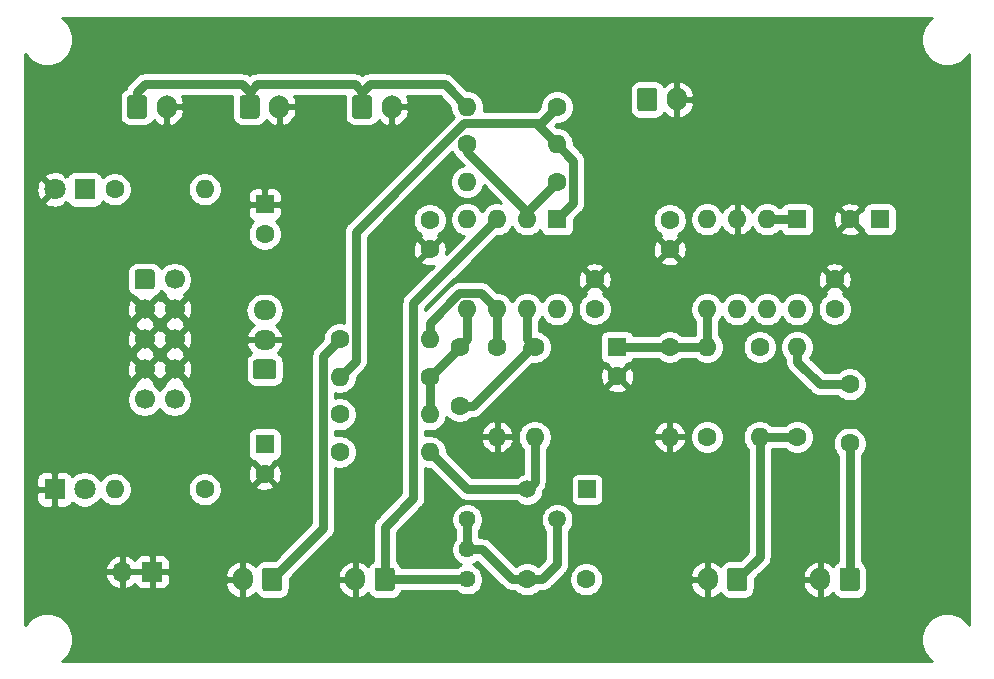
<source format=gtl>
G04 #@! TF.GenerationSoftware,KiCad,Pcbnew,(5.1.6)-1*
G04 #@! TF.CreationDate,2020-10-22T15:24:49+09:00*
G04 #@! TF.ProjectId,SawVCO,53617756-434f-42e6-9b69-6361645f7063,Ver. 1.0*
G04 #@! TF.SameCoordinates,Original*
G04 #@! TF.FileFunction,Copper,L1,Top*
G04 #@! TF.FilePolarity,Positive*
%FSLAX46Y46*%
G04 Gerber Fmt 4.6, Leading zero omitted, Abs format (unit mm)*
G04 Created by KiCad (PCBNEW (5.1.6)-1) date 2020-10-22 15:24:49*
%MOMM*%
%LPD*%
G01*
G04 APERTURE LIST*
G04 #@! TA.AperFunction,ComponentPad*
%ADD10C,1.440000*%
G04 #@! TD*
G04 #@! TA.AperFunction,ComponentPad*
%ADD11O,1.700000X2.000000*%
G04 #@! TD*
G04 #@! TA.AperFunction,ComponentPad*
%ADD12C,1.600000*%
G04 #@! TD*
G04 #@! TA.AperFunction,ComponentPad*
%ADD13R,1.600000X1.600000*%
G04 #@! TD*
G04 #@! TA.AperFunction,ComponentPad*
%ADD14O,1.600000X1.600000*%
G04 #@! TD*
G04 #@! TA.AperFunction,ComponentPad*
%ADD15R,1.500000X1.500000*%
G04 #@! TD*
G04 #@! TA.AperFunction,ComponentPad*
%ADD16C,1.500000*%
G04 #@! TD*
G04 #@! TA.AperFunction,ComponentPad*
%ADD17O,1.700000X1.700000*%
G04 #@! TD*
G04 #@! TA.AperFunction,ComponentPad*
%ADD18R,1.700000X1.700000*%
G04 #@! TD*
G04 #@! TA.AperFunction,ComponentPad*
%ADD19O,1.950000X1.700000*%
G04 #@! TD*
G04 #@! TA.AperFunction,ComponentPad*
%ADD20C,1.700000*%
G04 #@! TD*
G04 #@! TA.AperFunction,ComponentPad*
%ADD21C,1.800000*%
G04 #@! TD*
G04 #@! TA.AperFunction,ComponentPad*
%ADD22R,1.800000X1.800000*%
G04 #@! TD*
G04 #@! TA.AperFunction,Conductor*
%ADD23C,0.750000*%
G04 #@! TD*
G04 #@! TA.AperFunction,Conductor*
%ADD24C,0.254000*%
G04 #@! TD*
G04 APERTURE END LIST*
D10*
G04 #@! TO.P,RV1,3*
G04 #@! TO.N,Net-(J5-Pad1)*
X149860000Y-119380000D03*
G04 #@! TO.P,RV1,2*
G04 #@! TO.N,Net-(C8-Pad1)*
X149860000Y-116840000D03*
G04 #@! TO.P,RV1,1*
X149860000Y-114300000D03*
G04 #@! TD*
D11*
G04 #@! TO.P,J11,2*
G04 #@! TO.N,GND*
X167600000Y-78740000D03*
G04 #@! TO.P,J11,1*
G04 #@! TO.N,/+5V*
G04 #@! TA.AperFunction,ComponentPad*
G36*
G01*
X164250000Y-79490000D02*
X164250000Y-77990000D01*
G75*
G02*
X164500000Y-77740000I250000J0D01*
G01*
X165700000Y-77740000D01*
G75*
G02*
X165950000Y-77990000I0J-250000D01*
G01*
X165950000Y-79490000D01*
G75*
G02*
X165700000Y-79740000I-250000J0D01*
G01*
X164500000Y-79740000D01*
G75*
G02*
X164250000Y-79490000I0J250000D01*
G01*
G37*
G04 #@! TD.AperFunction*
G04 #@! TD*
D12*
G04 #@! TO.P,C1,2*
G04 #@! TO.N,GND*
X162560000Y-102195000D03*
D13*
G04 #@! TO.P,C1,1*
G04 #@! TO.N,Net-(C1-Pad1)*
X162560000Y-99695000D03*
G04 #@! TD*
D14*
G04 #@! TO.P,R11,2*
G04 #@! TO.N,GND*
X152400000Y-107315000D03*
D12*
G04 #@! TO.P,R11,1*
G04 #@! TO.N,Net-(R11-Pad1)*
X152400000Y-99695000D03*
G04 #@! TD*
D14*
G04 #@! TO.P,R2,2*
G04 #@! TO.N,GND*
X167005000Y-107315000D03*
D12*
G04 #@! TO.P,R2,1*
G04 #@! TO.N,Net-(C1-Pad1)*
X167005000Y-99695000D03*
G04 #@! TD*
D14*
G04 #@! TO.P,R1,2*
G04 #@! TO.N,Net-(C1-Pad1)*
X170180000Y-99695000D03*
D12*
G04 #@! TO.P,R1,1*
G04 #@! TO.N,+12V*
X170180000Y-107315000D03*
G04 #@! TD*
D14*
G04 #@! TO.P,U1,8*
G04 #@! TO.N,+12V*
X177800000Y-96520000D03*
G04 #@! TO.P,U1,4*
G04 #@! TO.N,-12V*
X170180000Y-88900000D03*
G04 #@! TO.P,U1,7*
G04 #@! TO.N,/+5V*
X175260000Y-96520000D03*
G04 #@! TO.P,U1,3*
G04 #@! TO.N,GND*
X172720000Y-88900000D03*
G04 #@! TO.P,U1,6*
G04 #@! TO.N,/+5V*
X172720000Y-96520000D03*
G04 #@! TO.P,U1,2*
G04 #@! TO.N,Net-(U1-Pad1)*
X175260000Y-88900000D03*
G04 #@! TO.P,U1,5*
G04 #@! TO.N,Net-(C1-Pad1)*
X170180000Y-96520000D03*
D13*
G04 #@! TO.P,U1,1*
G04 #@! TO.N,Net-(U1-Pad1)*
X177800000Y-88900000D03*
G04 #@! TD*
D12*
G04 #@! TO.P,C11,2*
G04 #@! TO.N,Net-(C11-Pad2)*
X149225000Y-104695000D03*
G04 #@! TO.P,C11,1*
G04 #@! TO.N,Net-(C11-Pad1)*
X149225000Y-99695000D03*
G04 #@! TD*
G04 #@! TO.P,C10,2*
G04 #@! TO.N,-12V*
X146685000Y-88940000D03*
G04 #@! TO.P,C10,1*
G04 #@! TO.N,GND*
X146685000Y-91440000D03*
G04 #@! TD*
D14*
G04 #@! TO.P,R6,2*
G04 #@! TO.N,Net-(J4-Pad1)*
X174625000Y-107315000D03*
D12*
G04 #@! TO.P,R6,1*
G04 #@! TO.N,/+5V*
X174625000Y-99695000D03*
G04 #@! TD*
D14*
G04 #@! TO.P,U2,8*
G04 #@! TO.N,+12V*
X157480000Y-96520000D03*
G04 #@! TO.P,U2,4*
G04 #@! TO.N,-12V*
X149860000Y-88900000D03*
G04 #@! TO.P,U2,7*
G04 #@! TO.N,Net-(C11-Pad2)*
X154940000Y-96520000D03*
G04 #@! TO.P,U2,3*
G04 #@! TO.N,Net-(J5-Pad1)*
X152400000Y-88900000D03*
G04 #@! TO.P,U2,6*
G04 #@! TO.N,Net-(R11-Pad1)*
X152400000Y-96520000D03*
G04 #@! TO.P,U2,2*
G04 #@! TO.N,Net-(R10-Pad1)*
X154940000Y-88900000D03*
G04 #@! TO.P,U2,5*
G04 #@! TO.N,Net-(C11-Pad1)*
X149860000Y-96520000D03*
D13*
G04 #@! TO.P,U2,1*
G04 #@! TO.N,Net-(R10-Pad2)*
X157480000Y-88900000D03*
G04 #@! TD*
D14*
G04 #@! TO.P,R15,2*
G04 #@! TO.N,Net-(J10-Pad1)*
X149860000Y-79375000D03*
D12*
G04 #@! TO.P,R15,1*
G04 #@! TO.N,Net-(R10-Pad2)*
X157480000Y-79375000D03*
G04 #@! TD*
D14*
G04 #@! TO.P,R14,2*
G04 #@! TO.N,Net-(R10-Pad2)*
X139065000Y-102235000D03*
D12*
G04 #@! TO.P,R14,1*
G04 #@! TO.N,Net-(C11-Pad1)*
X146685000Y-102235000D03*
G04 #@! TD*
D14*
G04 #@! TO.P,R13,2*
G04 #@! TO.N,Net-(C11-Pad1)*
X146685000Y-105410000D03*
D12*
G04 #@! TO.P,R13,1*
G04 #@! TO.N,/+5V*
X139065000Y-105410000D03*
G04 #@! TD*
D14*
G04 #@! TO.P,R12,2*
G04 #@! TO.N,Net-(R11-Pad1)*
X146685000Y-99060000D03*
D12*
G04 #@! TO.P,R12,1*
G04 #@! TO.N,Net-(J7-Pad1)*
X139065000Y-99060000D03*
G04 #@! TD*
D14*
G04 #@! TO.P,R10,2*
G04 #@! TO.N,Net-(R10-Pad2)*
X157480000Y-82550000D03*
D12*
G04 #@! TO.P,R10,1*
G04 #@! TO.N,Net-(R10-Pad1)*
X149860000Y-82550000D03*
G04 #@! TD*
D14*
G04 #@! TO.P,R9,2*
G04 #@! TO.N,Net-(Q1-Pad3)*
X155575000Y-107315000D03*
D12*
G04 #@! TO.P,R9,1*
G04 #@! TO.N,Net-(C11-Pad2)*
X155575000Y-99695000D03*
G04 #@! TD*
D14*
G04 #@! TO.P,R8,2*
G04 #@! TO.N,/+5V*
X149860000Y-85725000D03*
D12*
G04 #@! TO.P,R8,1*
G04 #@! TO.N,Net-(R10-Pad1)*
X157480000Y-85725000D03*
G04 #@! TD*
D14*
G04 #@! TO.P,R7,2*
G04 #@! TO.N,Net-(Q1-Pad3)*
X146685000Y-108585000D03*
D12*
G04 #@! TO.P,R7,1*
G04 #@! TO.N,/+5V*
X139065000Y-108585000D03*
G04 #@! TD*
D14*
G04 #@! TO.P,R5,2*
G04 #@! TO.N,Net-(C6-Pad1)*
X177800000Y-99695000D03*
D12*
G04 #@! TO.P,R5,1*
G04 #@! TO.N,Net-(J4-Pad1)*
X177800000Y-107315000D03*
G04 #@! TD*
D14*
G04 #@! TO.P,R4,2*
G04 #@! TO.N,-12V*
X127635000Y-86360000D03*
D12*
G04 #@! TO.P,R4,1*
G04 #@! TO.N,Net-(D2-Pad1)*
X120015000Y-86360000D03*
G04 #@! TD*
D14*
G04 #@! TO.P,R3,2*
G04 #@! TO.N,Net-(D1-Pad2)*
X120015000Y-111760000D03*
D12*
G04 #@! TO.P,R3,1*
G04 #@! TO.N,+12V*
X127635000Y-111760000D03*
G04 #@! TD*
D15*
G04 #@! TO.P,Q1,1*
G04 #@! TO.N,/+5V*
X160020000Y-111760000D03*
D16*
G04 #@! TO.P,Q1,3*
G04 #@! TO.N,Net-(Q1-Pad3)*
X154940000Y-111760000D03*
G04 #@! TO.P,Q1,2*
G04 #@! TO.N,Net-(C8-Pad1)*
X157480000Y-114300000D03*
G04 #@! TD*
D11*
G04 #@! TO.P,J10,2*
G04 #@! TO.N,GND*
X124420000Y-79375000D03*
G04 #@! TO.P,J10,1*
G04 #@! TO.N,Net-(J10-Pad1)*
G04 #@! TA.AperFunction,ComponentPad*
G36*
G01*
X121070000Y-80125000D02*
X121070000Y-78625000D01*
G75*
G02*
X121320000Y-78375000I250000J0D01*
G01*
X122520000Y-78375000D01*
G75*
G02*
X122770000Y-78625000I0J-250000D01*
G01*
X122770000Y-80125000D01*
G75*
G02*
X122520000Y-80375000I-250000J0D01*
G01*
X121320000Y-80375000D01*
G75*
G02*
X121070000Y-80125000I0J250000D01*
G01*
G37*
G04 #@! TD.AperFunction*
G04 #@! TD*
G04 #@! TO.P,J9,2*
G04 #@! TO.N,GND*
X133945000Y-79375000D03*
G04 #@! TO.P,J9,1*
G04 #@! TO.N,Net-(J10-Pad1)*
G04 #@! TA.AperFunction,ComponentPad*
G36*
G01*
X130595000Y-80125000D02*
X130595000Y-78625000D01*
G75*
G02*
X130845000Y-78375000I250000J0D01*
G01*
X132045000Y-78375000D01*
G75*
G02*
X132295000Y-78625000I0J-250000D01*
G01*
X132295000Y-80125000D01*
G75*
G02*
X132045000Y-80375000I-250000J0D01*
G01*
X130845000Y-80375000D01*
G75*
G02*
X130595000Y-80125000I0J250000D01*
G01*
G37*
G04 #@! TD.AperFunction*
G04 #@! TD*
G04 #@! TO.P,J8,2*
G04 #@! TO.N,GND*
X143470000Y-79375000D03*
G04 #@! TO.P,J8,1*
G04 #@! TO.N,Net-(J10-Pad1)*
G04 #@! TA.AperFunction,ComponentPad*
G36*
G01*
X140120000Y-80125000D02*
X140120000Y-78625000D01*
G75*
G02*
X140370000Y-78375000I250000J0D01*
G01*
X141570000Y-78375000D01*
G75*
G02*
X141820000Y-78625000I0J-250000D01*
G01*
X141820000Y-80125000D01*
G75*
G02*
X141570000Y-80375000I-250000J0D01*
G01*
X140370000Y-80375000D01*
G75*
G02*
X140120000Y-80125000I0J250000D01*
G01*
G37*
G04 #@! TD.AperFunction*
G04 #@! TD*
G04 #@! TO.P,J7,2*
G04 #@! TO.N,GND*
X130850000Y-119380000D03*
G04 #@! TO.P,J7,1*
G04 #@! TO.N,Net-(J7-Pad1)*
G04 #@! TA.AperFunction,ComponentPad*
G36*
G01*
X134200000Y-118630000D02*
X134200000Y-120130000D01*
G75*
G02*
X133950000Y-120380000I-250000J0D01*
G01*
X132750000Y-120380000D01*
G75*
G02*
X132500000Y-120130000I0J250000D01*
G01*
X132500000Y-118630000D01*
G75*
G02*
X132750000Y-118380000I250000J0D01*
G01*
X133950000Y-118380000D01*
G75*
G02*
X134200000Y-118630000I0J-250000D01*
G01*
G37*
G04 #@! TD.AperFunction*
G04 #@! TD*
D17*
G04 #@! TO.P,J6,2*
G04 #@! TO.N,GND*
X120650000Y-118745000D03*
D18*
G04 #@! TO.P,J6,1*
X123190000Y-118745000D03*
G04 #@! TD*
D11*
G04 #@! TO.P,J5,2*
G04 #@! TO.N,GND*
X140375000Y-119380000D03*
G04 #@! TO.P,J5,1*
G04 #@! TO.N,Net-(J5-Pad1)*
G04 #@! TA.AperFunction,ComponentPad*
G36*
G01*
X143725000Y-118630000D02*
X143725000Y-120130000D01*
G75*
G02*
X143475000Y-120380000I-250000J0D01*
G01*
X142275000Y-120380000D01*
G75*
G02*
X142025000Y-120130000I0J250000D01*
G01*
X142025000Y-118630000D01*
G75*
G02*
X142275000Y-118380000I250000J0D01*
G01*
X143475000Y-118380000D01*
G75*
G02*
X143725000Y-118630000I0J-250000D01*
G01*
G37*
G04 #@! TD.AperFunction*
G04 #@! TD*
G04 #@! TO.P,J4,2*
G04 #@! TO.N,GND*
X170220000Y-119380000D03*
G04 #@! TO.P,J4,1*
G04 #@! TO.N,Net-(J4-Pad1)*
G04 #@! TA.AperFunction,ComponentPad*
G36*
G01*
X173570000Y-118630000D02*
X173570000Y-120130000D01*
G75*
G02*
X173320000Y-120380000I-250000J0D01*
G01*
X172120000Y-120380000D01*
G75*
G02*
X171870000Y-120130000I0J250000D01*
G01*
X171870000Y-118630000D01*
G75*
G02*
X172120000Y-118380000I250000J0D01*
G01*
X173320000Y-118380000D01*
G75*
G02*
X173570000Y-118630000I0J-250000D01*
G01*
G37*
G04 #@! TD.AperFunction*
G04 #@! TD*
D19*
G04 #@! TO.P,J3,3*
G04 #@! TO.N,-12V*
X132715000Y-96600000D03*
G04 #@! TO.P,J3,2*
G04 #@! TO.N,GND*
X132715000Y-99100000D03*
G04 #@! TO.P,J3,1*
G04 #@! TO.N,+12V*
G04 #@! TA.AperFunction,ComponentPad*
G36*
G01*
X133440000Y-102450000D02*
X131990000Y-102450000D01*
G75*
G02*
X131740000Y-102200000I0J250000D01*
G01*
X131740000Y-101000000D01*
G75*
G02*
X131990000Y-100750000I250000J0D01*
G01*
X133440000Y-100750000D01*
G75*
G02*
X133690000Y-101000000I0J-250000D01*
G01*
X133690000Y-102200000D01*
G75*
G02*
X133440000Y-102450000I-250000J0D01*
G01*
G37*
G04 #@! TD.AperFunction*
G04 #@! TD*
D11*
G04 #@! TO.P,J2,2*
G04 #@! TO.N,GND*
X179745000Y-119380000D03*
G04 #@! TO.P,J2,1*
G04 #@! TO.N,Net-(C6-Pad2)*
G04 #@! TA.AperFunction,ComponentPad*
G36*
G01*
X183095000Y-118630000D02*
X183095000Y-120130000D01*
G75*
G02*
X182845000Y-120380000I-250000J0D01*
G01*
X181645000Y-120380000D01*
G75*
G02*
X181395000Y-120130000I0J250000D01*
G01*
X181395000Y-118630000D01*
G75*
G02*
X181645000Y-118380000I250000J0D01*
G01*
X182845000Y-118380000D01*
G75*
G02*
X183095000Y-118630000I0J-250000D01*
G01*
G37*
G04 #@! TD.AperFunction*
G04 #@! TD*
D20*
G04 #@! TO.P,J1,10*
G04 #@! TO.N,+12V*
X125095000Y-104140000D03*
G04 #@! TO.P,J1,8*
G04 #@! TO.N,GND*
X125095000Y-101600000D03*
G04 #@! TO.P,J1,6*
X125095000Y-99060000D03*
G04 #@! TO.P,J1,4*
X125095000Y-96520000D03*
G04 #@! TO.P,J1,2*
G04 #@! TO.N,-12V*
X125095000Y-93980000D03*
G04 #@! TO.P,J1,9*
G04 #@! TO.N,+12V*
X122555000Y-104140000D03*
G04 #@! TO.P,J1,7*
G04 #@! TO.N,GND*
X122555000Y-101600000D03*
G04 #@! TO.P,J1,5*
X122555000Y-99060000D03*
G04 #@! TO.P,J1,3*
X122555000Y-96520000D03*
G04 #@! TO.P,J1,1*
G04 #@! TO.N,-12V*
G04 #@! TA.AperFunction,ComponentPad*
G36*
G01*
X121705000Y-94580000D02*
X121705000Y-93380000D01*
G75*
G02*
X121955000Y-93130000I250000J0D01*
G01*
X123155000Y-93130000D01*
G75*
G02*
X123405000Y-93380000I0J-250000D01*
G01*
X123405000Y-94580000D01*
G75*
G02*
X123155000Y-94830000I-250000J0D01*
G01*
X121955000Y-94830000D01*
G75*
G02*
X121705000Y-94580000I0J250000D01*
G01*
G37*
G04 #@! TD.AperFunction*
G04 #@! TD*
D21*
G04 #@! TO.P,D2,2*
G04 #@! TO.N,GND*
X114935000Y-86360000D03*
D22*
G04 #@! TO.P,D2,1*
G04 #@! TO.N,Net-(D2-Pad1)*
X117475000Y-86360000D03*
G04 #@! TD*
D21*
G04 #@! TO.P,D1,2*
G04 #@! TO.N,Net-(D1-Pad2)*
X117475000Y-111760000D03*
D22*
G04 #@! TO.P,D1,1*
G04 #@! TO.N,GND*
X114935000Y-111760000D03*
G04 #@! TD*
D12*
G04 #@! TO.P,C9,2*
G04 #@! TO.N,+12V*
X160655000Y-96480000D03*
G04 #@! TO.P,C9,1*
G04 #@! TO.N,GND*
X160655000Y-93980000D03*
G04 #@! TD*
G04 #@! TO.P,C8,2*
G04 #@! TO.N,/+5V*
X159940000Y-119380000D03*
G04 #@! TO.P,C8,1*
G04 #@! TO.N,Net-(C8-Pad1)*
X154940000Y-119380000D03*
G04 #@! TD*
G04 #@! TO.P,C7,2*
G04 #@! TO.N,GND*
X182285000Y-88900000D03*
D13*
G04 #@! TO.P,C7,1*
G04 #@! TO.N,/+5V*
X184785000Y-88900000D03*
G04 #@! TD*
D12*
G04 #@! TO.P,C6,2*
G04 #@! TO.N,Net-(C6-Pad2)*
X182245000Y-107870000D03*
G04 #@! TO.P,C6,1*
G04 #@! TO.N,Net-(C6-Pad1)*
X182245000Y-102870000D03*
G04 #@! TD*
G04 #@! TO.P,C5,2*
G04 #@! TO.N,-12V*
X167005000Y-88940000D03*
G04 #@! TO.P,C5,1*
G04 #@! TO.N,GND*
X167005000Y-91440000D03*
G04 #@! TD*
G04 #@! TO.P,C4,2*
G04 #@! TO.N,+12V*
X180975000Y-96480000D03*
G04 #@! TO.P,C4,1*
G04 #@! TO.N,GND*
X180975000Y-93980000D03*
G04 #@! TD*
G04 #@! TO.P,C3,2*
G04 #@! TO.N,-12V*
X132715000Y-90130000D03*
D13*
G04 #@! TO.P,C3,1*
G04 #@! TO.N,GND*
X132715000Y-87630000D03*
G04 #@! TD*
D12*
G04 #@! TO.P,C2,2*
G04 #@! TO.N,GND*
X132715000Y-110450000D03*
D13*
G04 #@! TO.P,C2,1*
G04 #@! TO.N,+12V*
X132715000Y-107950000D03*
G04 #@! TD*
D23*
G04 #@! TO.N,Net-(C1-Pad1)*
X170180000Y-96520000D02*
X170180000Y-99695000D01*
X170180000Y-99695000D02*
X167005000Y-99695000D01*
X162560000Y-99695000D02*
X167005000Y-99695000D01*
G04 #@! TO.N,Net-(C6-Pad2)*
X182245000Y-107870000D02*
X182245000Y-119380000D01*
G04 #@! TO.N,Net-(C6-Pad1)*
X177800000Y-99695000D02*
X177800000Y-100965000D01*
X179705000Y-102870000D02*
X182245000Y-102870000D01*
X177800000Y-100965000D02*
X179705000Y-102870000D01*
G04 #@! TO.N,Net-(C8-Pad1)*
X154940000Y-119380000D02*
X156210000Y-119380000D01*
X157480000Y-118110000D02*
X157480000Y-114300000D01*
X156210000Y-119380000D02*
X157480000Y-118110000D01*
X149860000Y-114300000D02*
X149860000Y-116840000D01*
X154940000Y-119380000D02*
X153670000Y-119380000D01*
X153670000Y-119380000D02*
X151130000Y-116840000D01*
X151130000Y-116840000D02*
X149860000Y-116840000D01*
G04 #@! TO.N,Net-(C11-Pad2)*
X154940000Y-99060000D02*
X155575000Y-99695000D01*
X154940000Y-96520000D02*
X154940000Y-99060000D01*
X150356370Y-104695000D02*
X154940000Y-100111370D01*
X149225000Y-104695000D02*
X150356370Y-104695000D01*
X154940000Y-100111370D02*
X154940000Y-99695000D01*
G04 #@! TO.N,Net-(C11-Pad1)*
X149860000Y-99060000D02*
X149225000Y-99695000D01*
X149860000Y-96520000D02*
X149860000Y-99060000D01*
X149225000Y-99695000D02*
X146685000Y-102235000D01*
X146685000Y-102235000D02*
X146685000Y-105410000D01*
G04 #@! TO.N,Net-(J4-Pad1)*
X174625000Y-117475000D02*
X172720000Y-119380000D01*
X174625000Y-107315000D02*
X174625000Y-117475000D01*
X174625000Y-107315000D02*
X177800000Y-107315000D01*
G04 #@! TO.N,Net-(J5-Pad1)*
X142875000Y-119380000D02*
X149860000Y-119380000D01*
X145309999Y-95990001D02*
X152400000Y-88900000D01*
X142875000Y-119380000D02*
X142875000Y-114935000D01*
X145309999Y-112500001D02*
X145309999Y-95990001D01*
X142875000Y-114935000D02*
X145309999Y-112500001D01*
G04 #@! TO.N,Net-(J7-Pad1)*
X137689999Y-100435001D02*
X139065000Y-99060000D01*
X137689999Y-115040001D02*
X137689999Y-100435001D01*
X133350000Y-119380000D02*
X137689999Y-115040001D01*
G04 #@! TO.N,Net-(J10-Pad1)*
X121920000Y-78105000D02*
X121920000Y-79375000D01*
X122555000Y-77470000D02*
X121920000Y-78105000D01*
X131445000Y-78105000D02*
X130810000Y-77470000D01*
X132080000Y-77470000D02*
X131445000Y-78105000D01*
X147955000Y-77470000D02*
X141605000Y-77470000D01*
X149860000Y-79375000D02*
X147955000Y-77470000D01*
X141605000Y-77470000D02*
X140970000Y-78105000D01*
X130810000Y-77470000D02*
X122555000Y-77470000D01*
X140335000Y-77470000D02*
X132080000Y-77470000D01*
X140970000Y-78105000D02*
X140335000Y-77470000D01*
X131445000Y-79375000D02*
X131445000Y-78105000D01*
X140970000Y-79375000D02*
X140970000Y-78105000D01*
G04 #@! TO.N,Net-(Q1-Pad3)*
X155575000Y-111125000D02*
X154940000Y-111760000D01*
X155575000Y-107315000D02*
X155575000Y-111125000D01*
X149860000Y-111760000D02*
X146685000Y-108585000D01*
X154940000Y-111760000D02*
X149860000Y-111760000D01*
G04 #@! TO.N,Net-(R10-Pad1)*
X157480000Y-85725000D02*
X154940000Y-88265000D01*
X149860000Y-83185000D02*
X149860000Y-82550000D01*
X154940000Y-88265000D02*
X149860000Y-83185000D01*
G04 #@! TO.N,Net-(R10-Pad2)*
X158855001Y-83925001D02*
X157480000Y-82550000D01*
X158855001Y-87524999D02*
X158855001Y-83925001D01*
X157480000Y-88900000D02*
X158855001Y-87524999D01*
X155680001Y-80750001D02*
X157480000Y-82550000D01*
X140440001Y-89934997D02*
X149624997Y-80750001D01*
X140440001Y-100859999D02*
X140440001Y-89934997D01*
X149624997Y-80750001D02*
X155680001Y-80750001D01*
X139065000Y-102235000D02*
X140440001Y-100859999D01*
X156104999Y-80750001D02*
X155680001Y-80750001D01*
X157480000Y-79375000D02*
X156104999Y-80750001D01*
G04 #@! TO.N,Net-(R11-Pad1)*
X152400000Y-96520000D02*
X152400000Y-99695000D01*
X146685000Y-97659998D02*
X146685000Y-99060000D01*
X149199999Y-95144999D02*
X146685000Y-97659998D01*
X151024999Y-95144999D02*
X149199999Y-95144999D01*
X152400000Y-96520000D02*
X151024999Y-95144999D01*
G04 #@! TO.N,Net-(U1-Pad1)*
X177800000Y-88900000D02*
X175260000Y-88900000D01*
G04 #@! TD*
D24*
G04 #@! TO.N,GND*
G36*
X189075271Y-71923962D02*
G01*
X188763962Y-72235271D01*
X188519369Y-72601331D01*
X188350890Y-73008075D01*
X188265000Y-73439872D01*
X188265000Y-73880128D01*
X188350890Y-74311925D01*
X188519369Y-74718669D01*
X188763962Y-75084729D01*
X189075271Y-75396038D01*
X189441331Y-75640631D01*
X189848075Y-75809110D01*
X190279872Y-75895000D01*
X190720128Y-75895000D01*
X191151925Y-75809110D01*
X191558669Y-75640631D01*
X191924729Y-75396038D01*
X192236038Y-75084729D01*
X192355000Y-74906689D01*
X192355001Y-123213312D01*
X192236038Y-123035271D01*
X191924729Y-122723962D01*
X191558669Y-122479369D01*
X191151925Y-122310890D01*
X190720128Y-122225000D01*
X190279872Y-122225000D01*
X189848075Y-122310890D01*
X189441331Y-122479369D01*
X189075271Y-122723962D01*
X188763962Y-123035271D01*
X188519369Y-123401331D01*
X188350890Y-123808075D01*
X188265000Y-124239872D01*
X188265000Y-124680128D01*
X188350890Y-125111925D01*
X188519369Y-125518669D01*
X188763962Y-125884729D01*
X189075271Y-126196038D01*
X189253311Y-126315000D01*
X115546689Y-126315000D01*
X115724729Y-126196038D01*
X116036038Y-125884729D01*
X116280631Y-125518669D01*
X116449110Y-125111925D01*
X116535000Y-124680128D01*
X116535000Y-124239872D01*
X116449110Y-123808075D01*
X116280631Y-123401331D01*
X116036038Y-123035271D01*
X115724729Y-122723962D01*
X115358669Y-122479369D01*
X114951925Y-122310890D01*
X114520128Y-122225000D01*
X114079872Y-122225000D01*
X113648075Y-122310890D01*
X113241331Y-122479369D01*
X112875271Y-122723962D01*
X112563962Y-123035271D01*
X112445000Y-123213311D01*
X112445000Y-119101891D01*
X119208519Y-119101891D01*
X119305843Y-119376252D01*
X119454822Y-119626355D01*
X119649731Y-119842588D01*
X119883080Y-120016641D01*
X120145901Y-120141825D01*
X120293110Y-120186476D01*
X120523000Y-120065155D01*
X120523000Y-118872000D01*
X120777000Y-118872000D01*
X120777000Y-120065155D01*
X121006890Y-120186476D01*
X121154099Y-120141825D01*
X121416920Y-120016641D01*
X121650269Y-119842588D01*
X121726034Y-119758534D01*
X121750498Y-119839180D01*
X121809463Y-119949494D01*
X121888815Y-120046185D01*
X121985506Y-120125537D01*
X122095820Y-120184502D01*
X122215518Y-120220812D01*
X122340000Y-120233072D01*
X122904250Y-120230000D01*
X123063000Y-120071250D01*
X123063000Y-118872000D01*
X123317000Y-118872000D01*
X123317000Y-120071250D01*
X123475750Y-120230000D01*
X124040000Y-120233072D01*
X124164482Y-120220812D01*
X124284180Y-120184502D01*
X124394494Y-120125537D01*
X124491185Y-120046185D01*
X124570537Y-119949494D01*
X124629502Y-119839180D01*
X124659666Y-119739742D01*
X129378715Y-119739742D01*
X129447904Y-120022745D01*
X129570975Y-120286812D01*
X129743198Y-120521795D01*
X129957954Y-120718664D01*
X130206991Y-120869854D01*
X130480739Y-120969554D01*
X130493110Y-120971476D01*
X130723000Y-120850155D01*
X130723000Y-119507000D01*
X129522768Y-119507000D01*
X129378715Y-119739742D01*
X124659666Y-119739742D01*
X124665812Y-119719482D01*
X124678072Y-119595000D01*
X124675000Y-119030750D01*
X124664508Y-119020258D01*
X129378715Y-119020258D01*
X129522768Y-119253000D01*
X130723000Y-119253000D01*
X130723000Y-117909845D01*
X130493110Y-117788524D01*
X130480739Y-117790446D01*
X130206991Y-117890146D01*
X129957954Y-118041336D01*
X129743198Y-118238205D01*
X129570975Y-118473188D01*
X129447904Y-118737255D01*
X129378715Y-119020258D01*
X124664508Y-119020258D01*
X124516250Y-118872000D01*
X123317000Y-118872000D01*
X123063000Y-118872000D01*
X120777000Y-118872000D01*
X120523000Y-118872000D01*
X119329186Y-118872000D01*
X119208519Y-119101891D01*
X112445000Y-119101891D01*
X112445000Y-118388109D01*
X119208519Y-118388109D01*
X119329186Y-118618000D01*
X120523000Y-118618000D01*
X120523000Y-117424845D01*
X120777000Y-117424845D01*
X120777000Y-118618000D01*
X123063000Y-118618000D01*
X123063000Y-117418750D01*
X123317000Y-117418750D01*
X123317000Y-118618000D01*
X124516250Y-118618000D01*
X124675000Y-118459250D01*
X124678072Y-117895000D01*
X124665812Y-117770518D01*
X124629502Y-117650820D01*
X124570537Y-117540506D01*
X124491185Y-117443815D01*
X124394494Y-117364463D01*
X124284180Y-117305498D01*
X124164482Y-117269188D01*
X124040000Y-117256928D01*
X123475750Y-117260000D01*
X123317000Y-117418750D01*
X123063000Y-117418750D01*
X122904250Y-117260000D01*
X122340000Y-117256928D01*
X122215518Y-117269188D01*
X122095820Y-117305498D01*
X121985506Y-117364463D01*
X121888815Y-117443815D01*
X121809463Y-117540506D01*
X121750498Y-117650820D01*
X121726034Y-117731466D01*
X121650269Y-117647412D01*
X121416920Y-117473359D01*
X121154099Y-117348175D01*
X121006890Y-117303524D01*
X120777000Y-117424845D01*
X120523000Y-117424845D01*
X120293110Y-117303524D01*
X120145901Y-117348175D01*
X119883080Y-117473359D01*
X119649731Y-117647412D01*
X119454822Y-117863645D01*
X119305843Y-118113748D01*
X119208519Y-118388109D01*
X112445000Y-118388109D01*
X112445000Y-112660000D01*
X113396928Y-112660000D01*
X113409188Y-112784482D01*
X113445498Y-112904180D01*
X113504463Y-113014494D01*
X113583815Y-113111185D01*
X113680506Y-113190537D01*
X113790820Y-113249502D01*
X113910518Y-113285812D01*
X114035000Y-113298072D01*
X114649250Y-113295000D01*
X114808000Y-113136250D01*
X114808000Y-111887000D01*
X113558750Y-111887000D01*
X113400000Y-112045750D01*
X113396928Y-112660000D01*
X112445000Y-112660000D01*
X112445000Y-110860000D01*
X113396928Y-110860000D01*
X113400000Y-111474250D01*
X113558750Y-111633000D01*
X114808000Y-111633000D01*
X114808000Y-110383750D01*
X115062000Y-110383750D01*
X115062000Y-111633000D01*
X115082000Y-111633000D01*
X115082000Y-111887000D01*
X115062000Y-111887000D01*
X115062000Y-113136250D01*
X115220750Y-113295000D01*
X115835000Y-113298072D01*
X115959482Y-113285812D01*
X116079180Y-113249502D01*
X116189494Y-113190537D01*
X116286185Y-113111185D01*
X116365537Y-113014494D01*
X116424502Y-112904180D01*
X116430056Y-112885873D01*
X116496495Y-112952312D01*
X116747905Y-113120299D01*
X117027257Y-113236011D01*
X117323816Y-113295000D01*
X117626184Y-113295000D01*
X117922743Y-113236011D01*
X118202095Y-113120299D01*
X118453505Y-112952312D01*
X118667312Y-112738505D01*
X118805135Y-112532239D01*
X118900363Y-112674759D01*
X119100241Y-112874637D01*
X119335273Y-113031680D01*
X119596426Y-113139853D01*
X119873665Y-113195000D01*
X120156335Y-113195000D01*
X120433574Y-113139853D01*
X120694727Y-113031680D01*
X120929759Y-112874637D01*
X121129637Y-112674759D01*
X121286680Y-112439727D01*
X121394853Y-112178574D01*
X121450000Y-111901335D01*
X121450000Y-111618665D01*
X126200000Y-111618665D01*
X126200000Y-111901335D01*
X126255147Y-112178574D01*
X126363320Y-112439727D01*
X126520363Y-112674759D01*
X126720241Y-112874637D01*
X126955273Y-113031680D01*
X127216426Y-113139853D01*
X127493665Y-113195000D01*
X127776335Y-113195000D01*
X128053574Y-113139853D01*
X128314727Y-113031680D01*
X128549759Y-112874637D01*
X128749637Y-112674759D01*
X128906680Y-112439727D01*
X129014853Y-112178574D01*
X129070000Y-111901335D01*
X129070000Y-111618665D01*
X129034999Y-111442702D01*
X131901903Y-111442702D01*
X131973486Y-111686671D01*
X132228996Y-111807571D01*
X132503184Y-111876300D01*
X132785512Y-111890217D01*
X133065130Y-111848787D01*
X133331292Y-111753603D01*
X133456514Y-111686671D01*
X133528097Y-111442702D01*
X132715000Y-110629605D01*
X131901903Y-111442702D01*
X129034999Y-111442702D01*
X129014853Y-111341426D01*
X128906680Y-111080273D01*
X128749637Y-110845241D01*
X128549759Y-110645363D01*
X128362906Y-110520512D01*
X131274783Y-110520512D01*
X131316213Y-110800130D01*
X131411397Y-111066292D01*
X131478329Y-111191514D01*
X131722298Y-111263097D01*
X132535395Y-110450000D01*
X132894605Y-110450000D01*
X133707702Y-111263097D01*
X133951671Y-111191514D01*
X134072571Y-110936004D01*
X134141300Y-110661816D01*
X134155217Y-110379488D01*
X134113787Y-110099870D01*
X134018603Y-109833708D01*
X133951671Y-109708486D01*
X133707702Y-109636903D01*
X132894605Y-110450000D01*
X132535395Y-110450000D01*
X131722298Y-109636903D01*
X131478329Y-109708486D01*
X131357429Y-109963996D01*
X131288700Y-110238184D01*
X131274783Y-110520512D01*
X128362906Y-110520512D01*
X128314727Y-110488320D01*
X128053574Y-110380147D01*
X127776335Y-110325000D01*
X127493665Y-110325000D01*
X127216426Y-110380147D01*
X126955273Y-110488320D01*
X126720241Y-110645363D01*
X126520363Y-110845241D01*
X126363320Y-111080273D01*
X126255147Y-111341426D01*
X126200000Y-111618665D01*
X121450000Y-111618665D01*
X121394853Y-111341426D01*
X121286680Y-111080273D01*
X121129637Y-110845241D01*
X120929759Y-110645363D01*
X120694727Y-110488320D01*
X120433574Y-110380147D01*
X120156335Y-110325000D01*
X119873665Y-110325000D01*
X119596426Y-110380147D01*
X119335273Y-110488320D01*
X119100241Y-110645363D01*
X118900363Y-110845241D01*
X118805135Y-110987761D01*
X118667312Y-110781495D01*
X118453505Y-110567688D01*
X118202095Y-110399701D01*
X117922743Y-110283989D01*
X117626184Y-110225000D01*
X117323816Y-110225000D01*
X117027257Y-110283989D01*
X116747905Y-110399701D01*
X116496495Y-110567688D01*
X116430056Y-110634127D01*
X116424502Y-110615820D01*
X116365537Y-110505506D01*
X116286185Y-110408815D01*
X116189494Y-110329463D01*
X116079180Y-110270498D01*
X115959482Y-110234188D01*
X115835000Y-110221928D01*
X115220750Y-110225000D01*
X115062000Y-110383750D01*
X114808000Y-110383750D01*
X114649250Y-110225000D01*
X114035000Y-110221928D01*
X113910518Y-110234188D01*
X113790820Y-110270498D01*
X113680506Y-110329463D01*
X113583815Y-110408815D01*
X113504463Y-110505506D01*
X113445498Y-110615820D01*
X113409188Y-110735518D01*
X113396928Y-110860000D01*
X112445000Y-110860000D01*
X112445000Y-107150000D01*
X131276928Y-107150000D01*
X131276928Y-108750000D01*
X131289188Y-108874482D01*
X131325498Y-108994180D01*
X131384463Y-109104494D01*
X131463815Y-109201185D01*
X131560506Y-109280537D01*
X131670820Y-109339502D01*
X131790518Y-109375812D01*
X131915000Y-109388072D01*
X131922215Y-109388072D01*
X131901903Y-109457298D01*
X132715000Y-110270395D01*
X133528097Y-109457298D01*
X133507785Y-109388072D01*
X133515000Y-109388072D01*
X133639482Y-109375812D01*
X133759180Y-109339502D01*
X133869494Y-109280537D01*
X133966185Y-109201185D01*
X134045537Y-109104494D01*
X134104502Y-108994180D01*
X134140812Y-108874482D01*
X134153072Y-108750000D01*
X134153072Y-107150000D01*
X134140812Y-107025518D01*
X134104502Y-106905820D01*
X134045537Y-106795506D01*
X133966185Y-106698815D01*
X133869494Y-106619463D01*
X133759180Y-106560498D01*
X133639482Y-106524188D01*
X133515000Y-106511928D01*
X131915000Y-106511928D01*
X131790518Y-106524188D01*
X131670820Y-106560498D01*
X131560506Y-106619463D01*
X131463815Y-106698815D01*
X131384463Y-106795506D01*
X131325498Y-106905820D01*
X131289188Y-107025518D01*
X131276928Y-107150000D01*
X112445000Y-107150000D01*
X112445000Y-103993740D01*
X121070000Y-103993740D01*
X121070000Y-104286260D01*
X121127068Y-104573158D01*
X121239010Y-104843411D01*
X121401525Y-105086632D01*
X121608368Y-105293475D01*
X121851589Y-105455990D01*
X122121842Y-105567932D01*
X122408740Y-105625000D01*
X122701260Y-105625000D01*
X122988158Y-105567932D01*
X123258411Y-105455990D01*
X123501632Y-105293475D01*
X123708475Y-105086632D01*
X123825000Y-104912240D01*
X123941525Y-105086632D01*
X124148368Y-105293475D01*
X124391589Y-105455990D01*
X124661842Y-105567932D01*
X124948740Y-105625000D01*
X125241260Y-105625000D01*
X125528158Y-105567932D01*
X125798411Y-105455990D01*
X126041632Y-105293475D01*
X126248475Y-105086632D01*
X126410990Y-104843411D01*
X126522932Y-104573158D01*
X126580000Y-104286260D01*
X126580000Y-103993740D01*
X126522932Y-103706842D01*
X126410990Y-103436589D01*
X126248475Y-103193368D01*
X126041632Y-102986525D01*
X125868271Y-102870689D01*
X125943792Y-102628397D01*
X125095000Y-101779605D01*
X124246208Y-102628397D01*
X124321729Y-102870689D01*
X124148368Y-102986525D01*
X123941525Y-103193368D01*
X123825000Y-103367760D01*
X123708475Y-103193368D01*
X123501632Y-102986525D01*
X123328271Y-102870689D01*
X123403792Y-102628397D01*
X122555000Y-101779605D01*
X121706208Y-102628397D01*
X121781729Y-102870689D01*
X121608368Y-102986525D01*
X121401525Y-103193368D01*
X121239010Y-103436589D01*
X121127068Y-103706842D01*
X121070000Y-103993740D01*
X112445000Y-103993740D01*
X112445000Y-101668531D01*
X121064389Y-101668531D01*
X121106401Y-101958019D01*
X121204081Y-102233747D01*
X121277528Y-102371157D01*
X121526603Y-102448792D01*
X122375395Y-101600000D01*
X122734605Y-101600000D01*
X123583397Y-102448792D01*
X123825000Y-102373486D01*
X124066603Y-102448792D01*
X124915395Y-101600000D01*
X125274605Y-101600000D01*
X126123397Y-102448792D01*
X126372472Y-102371157D01*
X126498371Y-102107117D01*
X126570339Y-101823589D01*
X126585611Y-101531469D01*
X126543599Y-101241981D01*
X126457875Y-101000000D01*
X131101928Y-101000000D01*
X131101928Y-102200000D01*
X131118992Y-102373254D01*
X131169528Y-102539850D01*
X131251595Y-102693386D01*
X131362038Y-102827962D01*
X131496614Y-102938405D01*
X131650150Y-103020472D01*
X131816746Y-103071008D01*
X131990000Y-103088072D01*
X133440000Y-103088072D01*
X133613254Y-103071008D01*
X133779850Y-103020472D01*
X133933386Y-102938405D01*
X134067962Y-102827962D01*
X134178405Y-102693386D01*
X134260472Y-102539850D01*
X134311008Y-102373254D01*
X134328072Y-102200000D01*
X134328072Y-101000000D01*
X134311008Y-100826746D01*
X134260472Y-100660150D01*
X134178405Y-100506614D01*
X134067962Y-100372038D01*
X133933386Y-100261595D01*
X133828039Y-100205286D01*
X133849429Y-100189049D01*
X134042496Y-99971193D01*
X134189352Y-99719858D01*
X134281476Y-99456890D01*
X134160155Y-99227000D01*
X132842000Y-99227000D01*
X132842000Y-99247000D01*
X132588000Y-99247000D01*
X132588000Y-99227000D01*
X131269845Y-99227000D01*
X131148524Y-99456890D01*
X131240648Y-99719858D01*
X131387504Y-99971193D01*
X131580571Y-100189049D01*
X131601961Y-100205286D01*
X131496614Y-100261595D01*
X131362038Y-100372038D01*
X131251595Y-100506614D01*
X131169528Y-100660150D01*
X131118992Y-100826746D01*
X131101928Y-101000000D01*
X126457875Y-101000000D01*
X126445919Y-100966253D01*
X126372472Y-100828843D01*
X126123397Y-100751208D01*
X125274605Y-101600000D01*
X124915395Y-101600000D01*
X124066603Y-100751208D01*
X123825000Y-100826514D01*
X123583397Y-100751208D01*
X122734605Y-101600000D01*
X122375395Y-101600000D01*
X121526603Y-100751208D01*
X121277528Y-100828843D01*
X121151629Y-101092883D01*
X121079661Y-101376411D01*
X121064389Y-101668531D01*
X112445000Y-101668531D01*
X112445000Y-100088397D01*
X121706208Y-100088397D01*
X121781514Y-100330000D01*
X121706208Y-100571603D01*
X122555000Y-101420395D01*
X123403792Y-100571603D01*
X123328486Y-100330000D01*
X123403792Y-100088397D01*
X124246208Y-100088397D01*
X124321514Y-100330000D01*
X124246208Y-100571603D01*
X125095000Y-101420395D01*
X125943792Y-100571603D01*
X125868486Y-100330000D01*
X125943792Y-100088397D01*
X125095000Y-99239605D01*
X124246208Y-100088397D01*
X123403792Y-100088397D01*
X122555000Y-99239605D01*
X121706208Y-100088397D01*
X112445000Y-100088397D01*
X112445000Y-99128531D01*
X121064389Y-99128531D01*
X121106401Y-99418019D01*
X121204081Y-99693747D01*
X121277528Y-99831157D01*
X121526603Y-99908792D01*
X122375395Y-99060000D01*
X122734605Y-99060000D01*
X123583397Y-99908792D01*
X123825000Y-99833486D01*
X124066603Y-99908792D01*
X124915395Y-99060000D01*
X125274605Y-99060000D01*
X126123397Y-99908792D01*
X126372472Y-99831157D01*
X126498371Y-99567117D01*
X126570339Y-99283589D01*
X126585611Y-98991469D01*
X126543599Y-98701981D01*
X126445919Y-98426253D01*
X126372472Y-98288843D01*
X126123397Y-98211208D01*
X125274605Y-99060000D01*
X124915395Y-99060000D01*
X124066603Y-98211208D01*
X123825000Y-98286514D01*
X123583397Y-98211208D01*
X122734605Y-99060000D01*
X122375395Y-99060000D01*
X121526603Y-98211208D01*
X121277528Y-98288843D01*
X121151629Y-98552883D01*
X121079661Y-98836411D01*
X121064389Y-99128531D01*
X112445000Y-99128531D01*
X112445000Y-97548397D01*
X121706208Y-97548397D01*
X121781514Y-97790000D01*
X121706208Y-98031603D01*
X122555000Y-98880395D01*
X123403792Y-98031603D01*
X123328486Y-97790000D01*
X123403792Y-97548397D01*
X124246208Y-97548397D01*
X124321514Y-97790000D01*
X124246208Y-98031603D01*
X125095000Y-98880395D01*
X125943792Y-98031603D01*
X125868486Y-97790000D01*
X125943792Y-97548397D01*
X125095000Y-96699605D01*
X124246208Y-97548397D01*
X123403792Y-97548397D01*
X122555000Y-96699605D01*
X121706208Y-97548397D01*
X112445000Y-97548397D01*
X112445000Y-96588531D01*
X121064389Y-96588531D01*
X121106401Y-96878019D01*
X121204081Y-97153747D01*
X121277528Y-97291157D01*
X121526603Y-97368792D01*
X122375395Y-96520000D01*
X122734605Y-96520000D01*
X123583397Y-97368792D01*
X123825000Y-97293486D01*
X124066603Y-97368792D01*
X124915395Y-96520000D01*
X125274605Y-96520000D01*
X126123397Y-97368792D01*
X126372472Y-97291157D01*
X126498371Y-97027117D01*
X126570339Y-96743589D01*
X126577845Y-96600000D01*
X131097815Y-96600000D01*
X131126487Y-96891111D01*
X131211401Y-97171034D01*
X131349294Y-97429014D01*
X131534866Y-97655134D01*
X131760986Y-97840706D01*
X131786722Y-97854462D01*
X131580571Y-98010951D01*
X131387504Y-98228807D01*
X131240648Y-98480142D01*
X131148524Y-98743110D01*
X131269845Y-98973000D01*
X132588000Y-98973000D01*
X132588000Y-98953000D01*
X132842000Y-98953000D01*
X132842000Y-98973000D01*
X134160155Y-98973000D01*
X134281476Y-98743110D01*
X134189352Y-98480142D01*
X134042496Y-98228807D01*
X133849429Y-98010951D01*
X133643278Y-97854462D01*
X133669014Y-97840706D01*
X133895134Y-97655134D01*
X134080706Y-97429014D01*
X134218599Y-97171034D01*
X134303513Y-96891111D01*
X134332185Y-96600000D01*
X134303513Y-96308889D01*
X134218599Y-96028966D01*
X134080706Y-95770986D01*
X133895134Y-95544866D01*
X133669014Y-95359294D01*
X133411034Y-95221401D01*
X133131111Y-95136487D01*
X132912950Y-95115000D01*
X132517050Y-95115000D01*
X132298889Y-95136487D01*
X132018966Y-95221401D01*
X131760986Y-95359294D01*
X131534866Y-95544866D01*
X131349294Y-95770986D01*
X131211401Y-96028966D01*
X131126487Y-96308889D01*
X131097815Y-96600000D01*
X126577845Y-96600000D01*
X126585611Y-96451469D01*
X126543599Y-96161981D01*
X126445919Y-95886253D01*
X126372472Y-95748843D01*
X126123397Y-95671208D01*
X125274605Y-96520000D01*
X124915395Y-96520000D01*
X124066603Y-95671208D01*
X123825000Y-95746514D01*
X123583397Y-95671208D01*
X122734605Y-96520000D01*
X122375395Y-96520000D01*
X121526603Y-95671208D01*
X121277528Y-95748843D01*
X121151629Y-96012883D01*
X121079661Y-96296411D01*
X121064389Y-96588531D01*
X112445000Y-96588531D01*
X112445000Y-93380000D01*
X121066928Y-93380000D01*
X121066928Y-94580000D01*
X121083992Y-94753254D01*
X121134528Y-94919850D01*
X121216595Y-95073386D01*
X121327038Y-95207962D01*
X121461614Y-95318405D01*
X121615150Y-95400472D01*
X121724293Y-95433580D01*
X121706208Y-95491603D01*
X122555000Y-96340395D01*
X123403792Y-95491603D01*
X123385707Y-95433580D01*
X123494850Y-95400472D01*
X123648386Y-95318405D01*
X123782962Y-95207962D01*
X123893405Y-95073386D01*
X123961285Y-94946392D01*
X124148368Y-95133475D01*
X124321729Y-95249311D01*
X124246208Y-95491603D01*
X125095000Y-96340395D01*
X125943792Y-95491603D01*
X125868271Y-95249311D01*
X126041632Y-95133475D01*
X126248475Y-94926632D01*
X126410990Y-94683411D01*
X126522932Y-94413158D01*
X126580000Y-94126260D01*
X126580000Y-93833740D01*
X126522932Y-93546842D01*
X126410990Y-93276589D01*
X126248475Y-93033368D01*
X126041632Y-92826525D01*
X125798411Y-92664010D01*
X125528158Y-92552068D01*
X125241260Y-92495000D01*
X124948740Y-92495000D01*
X124661842Y-92552068D01*
X124391589Y-92664010D01*
X124148368Y-92826525D01*
X123961285Y-93013608D01*
X123893405Y-92886614D01*
X123782962Y-92752038D01*
X123648386Y-92641595D01*
X123494850Y-92559528D01*
X123328254Y-92508992D01*
X123155000Y-92491928D01*
X121955000Y-92491928D01*
X121781746Y-92508992D01*
X121615150Y-92559528D01*
X121461614Y-92641595D01*
X121327038Y-92752038D01*
X121216595Y-92886614D01*
X121134528Y-93040150D01*
X121083992Y-93206746D01*
X121066928Y-93380000D01*
X112445000Y-93380000D01*
X112445000Y-88430000D01*
X131276928Y-88430000D01*
X131289188Y-88554482D01*
X131325498Y-88674180D01*
X131384463Y-88784494D01*
X131463815Y-88881185D01*
X131560506Y-88960537D01*
X131670820Y-89019502D01*
X131766943Y-89048661D01*
X131600363Y-89215241D01*
X131443320Y-89450273D01*
X131335147Y-89711426D01*
X131280000Y-89988665D01*
X131280000Y-90271335D01*
X131335147Y-90548574D01*
X131443320Y-90809727D01*
X131600363Y-91044759D01*
X131800241Y-91244637D01*
X132035273Y-91401680D01*
X132296426Y-91509853D01*
X132573665Y-91565000D01*
X132856335Y-91565000D01*
X133133574Y-91509853D01*
X133394727Y-91401680D01*
X133629759Y-91244637D01*
X133829637Y-91044759D01*
X133986680Y-90809727D01*
X134094853Y-90548574D01*
X134150000Y-90271335D01*
X134150000Y-89988665D01*
X134094853Y-89711426D01*
X133986680Y-89450273D01*
X133829637Y-89215241D01*
X133663057Y-89048661D01*
X133759180Y-89019502D01*
X133869494Y-88960537D01*
X133966185Y-88881185D01*
X134045537Y-88784494D01*
X134104502Y-88674180D01*
X134140812Y-88554482D01*
X134153072Y-88430000D01*
X134150000Y-87915750D01*
X133991250Y-87757000D01*
X132842000Y-87757000D01*
X132842000Y-87777000D01*
X132588000Y-87777000D01*
X132588000Y-87757000D01*
X131438750Y-87757000D01*
X131280000Y-87915750D01*
X131276928Y-88430000D01*
X112445000Y-88430000D01*
X112445000Y-86426553D01*
X113394009Y-86426553D01*
X113436603Y-86725907D01*
X113536778Y-87011199D01*
X113616739Y-87160792D01*
X113870920Y-87244475D01*
X114755395Y-86360000D01*
X113870920Y-85475525D01*
X113616739Y-85559208D01*
X113485842Y-85831775D01*
X113410635Y-86124642D01*
X113394009Y-86426553D01*
X112445000Y-86426553D01*
X112445000Y-85295920D01*
X114050525Y-85295920D01*
X114935000Y-86180395D01*
X114949143Y-86166253D01*
X115128748Y-86345858D01*
X115114605Y-86360000D01*
X115128748Y-86374143D01*
X114949143Y-86553748D01*
X114935000Y-86539605D01*
X114050525Y-87424080D01*
X114134208Y-87678261D01*
X114406775Y-87809158D01*
X114699642Y-87884365D01*
X115001553Y-87900991D01*
X115300907Y-87858397D01*
X115586199Y-87758222D01*
X115735792Y-87678261D01*
X115819474Y-87424082D01*
X115935422Y-87540030D01*
X115982187Y-87493265D01*
X115985498Y-87504180D01*
X116044463Y-87614494D01*
X116123815Y-87711185D01*
X116220506Y-87790537D01*
X116330820Y-87849502D01*
X116450518Y-87885812D01*
X116575000Y-87898072D01*
X118375000Y-87898072D01*
X118499482Y-87885812D01*
X118619180Y-87849502D01*
X118729494Y-87790537D01*
X118826185Y-87711185D01*
X118905537Y-87614494D01*
X118964502Y-87504180D01*
X119000812Y-87384482D01*
X119001643Y-87376039D01*
X119100241Y-87474637D01*
X119335273Y-87631680D01*
X119596426Y-87739853D01*
X119873665Y-87795000D01*
X120156335Y-87795000D01*
X120433574Y-87739853D01*
X120694727Y-87631680D01*
X120929759Y-87474637D01*
X121129637Y-87274759D01*
X121286680Y-87039727D01*
X121394853Y-86778574D01*
X121450000Y-86501335D01*
X121450000Y-86218665D01*
X126200000Y-86218665D01*
X126200000Y-86501335D01*
X126255147Y-86778574D01*
X126363320Y-87039727D01*
X126520363Y-87274759D01*
X126720241Y-87474637D01*
X126955273Y-87631680D01*
X127216426Y-87739853D01*
X127493665Y-87795000D01*
X127776335Y-87795000D01*
X128053574Y-87739853D01*
X128314727Y-87631680D01*
X128549759Y-87474637D01*
X128749637Y-87274759D01*
X128906680Y-87039727D01*
X128993551Y-86830000D01*
X131276928Y-86830000D01*
X131280000Y-87344250D01*
X131438750Y-87503000D01*
X132588000Y-87503000D01*
X132588000Y-86353750D01*
X132842000Y-86353750D01*
X132842000Y-87503000D01*
X133991250Y-87503000D01*
X134150000Y-87344250D01*
X134153072Y-86830000D01*
X134140812Y-86705518D01*
X134104502Y-86585820D01*
X134045537Y-86475506D01*
X133966185Y-86378815D01*
X133869494Y-86299463D01*
X133759180Y-86240498D01*
X133639482Y-86204188D01*
X133515000Y-86191928D01*
X133000750Y-86195000D01*
X132842000Y-86353750D01*
X132588000Y-86353750D01*
X132429250Y-86195000D01*
X131915000Y-86191928D01*
X131790518Y-86204188D01*
X131670820Y-86240498D01*
X131560506Y-86299463D01*
X131463815Y-86378815D01*
X131384463Y-86475506D01*
X131325498Y-86585820D01*
X131289188Y-86705518D01*
X131276928Y-86830000D01*
X128993551Y-86830000D01*
X129014853Y-86778574D01*
X129070000Y-86501335D01*
X129070000Y-86218665D01*
X129014853Y-85941426D01*
X128906680Y-85680273D01*
X128749637Y-85445241D01*
X128549759Y-85245363D01*
X128314727Y-85088320D01*
X128053574Y-84980147D01*
X127776335Y-84925000D01*
X127493665Y-84925000D01*
X127216426Y-84980147D01*
X126955273Y-85088320D01*
X126720241Y-85245363D01*
X126520363Y-85445241D01*
X126363320Y-85680273D01*
X126255147Y-85941426D01*
X126200000Y-86218665D01*
X121450000Y-86218665D01*
X121394853Y-85941426D01*
X121286680Y-85680273D01*
X121129637Y-85445241D01*
X120929759Y-85245363D01*
X120694727Y-85088320D01*
X120433574Y-84980147D01*
X120156335Y-84925000D01*
X119873665Y-84925000D01*
X119596426Y-84980147D01*
X119335273Y-85088320D01*
X119100241Y-85245363D01*
X119001643Y-85343961D01*
X119000812Y-85335518D01*
X118964502Y-85215820D01*
X118905537Y-85105506D01*
X118826185Y-85008815D01*
X118729494Y-84929463D01*
X118619180Y-84870498D01*
X118499482Y-84834188D01*
X118375000Y-84821928D01*
X116575000Y-84821928D01*
X116450518Y-84834188D01*
X116330820Y-84870498D01*
X116220506Y-84929463D01*
X116123815Y-85008815D01*
X116044463Y-85105506D01*
X115985498Y-85215820D01*
X115982187Y-85226735D01*
X115935422Y-85179970D01*
X115819474Y-85295918D01*
X115735792Y-85041739D01*
X115463225Y-84910842D01*
X115170358Y-84835635D01*
X114868447Y-84819009D01*
X114569093Y-84861603D01*
X114283801Y-84961778D01*
X114134208Y-85041739D01*
X114050525Y-85295920D01*
X112445000Y-85295920D01*
X112445000Y-78625000D01*
X120431928Y-78625000D01*
X120431928Y-80125000D01*
X120448992Y-80298254D01*
X120499528Y-80464850D01*
X120581595Y-80618386D01*
X120692038Y-80752962D01*
X120826614Y-80863405D01*
X120980150Y-80945472D01*
X121146746Y-80996008D01*
X121320000Y-81013072D01*
X122520000Y-81013072D01*
X122693254Y-80996008D01*
X122859850Y-80945472D01*
X123013386Y-80863405D01*
X123147962Y-80752962D01*
X123258405Y-80618386D01*
X123312914Y-80516407D01*
X123313198Y-80516795D01*
X123527954Y-80713664D01*
X123776991Y-80864854D01*
X124050739Y-80964554D01*
X124063110Y-80966476D01*
X124293000Y-80845155D01*
X124293000Y-79502000D01*
X124547000Y-79502000D01*
X124547000Y-80845155D01*
X124776890Y-80966476D01*
X124789261Y-80964554D01*
X125063009Y-80864854D01*
X125312046Y-80713664D01*
X125526802Y-80516795D01*
X125699025Y-80281812D01*
X125822096Y-80017745D01*
X125891285Y-79734742D01*
X125747232Y-79502000D01*
X124547000Y-79502000D01*
X124293000Y-79502000D01*
X124273000Y-79502000D01*
X124273000Y-79248000D01*
X124293000Y-79248000D01*
X124293000Y-79228000D01*
X124547000Y-79228000D01*
X124547000Y-79248000D01*
X125747232Y-79248000D01*
X125891285Y-79015258D01*
X125822096Y-78732255D01*
X125704530Y-78480000D01*
X129971209Y-78480000D01*
X129956928Y-78625000D01*
X129956928Y-80125000D01*
X129973992Y-80298254D01*
X130024528Y-80464850D01*
X130106595Y-80618386D01*
X130217038Y-80752962D01*
X130351614Y-80863405D01*
X130505150Y-80945472D01*
X130671746Y-80996008D01*
X130845000Y-81013072D01*
X132045000Y-81013072D01*
X132218254Y-80996008D01*
X132384850Y-80945472D01*
X132538386Y-80863405D01*
X132672962Y-80752962D01*
X132783405Y-80618386D01*
X132837914Y-80516407D01*
X132838198Y-80516795D01*
X133052954Y-80713664D01*
X133301991Y-80864854D01*
X133575739Y-80964554D01*
X133588110Y-80966476D01*
X133818000Y-80845155D01*
X133818000Y-79502000D01*
X134072000Y-79502000D01*
X134072000Y-80845155D01*
X134301890Y-80966476D01*
X134314261Y-80964554D01*
X134588009Y-80864854D01*
X134837046Y-80713664D01*
X135051802Y-80516795D01*
X135224025Y-80281812D01*
X135347096Y-80017745D01*
X135416285Y-79734742D01*
X135272232Y-79502000D01*
X134072000Y-79502000D01*
X133818000Y-79502000D01*
X133798000Y-79502000D01*
X133798000Y-79248000D01*
X133818000Y-79248000D01*
X133818000Y-79228000D01*
X134072000Y-79228000D01*
X134072000Y-79248000D01*
X135272232Y-79248000D01*
X135416285Y-79015258D01*
X135347096Y-78732255D01*
X135229530Y-78480000D01*
X139496209Y-78480000D01*
X139481928Y-78625000D01*
X139481928Y-80125000D01*
X139498992Y-80298254D01*
X139549528Y-80464850D01*
X139631595Y-80618386D01*
X139742038Y-80752962D01*
X139876614Y-80863405D01*
X140030150Y-80945472D01*
X140196746Y-80996008D01*
X140370000Y-81013072D01*
X141570000Y-81013072D01*
X141743254Y-80996008D01*
X141909850Y-80945472D01*
X142063386Y-80863405D01*
X142197962Y-80752962D01*
X142308405Y-80618386D01*
X142362914Y-80516407D01*
X142363198Y-80516795D01*
X142577954Y-80713664D01*
X142826991Y-80864854D01*
X143100739Y-80964554D01*
X143113110Y-80966476D01*
X143343000Y-80845155D01*
X143343000Y-79502000D01*
X143597000Y-79502000D01*
X143597000Y-80845155D01*
X143826890Y-80966476D01*
X143839261Y-80964554D01*
X144113009Y-80864854D01*
X144362046Y-80713664D01*
X144576802Y-80516795D01*
X144749025Y-80281812D01*
X144872096Y-80017745D01*
X144941285Y-79734742D01*
X144797232Y-79502000D01*
X143597000Y-79502000D01*
X143343000Y-79502000D01*
X143323000Y-79502000D01*
X143323000Y-79248000D01*
X143343000Y-79248000D01*
X143343000Y-79228000D01*
X143597000Y-79228000D01*
X143597000Y-79248000D01*
X144797232Y-79248000D01*
X144941285Y-79015258D01*
X144872096Y-78732255D01*
X144754530Y-78480000D01*
X147536645Y-78480000D01*
X148425000Y-79368356D01*
X148425000Y-79516335D01*
X148480147Y-79793574D01*
X148588320Y-80054727D01*
X148709923Y-80236719D01*
X139760902Y-89185741D01*
X139722369Y-89217364D01*
X139690746Y-89255897D01*
X139690745Y-89255898D01*
X139596155Y-89371157D01*
X139502369Y-89546618D01*
X139444616Y-89737003D01*
X139425115Y-89934997D01*
X139430002Y-89984615D01*
X139430001Y-97669491D01*
X139206335Y-97625000D01*
X138923665Y-97625000D01*
X138646426Y-97680147D01*
X138385273Y-97788320D01*
X138150241Y-97945363D01*
X137950363Y-98145241D01*
X137793320Y-98380273D01*
X137685147Y-98641426D01*
X137630000Y-98918665D01*
X137630000Y-99066645D01*
X137010900Y-99685745D01*
X136972367Y-99717368D01*
X136940744Y-99755901D01*
X136940743Y-99755902D01*
X136846153Y-99871161D01*
X136752367Y-100046622D01*
X136694614Y-100237007D01*
X136675113Y-100435001D01*
X136680000Y-100484619D01*
X136679999Y-114621645D01*
X133559717Y-117741928D01*
X132750000Y-117741928D01*
X132576746Y-117758992D01*
X132410150Y-117809528D01*
X132256614Y-117891595D01*
X132122038Y-118002038D01*
X132011595Y-118136614D01*
X131957086Y-118238593D01*
X131956802Y-118238205D01*
X131742046Y-118041336D01*
X131493009Y-117890146D01*
X131219261Y-117790446D01*
X131206890Y-117788524D01*
X130977000Y-117909845D01*
X130977000Y-119253000D01*
X130997000Y-119253000D01*
X130997000Y-119507000D01*
X130977000Y-119507000D01*
X130977000Y-120850155D01*
X131206890Y-120971476D01*
X131219261Y-120969554D01*
X131493009Y-120869854D01*
X131742046Y-120718664D01*
X131956802Y-120521795D01*
X131957086Y-120521407D01*
X132011595Y-120623386D01*
X132122038Y-120757962D01*
X132256614Y-120868405D01*
X132410150Y-120950472D01*
X132576746Y-121001008D01*
X132750000Y-121018072D01*
X133950000Y-121018072D01*
X134123254Y-121001008D01*
X134289850Y-120950472D01*
X134443386Y-120868405D01*
X134577962Y-120757962D01*
X134688405Y-120623386D01*
X134770472Y-120469850D01*
X134821008Y-120303254D01*
X134838072Y-120130000D01*
X134838072Y-119739742D01*
X138903715Y-119739742D01*
X138972904Y-120022745D01*
X139095975Y-120286812D01*
X139268198Y-120521795D01*
X139482954Y-120718664D01*
X139731991Y-120869854D01*
X140005739Y-120969554D01*
X140018110Y-120971476D01*
X140248000Y-120850155D01*
X140248000Y-119507000D01*
X139047768Y-119507000D01*
X138903715Y-119739742D01*
X134838072Y-119739742D01*
X134838072Y-119320283D01*
X135138097Y-119020258D01*
X138903715Y-119020258D01*
X139047768Y-119253000D01*
X140248000Y-119253000D01*
X140248000Y-117909845D01*
X140018110Y-117788524D01*
X140005739Y-117790446D01*
X139731991Y-117890146D01*
X139482954Y-118041336D01*
X139268198Y-118238205D01*
X139095975Y-118473188D01*
X138972904Y-118737255D01*
X138903715Y-119020258D01*
X135138097Y-119020258D01*
X138369099Y-115789257D01*
X138407632Y-115757634D01*
X138533846Y-115603841D01*
X138627631Y-115428381D01*
X138685384Y-115237995D01*
X138699999Y-115089609D01*
X138699999Y-115089607D01*
X138704885Y-115040002D01*
X138699999Y-114990397D01*
X138699999Y-109975509D01*
X138923665Y-110020000D01*
X139206335Y-110020000D01*
X139483574Y-109964853D01*
X139744727Y-109856680D01*
X139979759Y-109699637D01*
X140179637Y-109499759D01*
X140336680Y-109264727D01*
X140444853Y-109003574D01*
X140500000Y-108726335D01*
X140500000Y-108443665D01*
X140444853Y-108166426D01*
X140336680Y-107905273D01*
X140179637Y-107670241D01*
X139979759Y-107470363D01*
X139744727Y-107313320D01*
X139483574Y-107205147D01*
X139206335Y-107150000D01*
X138923665Y-107150000D01*
X138699999Y-107194491D01*
X138699999Y-106800509D01*
X138923665Y-106845000D01*
X139206335Y-106845000D01*
X139483574Y-106789853D01*
X139744727Y-106681680D01*
X139979759Y-106524637D01*
X140179637Y-106324759D01*
X140336680Y-106089727D01*
X140444853Y-105828574D01*
X140500000Y-105551335D01*
X140500000Y-105268665D01*
X140444853Y-104991426D01*
X140336680Y-104730273D01*
X140179637Y-104495241D01*
X139979759Y-104295363D01*
X139744727Y-104138320D01*
X139483574Y-104030147D01*
X139206335Y-103975000D01*
X138923665Y-103975000D01*
X138699999Y-104019491D01*
X138699999Y-103625509D01*
X138923665Y-103670000D01*
X139206335Y-103670000D01*
X139483574Y-103614853D01*
X139744727Y-103506680D01*
X139979759Y-103349637D01*
X140179637Y-103149759D01*
X140336680Y-102914727D01*
X140444853Y-102653574D01*
X140500000Y-102376335D01*
X140500000Y-102228355D01*
X141119095Y-101609260D01*
X141157634Y-101577632D01*
X141283848Y-101423839D01*
X141377633Y-101248379D01*
X141435386Y-101057993D01*
X141450001Y-100909607D01*
X141450001Y-100909605D01*
X141454887Y-100860000D01*
X141450001Y-100810395D01*
X141450001Y-91510512D01*
X145244783Y-91510512D01*
X145286213Y-91790130D01*
X145381397Y-92056292D01*
X145448329Y-92181514D01*
X145692298Y-92253097D01*
X146505395Y-91440000D01*
X145692298Y-90626903D01*
X145448329Y-90698486D01*
X145327429Y-90953996D01*
X145258700Y-91228184D01*
X145244783Y-91510512D01*
X141450001Y-91510512D01*
X141450001Y-90353352D01*
X143004688Y-88798665D01*
X145250000Y-88798665D01*
X145250000Y-89081335D01*
X145305147Y-89358574D01*
X145413320Y-89619727D01*
X145570363Y-89854759D01*
X145770241Y-90054637D01*
X145970869Y-90188692D01*
X145943486Y-90203329D01*
X145871903Y-90447298D01*
X146685000Y-91260395D01*
X147498097Y-90447298D01*
X147426514Y-90203329D01*
X147397659Y-90189676D01*
X147599759Y-90054637D01*
X147799637Y-89854759D01*
X147956680Y-89619727D01*
X148064853Y-89358574D01*
X148120000Y-89081335D01*
X148120000Y-88798665D01*
X148064853Y-88521426D01*
X147956680Y-88260273D01*
X147799637Y-88025241D01*
X147599759Y-87825363D01*
X147364727Y-87668320D01*
X147103574Y-87560147D01*
X146826335Y-87505000D01*
X146543665Y-87505000D01*
X146266426Y-87560147D01*
X146005273Y-87668320D01*
X145770241Y-87825363D01*
X145570363Y-88025241D01*
X145413320Y-88260273D01*
X145305147Y-88521426D01*
X145250000Y-88798665D01*
X143004688Y-88798665D01*
X148584016Y-83219337D01*
X148588320Y-83229727D01*
X148745363Y-83464759D01*
X148945241Y-83664637D01*
X148985538Y-83691562D01*
X149016153Y-83748840D01*
X149142367Y-83902633D01*
X149180906Y-83934261D01*
X149566844Y-84320199D01*
X149441426Y-84345147D01*
X149180273Y-84453320D01*
X148945241Y-84610363D01*
X148745363Y-84810241D01*
X148588320Y-85045273D01*
X148480147Y-85306426D01*
X148425000Y-85583665D01*
X148425000Y-85866335D01*
X148480147Y-86143574D01*
X148588320Y-86404727D01*
X148745363Y-86639759D01*
X148945241Y-86839637D01*
X149180273Y-86996680D01*
X149441426Y-87104853D01*
X149718665Y-87160000D01*
X150001335Y-87160000D01*
X150278574Y-87104853D01*
X150539727Y-86996680D01*
X150774759Y-86839637D01*
X150974637Y-86639759D01*
X151131680Y-86404727D01*
X151239853Y-86143574D01*
X151264801Y-86018156D01*
X152753933Y-87507289D01*
X152541335Y-87465000D01*
X152258665Y-87465000D01*
X151981426Y-87520147D01*
X151720273Y-87628320D01*
X151485241Y-87785363D01*
X151285363Y-87985241D01*
X151130000Y-88217759D01*
X150974637Y-87985241D01*
X150774759Y-87785363D01*
X150539727Y-87628320D01*
X150278574Y-87520147D01*
X150001335Y-87465000D01*
X149718665Y-87465000D01*
X149441426Y-87520147D01*
X149180273Y-87628320D01*
X148945241Y-87785363D01*
X148745363Y-87985241D01*
X148588320Y-88220273D01*
X148480147Y-88481426D01*
X148425000Y-88758665D01*
X148425000Y-89041335D01*
X148480147Y-89318574D01*
X148588320Y-89579727D01*
X148745363Y-89814759D01*
X148945241Y-90014637D01*
X149180273Y-90171680D01*
X149441426Y-90279853D01*
X149566844Y-90304800D01*
X148074996Y-91796649D01*
X148111300Y-91651816D01*
X148125217Y-91369488D01*
X148083787Y-91089870D01*
X147988603Y-90823708D01*
X147921671Y-90698486D01*
X147677702Y-90626903D01*
X146864605Y-91440000D01*
X146878748Y-91454143D01*
X146699143Y-91633748D01*
X146685000Y-91619605D01*
X145871903Y-92432702D01*
X145943486Y-92676671D01*
X146198996Y-92797571D01*
X146473184Y-92866300D01*
X146755512Y-92880217D01*
X147032462Y-92839182D01*
X144630900Y-95240745D01*
X144592367Y-95272368D01*
X144560744Y-95310901D01*
X144560743Y-95310902D01*
X144466153Y-95426161D01*
X144372367Y-95601622D01*
X144314614Y-95792007D01*
X144295113Y-95990001D01*
X144300000Y-96039619D01*
X144299999Y-112081645D01*
X142195901Y-114185744D01*
X142157368Y-114217367D01*
X142125745Y-114255900D01*
X142125744Y-114255901D01*
X142031154Y-114371160D01*
X141937368Y-114546621D01*
X141879615Y-114737006D01*
X141860114Y-114935000D01*
X141865001Y-114984618D01*
X141865000Y-117847024D01*
X141781614Y-117891595D01*
X141647038Y-118002038D01*
X141536595Y-118136614D01*
X141482086Y-118238593D01*
X141481802Y-118238205D01*
X141267046Y-118041336D01*
X141018009Y-117890146D01*
X140744261Y-117790446D01*
X140731890Y-117788524D01*
X140502000Y-117909845D01*
X140502000Y-119253000D01*
X140522000Y-119253000D01*
X140522000Y-119507000D01*
X140502000Y-119507000D01*
X140502000Y-120850155D01*
X140731890Y-120971476D01*
X140744261Y-120969554D01*
X141018009Y-120869854D01*
X141267046Y-120718664D01*
X141481802Y-120521795D01*
X141482086Y-120521407D01*
X141536595Y-120623386D01*
X141647038Y-120757962D01*
X141781614Y-120868405D01*
X141935150Y-120950472D01*
X142101746Y-121001008D01*
X142275000Y-121018072D01*
X143475000Y-121018072D01*
X143648254Y-121001008D01*
X143814850Y-120950472D01*
X143968386Y-120868405D01*
X144102962Y-120757962D01*
X144213405Y-120623386D01*
X144295472Y-120469850D01*
X144319694Y-120390000D01*
X148953741Y-120390000D01*
X148996238Y-120432497D01*
X149218167Y-120580785D01*
X149464761Y-120682928D01*
X149726544Y-120735000D01*
X149993456Y-120735000D01*
X150255239Y-120682928D01*
X150501833Y-120580785D01*
X150723762Y-120432497D01*
X150912497Y-120243762D01*
X151060785Y-120021833D01*
X151162928Y-119775239D01*
X151215000Y-119513456D01*
X151215000Y-119246544D01*
X151162928Y-118984761D01*
X151060785Y-118738167D01*
X150912497Y-118516238D01*
X150723762Y-118327503D01*
X150501833Y-118179215D01*
X150334734Y-118110000D01*
X150501833Y-118040785D01*
X150723762Y-117892497D01*
X150738952Y-117877307D01*
X152920744Y-120059100D01*
X152952367Y-120097633D01*
X153106160Y-120223847D01*
X153281620Y-120317632D01*
X153472006Y-120375385D01*
X153620392Y-120390000D01*
X153620394Y-120390000D01*
X153669999Y-120394886D01*
X153719604Y-120390000D01*
X153920604Y-120390000D01*
X154025241Y-120494637D01*
X154260273Y-120651680D01*
X154521426Y-120759853D01*
X154798665Y-120815000D01*
X155081335Y-120815000D01*
X155358574Y-120759853D01*
X155619727Y-120651680D01*
X155854759Y-120494637D01*
X155959396Y-120390000D01*
X156160392Y-120390000D01*
X156210000Y-120394886D01*
X156407994Y-120375385D01*
X156407997Y-120375384D01*
X156598380Y-120317632D01*
X156773840Y-120223847D01*
X156927633Y-120097633D01*
X156959261Y-120059094D01*
X157779690Y-119238665D01*
X158505000Y-119238665D01*
X158505000Y-119521335D01*
X158560147Y-119798574D01*
X158668320Y-120059727D01*
X158825363Y-120294759D01*
X159025241Y-120494637D01*
X159260273Y-120651680D01*
X159521426Y-120759853D01*
X159798665Y-120815000D01*
X160081335Y-120815000D01*
X160358574Y-120759853D01*
X160619727Y-120651680D01*
X160854759Y-120494637D01*
X161054637Y-120294759D01*
X161211680Y-120059727D01*
X161319853Y-119798574D01*
X161331555Y-119739742D01*
X168748715Y-119739742D01*
X168817904Y-120022745D01*
X168940975Y-120286812D01*
X169113198Y-120521795D01*
X169327954Y-120718664D01*
X169576991Y-120869854D01*
X169850739Y-120969554D01*
X169863110Y-120971476D01*
X170093000Y-120850155D01*
X170093000Y-119507000D01*
X168892768Y-119507000D01*
X168748715Y-119739742D01*
X161331555Y-119739742D01*
X161375000Y-119521335D01*
X161375000Y-119238665D01*
X161331556Y-119020258D01*
X168748715Y-119020258D01*
X168892768Y-119253000D01*
X170093000Y-119253000D01*
X170093000Y-117909845D01*
X170347000Y-117909845D01*
X170347000Y-119253000D01*
X170367000Y-119253000D01*
X170367000Y-119507000D01*
X170347000Y-119507000D01*
X170347000Y-120850155D01*
X170576890Y-120971476D01*
X170589261Y-120969554D01*
X170863009Y-120869854D01*
X171112046Y-120718664D01*
X171326802Y-120521795D01*
X171327086Y-120521407D01*
X171381595Y-120623386D01*
X171492038Y-120757962D01*
X171626614Y-120868405D01*
X171780150Y-120950472D01*
X171946746Y-121001008D01*
X172120000Y-121018072D01*
X173320000Y-121018072D01*
X173493254Y-121001008D01*
X173659850Y-120950472D01*
X173813386Y-120868405D01*
X173947962Y-120757962D01*
X174058405Y-120623386D01*
X174140472Y-120469850D01*
X174191008Y-120303254D01*
X174208072Y-120130000D01*
X174208072Y-119739742D01*
X178273715Y-119739742D01*
X178342904Y-120022745D01*
X178465975Y-120286812D01*
X178638198Y-120521795D01*
X178852954Y-120718664D01*
X179101991Y-120869854D01*
X179375739Y-120969554D01*
X179388110Y-120971476D01*
X179618000Y-120850155D01*
X179618000Y-119507000D01*
X178417768Y-119507000D01*
X178273715Y-119739742D01*
X174208072Y-119739742D01*
X174208072Y-119320283D01*
X174508097Y-119020258D01*
X178273715Y-119020258D01*
X178417768Y-119253000D01*
X179618000Y-119253000D01*
X179618000Y-117909845D01*
X179872000Y-117909845D01*
X179872000Y-119253000D01*
X179892000Y-119253000D01*
X179892000Y-119507000D01*
X179872000Y-119507000D01*
X179872000Y-120850155D01*
X180101890Y-120971476D01*
X180114261Y-120969554D01*
X180388009Y-120869854D01*
X180637046Y-120718664D01*
X180851802Y-120521795D01*
X180852086Y-120521407D01*
X180906595Y-120623386D01*
X181017038Y-120757962D01*
X181151614Y-120868405D01*
X181305150Y-120950472D01*
X181471746Y-121001008D01*
X181645000Y-121018072D01*
X182845000Y-121018072D01*
X183018254Y-121001008D01*
X183184850Y-120950472D01*
X183338386Y-120868405D01*
X183472962Y-120757962D01*
X183583405Y-120623386D01*
X183665472Y-120469850D01*
X183716008Y-120303254D01*
X183733072Y-120130000D01*
X183733072Y-118630000D01*
X183716008Y-118456746D01*
X183665472Y-118290150D01*
X183583405Y-118136614D01*
X183472962Y-118002038D01*
X183338386Y-117891595D01*
X183255000Y-117847024D01*
X183255000Y-108889396D01*
X183359637Y-108784759D01*
X183516680Y-108549727D01*
X183624853Y-108288574D01*
X183680000Y-108011335D01*
X183680000Y-107728665D01*
X183624853Y-107451426D01*
X183516680Y-107190273D01*
X183359637Y-106955241D01*
X183159759Y-106755363D01*
X182924727Y-106598320D01*
X182663574Y-106490147D01*
X182386335Y-106435000D01*
X182103665Y-106435000D01*
X181826426Y-106490147D01*
X181565273Y-106598320D01*
X181330241Y-106755363D01*
X181130363Y-106955241D01*
X180973320Y-107190273D01*
X180865147Y-107451426D01*
X180810000Y-107728665D01*
X180810000Y-108011335D01*
X180865147Y-108288574D01*
X180973320Y-108549727D01*
X181130363Y-108784759D01*
X181235000Y-108889396D01*
X181235001Y-117847024D01*
X181151614Y-117891595D01*
X181017038Y-118002038D01*
X180906595Y-118136614D01*
X180852086Y-118238593D01*
X180851802Y-118238205D01*
X180637046Y-118041336D01*
X180388009Y-117890146D01*
X180114261Y-117790446D01*
X180101890Y-117788524D01*
X179872000Y-117909845D01*
X179618000Y-117909845D01*
X179388110Y-117788524D01*
X179375739Y-117790446D01*
X179101991Y-117890146D01*
X178852954Y-118041336D01*
X178638198Y-118238205D01*
X178465975Y-118473188D01*
X178342904Y-118737255D01*
X178273715Y-119020258D01*
X174508097Y-119020258D01*
X175304100Y-118224256D01*
X175342633Y-118192633D01*
X175468847Y-118038840D01*
X175562632Y-117863380D01*
X175585339Y-117788524D01*
X175620385Y-117672995D01*
X175639886Y-117475000D01*
X175635000Y-117425392D01*
X175635000Y-108334396D01*
X175644396Y-108325000D01*
X176780604Y-108325000D01*
X176885241Y-108429637D01*
X177120273Y-108586680D01*
X177381426Y-108694853D01*
X177658665Y-108750000D01*
X177941335Y-108750000D01*
X178218574Y-108694853D01*
X178479727Y-108586680D01*
X178714759Y-108429637D01*
X178914637Y-108229759D01*
X179071680Y-107994727D01*
X179179853Y-107733574D01*
X179235000Y-107456335D01*
X179235000Y-107173665D01*
X179179853Y-106896426D01*
X179071680Y-106635273D01*
X178914637Y-106400241D01*
X178714759Y-106200363D01*
X178479727Y-106043320D01*
X178218574Y-105935147D01*
X177941335Y-105880000D01*
X177658665Y-105880000D01*
X177381426Y-105935147D01*
X177120273Y-106043320D01*
X176885241Y-106200363D01*
X176780604Y-106305000D01*
X175644396Y-106305000D01*
X175539759Y-106200363D01*
X175304727Y-106043320D01*
X175043574Y-105935147D01*
X174766335Y-105880000D01*
X174483665Y-105880000D01*
X174206426Y-105935147D01*
X173945273Y-106043320D01*
X173710241Y-106200363D01*
X173510363Y-106400241D01*
X173353320Y-106635273D01*
X173245147Y-106896426D01*
X173190000Y-107173665D01*
X173190000Y-107456335D01*
X173245147Y-107733574D01*
X173353320Y-107994727D01*
X173510363Y-108229759D01*
X173615000Y-108334396D01*
X173615001Y-117056643D01*
X172929717Y-117741928D01*
X172120000Y-117741928D01*
X171946746Y-117758992D01*
X171780150Y-117809528D01*
X171626614Y-117891595D01*
X171492038Y-118002038D01*
X171381595Y-118136614D01*
X171327086Y-118238593D01*
X171326802Y-118238205D01*
X171112046Y-118041336D01*
X170863009Y-117890146D01*
X170589261Y-117790446D01*
X170576890Y-117788524D01*
X170347000Y-117909845D01*
X170093000Y-117909845D01*
X169863110Y-117788524D01*
X169850739Y-117790446D01*
X169576991Y-117890146D01*
X169327954Y-118041336D01*
X169113198Y-118238205D01*
X168940975Y-118473188D01*
X168817904Y-118737255D01*
X168748715Y-119020258D01*
X161331556Y-119020258D01*
X161319853Y-118961426D01*
X161211680Y-118700273D01*
X161054637Y-118465241D01*
X160854759Y-118265363D01*
X160619727Y-118108320D01*
X160358574Y-118000147D01*
X160081335Y-117945000D01*
X159798665Y-117945000D01*
X159521426Y-118000147D01*
X159260273Y-118108320D01*
X159025241Y-118265363D01*
X158825363Y-118465241D01*
X158668320Y-118700273D01*
X158560147Y-118961426D01*
X158505000Y-119238665D01*
X157779690Y-119238665D01*
X158159094Y-118859261D01*
X158197633Y-118827633D01*
X158323847Y-118673840D01*
X158417632Y-118498380D01*
X158475385Y-118307994D01*
X158490000Y-118159608D01*
X158490000Y-118159606D01*
X158494886Y-118110001D01*
X158490000Y-118060396D01*
X158490000Y-115248685D01*
X158555799Y-115182886D01*
X158707371Y-114956043D01*
X158811775Y-114703989D01*
X158865000Y-114436411D01*
X158865000Y-114163589D01*
X158811775Y-113896011D01*
X158707371Y-113643957D01*
X158555799Y-113417114D01*
X158362886Y-113224201D01*
X158136043Y-113072629D01*
X157883989Y-112968225D01*
X157616411Y-112915000D01*
X157343589Y-112915000D01*
X157076011Y-112968225D01*
X156823957Y-113072629D01*
X156597114Y-113224201D01*
X156404201Y-113417114D01*
X156252629Y-113643957D01*
X156148225Y-113896011D01*
X156095000Y-114163589D01*
X156095000Y-114436411D01*
X156148225Y-114703989D01*
X156252629Y-114956043D01*
X156404201Y-115182886D01*
X156470001Y-115248686D01*
X156470000Y-117691645D01*
X155875521Y-118286125D01*
X155854759Y-118265363D01*
X155619727Y-118108320D01*
X155358574Y-118000147D01*
X155081335Y-117945000D01*
X154798665Y-117945000D01*
X154521426Y-118000147D01*
X154260273Y-118108320D01*
X154025241Y-118265363D01*
X154004480Y-118286124D01*
X151879261Y-116160906D01*
X151847633Y-116122367D01*
X151693840Y-115996153D01*
X151518380Y-115902368D01*
X151327994Y-115844615D01*
X151179608Y-115830000D01*
X151130000Y-115825114D01*
X151080392Y-115830000D01*
X150870000Y-115830000D01*
X150870000Y-115206259D01*
X150912497Y-115163762D01*
X151060785Y-114941833D01*
X151162928Y-114695239D01*
X151215000Y-114433456D01*
X151215000Y-114166544D01*
X151162928Y-113904761D01*
X151060785Y-113658167D01*
X150912497Y-113436238D01*
X150723762Y-113247503D01*
X150501833Y-113099215D01*
X150255239Y-112997072D01*
X149993456Y-112945000D01*
X149726544Y-112945000D01*
X149464761Y-112997072D01*
X149218167Y-113099215D01*
X148996238Y-113247503D01*
X148807503Y-113436238D01*
X148659215Y-113658167D01*
X148557072Y-113904761D01*
X148505000Y-114166544D01*
X148505000Y-114433456D01*
X148557072Y-114695239D01*
X148659215Y-114941833D01*
X148807503Y-115163762D01*
X148850000Y-115206259D01*
X148850001Y-115933740D01*
X148807503Y-115976238D01*
X148659215Y-116198167D01*
X148557072Y-116444761D01*
X148505000Y-116706544D01*
X148505000Y-116973456D01*
X148557072Y-117235239D01*
X148659215Y-117481833D01*
X148807503Y-117703762D01*
X148996238Y-117892497D01*
X149218167Y-118040785D01*
X149385266Y-118110000D01*
X149218167Y-118179215D01*
X148996238Y-118327503D01*
X148953741Y-118370000D01*
X144319694Y-118370000D01*
X144295472Y-118290150D01*
X144213405Y-118136614D01*
X144102962Y-118002038D01*
X143968386Y-117891595D01*
X143885000Y-117847024D01*
X143885000Y-115353355D01*
X145989099Y-113249257D01*
X146027632Y-113217634D01*
X146153846Y-113063841D01*
X146247631Y-112888381D01*
X146263582Y-112835799D01*
X146305384Y-112697996D01*
X146324885Y-112500001D01*
X146319999Y-112450393D01*
X146319999Y-109975509D01*
X146543665Y-110020000D01*
X146691645Y-110020000D01*
X149110739Y-112439094D01*
X149142367Y-112477633D01*
X149296160Y-112603847D01*
X149471620Y-112697632D01*
X149662006Y-112755385D01*
X149810392Y-112770000D01*
X149810394Y-112770000D01*
X149859999Y-112774886D01*
X149909604Y-112770000D01*
X153991315Y-112770000D01*
X154057114Y-112835799D01*
X154283957Y-112987371D01*
X154536011Y-113091775D01*
X154803589Y-113145000D01*
X155076411Y-113145000D01*
X155343989Y-113091775D01*
X155596043Y-112987371D01*
X155822886Y-112835799D01*
X156015799Y-112642886D01*
X156167371Y-112416043D01*
X156271775Y-112163989D01*
X156325000Y-111896411D01*
X156325000Y-111803193D01*
X156418847Y-111688840D01*
X156512632Y-111513380D01*
X156555634Y-111371621D01*
X156570385Y-111322995D01*
X156589886Y-111125000D01*
X156585000Y-111075392D01*
X156585000Y-111010000D01*
X158631928Y-111010000D01*
X158631928Y-112510000D01*
X158644188Y-112634482D01*
X158680498Y-112754180D01*
X158739463Y-112864494D01*
X158818815Y-112961185D01*
X158915506Y-113040537D01*
X159025820Y-113099502D01*
X159145518Y-113135812D01*
X159270000Y-113148072D01*
X160770000Y-113148072D01*
X160894482Y-113135812D01*
X161014180Y-113099502D01*
X161124494Y-113040537D01*
X161221185Y-112961185D01*
X161300537Y-112864494D01*
X161359502Y-112754180D01*
X161395812Y-112634482D01*
X161408072Y-112510000D01*
X161408072Y-111010000D01*
X161395812Y-110885518D01*
X161359502Y-110765820D01*
X161300537Y-110655506D01*
X161221185Y-110558815D01*
X161124494Y-110479463D01*
X161014180Y-110420498D01*
X160894482Y-110384188D01*
X160770000Y-110371928D01*
X159270000Y-110371928D01*
X159145518Y-110384188D01*
X159025820Y-110420498D01*
X158915506Y-110479463D01*
X158818815Y-110558815D01*
X158739463Y-110655506D01*
X158680498Y-110765820D01*
X158644188Y-110885518D01*
X158631928Y-111010000D01*
X156585000Y-111010000D01*
X156585000Y-108334396D01*
X156689637Y-108229759D01*
X156846680Y-107994727D01*
X156954853Y-107733574D01*
X156968684Y-107664040D01*
X165613091Y-107664040D01*
X165707930Y-107928881D01*
X165852615Y-108170131D01*
X166041586Y-108378519D01*
X166267580Y-108546037D01*
X166521913Y-108666246D01*
X166655961Y-108706904D01*
X166878000Y-108584915D01*
X166878000Y-107442000D01*
X167132000Y-107442000D01*
X167132000Y-108584915D01*
X167354039Y-108706904D01*
X167488087Y-108666246D01*
X167742420Y-108546037D01*
X167968414Y-108378519D01*
X168157385Y-108170131D01*
X168302070Y-107928881D01*
X168396909Y-107664040D01*
X168275624Y-107442000D01*
X167132000Y-107442000D01*
X166878000Y-107442000D01*
X165734376Y-107442000D01*
X165613091Y-107664040D01*
X156968684Y-107664040D01*
X157010000Y-107456335D01*
X157010000Y-107173665D01*
X156968685Y-106965960D01*
X165613091Y-106965960D01*
X165734376Y-107188000D01*
X166878000Y-107188000D01*
X166878000Y-106045085D01*
X167132000Y-106045085D01*
X167132000Y-107188000D01*
X168275624Y-107188000D01*
X168283454Y-107173665D01*
X168745000Y-107173665D01*
X168745000Y-107456335D01*
X168800147Y-107733574D01*
X168908320Y-107994727D01*
X169065363Y-108229759D01*
X169265241Y-108429637D01*
X169500273Y-108586680D01*
X169761426Y-108694853D01*
X170038665Y-108750000D01*
X170321335Y-108750000D01*
X170598574Y-108694853D01*
X170859727Y-108586680D01*
X171094759Y-108429637D01*
X171294637Y-108229759D01*
X171451680Y-107994727D01*
X171559853Y-107733574D01*
X171615000Y-107456335D01*
X171615000Y-107173665D01*
X171559853Y-106896426D01*
X171451680Y-106635273D01*
X171294637Y-106400241D01*
X171094759Y-106200363D01*
X170859727Y-106043320D01*
X170598574Y-105935147D01*
X170321335Y-105880000D01*
X170038665Y-105880000D01*
X169761426Y-105935147D01*
X169500273Y-106043320D01*
X169265241Y-106200363D01*
X169065363Y-106400241D01*
X168908320Y-106635273D01*
X168800147Y-106896426D01*
X168745000Y-107173665D01*
X168283454Y-107173665D01*
X168396909Y-106965960D01*
X168302070Y-106701119D01*
X168157385Y-106459869D01*
X167968414Y-106251481D01*
X167742420Y-106083963D01*
X167488087Y-105963754D01*
X167354039Y-105923096D01*
X167132000Y-106045085D01*
X166878000Y-106045085D01*
X166655961Y-105923096D01*
X166521913Y-105963754D01*
X166267580Y-106083963D01*
X166041586Y-106251481D01*
X165852615Y-106459869D01*
X165707930Y-106701119D01*
X165613091Y-106965960D01*
X156968685Y-106965960D01*
X156954853Y-106896426D01*
X156846680Y-106635273D01*
X156689637Y-106400241D01*
X156489759Y-106200363D01*
X156254727Y-106043320D01*
X155993574Y-105935147D01*
X155716335Y-105880000D01*
X155433665Y-105880000D01*
X155156426Y-105935147D01*
X154895273Y-106043320D01*
X154660241Y-106200363D01*
X154460363Y-106400241D01*
X154303320Y-106635273D01*
X154195147Y-106896426D01*
X154140000Y-107173665D01*
X154140000Y-107456335D01*
X154195147Y-107733574D01*
X154303320Y-107994727D01*
X154460363Y-108229759D01*
X154565000Y-108334396D01*
X154565001Y-110422459D01*
X154536011Y-110428225D01*
X154283957Y-110532629D01*
X154057114Y-110684201D01*
X153991315Y-110750000D01*
X150278355Y-110750000D01*
X148120000Y-108591645D01*
X148120000Y-108443665D01*
X148064853Y-108166426D01*
X147956680Y-107905273D01*
X147799637Y-107670241D01*
X147793436Y-107664040D01*
X151008091Y-107664040D01*
X151102930Y-107928881D01*
X151247615Y-108170131D01*
X151436586Y-108378519D01*
X151662580Y-108546037D01*
X151916913Y-108666246D01*
X152050961Y-108706904D01*
X152273000Y-108584915D01*
X152273000Y-107442000D01*
X152527000Y-107442000D01*
X152527000Y-108584915D01*
X152749039Y-108706904D01*
X152883087Y-108666246D01*
X153137420Y-108546037D01*
X153363414Y-108378519D01*
X153552385Y-108170131D01*
X153697070Y-107928881D01*
X153791909Y-107664040D01*
X153670624Y-107442000D01*
X152527000Y-107442000D01*
X152273000Y-107442000D01*
X151129376Y-107442000D01*
X151008091Y-107664040D01*
X147793436Y-107664040D01*
X147599759Y-107470363D01*
X147364727Y-107313320D01*
X147103574Y-107205147D01*
X146826335Y-107150000D01*
X146543665Y-107150000D01*
X146319999Y-107194491D01*
X146319999Y-106965960D01*
X151008091Y-106965960D01*
X151129376Y-107188000D01*
X152273000Y-107188000D01*
X152273000Y-106045085D01*
X152527000Y-106045085D01*
X152527000Y-107188000D01*
X153670624Y-107188000D01*
X153791909Y-106965960D01*
X153697070Y-106701119D01*
X153552385Y-106459869D01*
X153363414Y-106251481D01*
X153137420Y-106083963D01*
X152883087Y-105963754D01*
X152749039Y-105923096D01*
X152527000Y-106045085D01*
X152273000Y-106045085D01*
X152050961Y-105923096D01*
X151916913Y-105963754D01*
X151662580Y-106083963D01*
X151436586Y-106251481D01*
X151247615Y-106459869D01*
X151102930Y-106701119D01*
X151008091Y-106965960D01*
X146319999Y-106965960D01*
X146319999Y-106800509D01*
X146543665Y-106845000D01*
X146826335Y-106845000D01*
X147103574Y-106789853D01*
X147364727Y-106681680D01*
X147599759Y-106524637D01*
X147799637Y-106324759D01*
X147956680Y-106089727D01*
X148064853Y-105828574D01*
X148108834Y-105607470D01*
X148110363Y-105609759D01*
X148310241Y-105809637D01*
X148545273Y-105966680D01*
X148806426Y-106074853D01*
X149083665Y-106130000D01*
X149366335Y-106130000D01*
X149643574Y-106074853D01*
X149904727Y-105966680D01*
X150139759Y-105809637D01*
X150244396Y-105705000D01*
X150306762Y-105705000D01*
X150356370Y-105709886D01*
X150554364Y-105690385D01*
X150744750Y-105632632D01*
X150920210Y-105538847D01*
X151074003Y-105412633D01*
X151105631Y-105374094D01*
X153292023Y-103187702D01*
X161746903Y-103187702D01*
X161818486Y-103431671D01*
X162073996Y-103552571D01*
X162348184Y-103621300D01*
X162630512Y-103635217D01*
X162910130Y-103593787D01*
X163176292Y-103498603D01*
X163301514Y-103431671D01*
X163373097Y-103187702D01*
X162560000Y-102374605D01*
X161746903Y-103187702D01*
X153292023Y-103187702D01*
X154214213Y-102265512D01*
X161119783Y-102265512D01*
X161161213Y-102545130D01*
X161256397Y-102811292D01*
X161323329Y-102936514D01*
X161567298Y-103008097D01*
X162380395Y-102195000D01*
X162739605Y-102195000D01*
X163552702Y-103008097D01*
X163796671Y-102936514D01*
X163917571Y-102681004D01*
X163986300Y-102406816D01*
X164000217Y-102124488D01*
X163958787Y-101844870D01*
X163863603Y-101578708D01*
X163796671Y-101453486D01*
X163552702Y-101381903D01*
X162739605Y-102195000D01*
X162380395Y-102195000D01*
X161567298Y-101381903D01*
X161323329Y-101453486D01*
X161202429Y-101708996D01*
X161133700Y-101983184D01*
X161119783Y-102265512D01*
X154214213Y-102265512D01*
X155363652Y-101116073D01*
X155433665Y-101130000D01*
X155716335Y-101130000D01*
X155993574Y-101074853D01*
X156254727Y-100966680D01*
X156489759Y-100809637D01*
X156689637Y-100609759D01*
X156846680Y-100374727D01*
X156954853Y-100113574D01*
X157010000Y-99836335D01*
X157010000Y-99553665D01*
X156954853Y-99276426D01*
X156846680Y-99015273D01*
X156766317Y-98895000D01*
X161121928Y-98895000D01*
X161121928Y-100495000D01*
X161134188Y-100619482D01*
X161170498Y-100739180D01*
X161229463Y-100849494D01*
X161308815Y-100946185D01*
X161405506Y-101025537D01*
X161515820Y-101084502D01*
X161635518Y-101120812D01*
X161760000Y-101133072D01*
X161767215Y-101133072D01*
X161746903Y-101202298D01*
X162560000Y-102015395D01*
X163373097Y-101202298D01*
X163352785Y-101133072D01*
X163360000Y-101133072D01*
X163484482Y-101120812D01*
X163604180Y-101084502D01*
X163714494Y-101025537D01*
X163811185Y-100946185D01*
X163890537Y-100849494D01*
X163949502Y-100739180D01*
X163959870Y-100705000D01*
X165985604Y-100705000D01*
X166090241Y-100809637D01*
X166325273Y-100966680D01*
X166586426Y-101074853D01*
X166863665Y-101130000D01*
X167146335Y-101130000D01*
X167423574Y-101074853D01*
X167684727Y-100966680D01*
X167919759Y-100809637D01*
X168024396Y-100705000D01*
X169160604Y-100705000D01*
X169265241Y-100809637D01*
X169500273Y-100966680D01*
X169761426Y-101074853D01*
X170038665Y-101130000D01*
X170321335Y-101130000D01*
X170598574Y-101074853D01*
X170859727Y-100966680D01*
X171094759Y-100809637D01*
X171294637Y-100609759D01*
X171451680Y-100374727D01*
X171559853Y-100113574D01*
X171615000Y-99836335D01*
X171615000Y-99553665D01*
X173190000Y-99553665D01*
X173190000Y-99836335D01*
X173245147Y-100113574D01*
X173353320Y-100374727D01*
X173510363Y-100609759D01*
X173710241Y-100809637D01*
X173945273Y-100966680D01*
X174206426Y-101074853D01*
X174483665Y-101130000D01*
X174766335Y-101130000D01*
X175043574Y-101074853D01*
X175304727Y-100966680D01*
X175539759Y-100809637D01*
X175739637Y-100609759D01*
X175896680Y-100374727D01*
X176004853Y-100113574D01*
X176060000Y-99836335D01*
X176060000Y-99553665D01*
X176365000Y-99553665D01*
X176365000Y-99836335D01*
X176420147Y-100113574D01*
X176528320Y-100374727D01*
X176685363Y-100609759D01*
X176790001Y-100714397D01*
X176790001Y-100915383D01*
X176785114Y-100965000D01*
X176804615Y-101162994D01*
X176862368Y-101353379D01*
X176935472Y-101490147D01*
X176956154Y-101528840D01*
X177082368Y-101682633D01*
X177120901Y-101714256D01*
X178955744Y-103549100D01*
X178987367Y-103587633D01*
X179141160Y-103713847D01*
X179316620Y-103807632D01*
X179507005Y-103865385D01*
X179705000Y-103884886D01*
X179754608Y-103880000D01*
X181225604Y-103880000D01*
X181330241Y-103984637D01*
X181565273Y-104141680D01*
X181826426Y-104249853D01*
X182103665Y-104305000D01*
X182386335Y-104305000D01*
X182663574Y-104249853D01*
X182924727Y-104141680D01*
X183159759Y-103984637D01*
X183359637Y-103784759D01*
X183516680Y-103549727D01*
X183624853Y-103288574D01*
X183680000Y-103011335D01*
X183680000Y-102728665D01*
X183624853Y-102451426D01*
X183516680Y-102190273D01*
X183359637Y-101955241D01*
X183159759Y-101755363D01*
X182924727Y-101598320D01*
X182663574Y-101490147D01*
X182386335Y-101435000D01*
X182103665Y-101435000D01*
X181826426Y-101490147D01*
X181565273Y-101598320D01*
X181330241Y-101755363D01*
X181225604Y-101860000D01*
X180123356Y-101860000D01*
X178893876Y-100630520D01*
X178914637Y-100609759D01*
X179071680Y-100374727D01*
X179179853Y-100113574D01*
X179235000Y-99836335D01*
X179235000Y-99553665D01*
X179179853Y-99276426D01*
X179071680Y-99015273D01*
X178914637Y-98780241D01*
X178714759Y-98580363D01*
X178479727Y-98423320D01*
X178218574Y-98315147D01*
X177941335Y-98260000D01*
X177658665Y-98260000D01*
X177381426Y-98315147D01*
X177120273Y-98423320D01*
X176885241Y-98580363D01*
X176685363Y-98780241D01*
X176528320Y-99015273D01*
X176420147Y-99276426D01*
X176365000Y-99553665D01*
X176060000Y-99553665D01*
X176004853Y-99276426D01*
X175896680Y-99015273D01*
X175739637Y-98780241D01*
X175539759Y-98580363D01*
X175304727Y-98423320D01*
X175043574Y-98315147D01*
X174766335Y-98260000D01*
X174483665Y-98260000D01*
X174206426Y-98315147D01*
X173945273Y-98423320D01*
X173710241Y-98580363D01*
X173510363Y-98780241D01*
X173353320Y-99015273D01*
X173245147Y-99276426D01*
X173190000Y-99553665D01*
X171615000Y-99553665D01*
X171559853Y-99276426D01*
X171451680Y-99015273D01*
X171294637Y-98780241D01*
X171190000Y-98675604D01*
X171190000Y-97539396D01*
X171294637Y-97434759D01*
X171450000Y-97202241D01*
X171605363Y-97434759D01*
X171805241Y-97634637D01*
X172040273Y-97791680D01*
X172301426Y-97899853D01*
X172578665Y-97955000D01*
X172861335Y-97955000D01*
X173138574Y-97899853D01*
X173399727Y-97791680D01*
X173634759Y-97634637D01*
X173834637Y-97434759D01*
X173990000Y-97202241D01*
X174145363Y-97434759D01*
X174345241Y-97634637D01*
X174580273Y-97791680D01*
X174841426Y-97899853D01*
X175118665Y-97955000D01*
X175401335Y-97955000D01*
X175678574Y-97899853D01*
X175939727Y-97791680D01*
X176174759Y-97634637D01*
X176374637Y-97434759D01*
X176530000Y-97202241D01*
X176685363Y-97434759D01*
X176885241Y-97634637D01*
X177120273Y-97791680D01*
X177381426Y-97899853D01*
X177658665Y-97955000D01*
X177941335Y-97955000D01*
X178218574Y-97899853D01*
X178479727Y-97791680D01*
X178714759Y-97634637D01*
X178914637Y-97434759D01*
X179071680Y-97199727D01*
X179179853Y-96938574D01*
X179235000Y-96661335D01*
X179235000Y-96378665D01*
X179227044Y-96338665D01*
X179540000Y-96338665D01*
X179540000Y-96621335D01*
X179595147Y-96898574D01*
X179703320Y-97159727D01*
X179860363Y-97394759D01*
X180060241Y-97594637D01*
X180295273Y-97751680D01*
X180556426Y-97859853D01*
X180833665Y-97915000D01*
X181116335Y-97915000D01*
X181393574Y-97859853D01*
X181654727Y-97751680D01*
X181889759Y-97594637D01*
X182089637Y-97394759D01*
X182246680Y-97159727D01*
X182354853Y-96898574D01*
X182410000Y-96621335D01*
X182410000Y-96338665D01*
X182354853Y-96061426D01*
X182246680Y-95800273D01*
X182089637Y-95565241D01*
X181889759Y-95365363D01*
X181689131Y-95231308D01*
X181716514Y-95216671D01*
X181788097Y-94972702D01*
X180975000Y-94159605D01*
X180161903Y-94972702D01*
X180233486Y-95216671D01*
X180262341Y-95230324D01*
X180060241Y-95365363D01*
X179860363Y-95565241D01*
X179703320Y-95800273D01*
X179595147Y-96061426D01*
X179540000Y-96338665D01*
X179227044Y-96338665D01*
X179179853Y-96101426D01*
X179071680Y-95840273D01*
X178914637Y-95605241D01*
X178714759Y-95405363D01*
X178479727Y-95248320D01*
X178218574Y-95140147D01*
X177941335Y-95085000D01*
X177658665Y-95085000D01*
X177381426Y-95140147D01*
X177120273Y-95248320D01*
X176885241Y-95405363D01*
X176685363Y-95605241D01*
X176530000Y-95837759D01*
X176374637Y-95605241D01*
X176174759Y-95405363D01*
X175939727Y-95248320D01*
X175678574Y-95140147D01*
X175401335Y-95085000D01*
X175118665Y-95085000D01*
X174841426Y-95140147D01*
X174580273Y-95248320D01*
X174345241Y-95405363D01*
X174145363Y-95605241D01*
X173990000Y-95837759D01*
X173834637Y-95605241D01*
X173634759Y-95405363D01*
X173399727Y-95248320D01*
X173138574Y-95140147D01*
X172861335Y-95085000D01*
X172578665Y-95085000D01*
X172301426Y-95140147D01*
X172040273Y-95248320D01*
X171805241Y-95405363D01*
X171605363Y-95605241D01*
X171450000Y-95837759D01*
X171294637Y-95605241D01*
X171094759Y-95405363D01*
X170859727Y-95248320D01*
X170598574Y-95140147D01*
X170321335Y-95085000D01*
X170038665Y-95085000D01*
X169761426Y-95140147D01*
X169500273Y-95248320D01*
X169265241Y-95405363D01*
X169065363Y-95605241D01*
X168908320Y-95840273D01*
X168800147Y-96101426D01*
X168745000Y-96378665D01*
X168745000Y-96661335D01*
X168800147Y-96938574D01*
X168908320Y-97199727D01*
X169065363Y-97434759D01*
X169170000Y-97539396D01*
X169170001Y-98675603D01*
X169160604Y-98685000D01*
X168024396Y-98685000D01*
X167919759Y-98580363D01*
X167684727Y-98423320D01*
X167423574Y-98315147D01*
X167146335Y-98260000D01*
X166863665Y-98260000D01*
X166586426Y-98315147D01*
X166325273Y-98423320D01*
X166090241Y-98580363D01*
X165985604Y-98685000D01*
X163959870Y-98685000D01*
X163949502Y-98650820D01*
X163890537Y-98540506D01*
X163811185Y-98443815D01*
X163714494Y-98364463D01*
X163604180Y-98305498D01*
X163484482Y-98269188D01*
X163360000Y-98256928D01*
X161760000Y-98256928D01*
X161635518Y-98269188D01*
X161515820Y-98305498D01*
X161405506Y-98364463D01*
X161308815Y-98443815D01*
X161229463Y-98540506D01*
X161170498Y-98650820D01*
X161134188Y-98770518D01*
X161121928Y-98895000D01*
X156766317Y-98895000D01*
X156689637Y-98780241D01*
X156489759Y-98580363D01*
X156254727Y-98423320D01*
X155993574Y-98315147D01*
X155950000Y-98306479D01*
X155950000Y-97539396D01*
X156054637Y-97434759D01*
X156210000Y-97202241D01*
X156365363Y-97434759D01*
X156565241Y-97634637D01*
X156800273Y-97791680D01*
X157061426Y-97899853D01*
X157338665Y-97955000D01*
X157621335Y-97955000D01*
X157898574Y-97899853D01*
X158159727Y-97791680D01*
X158394759Y-97634637D01*
X158594637Y-97434759D01*
X158751680Y-97199727D01*
X158859853Y-96938574D01*
X158915000Y-96661335D01*
X158915000Y-96378665D01*
X158907044Y-96338665D01*
X159220000Y-96338665D01*
X159220000Y-96621335D01*
X159275147Y-96898574D01*
X159383320Y-97159727D01*
X159540363Y-97394759D01*
X159740241Y-97594637D01*
X159975273Y-97751680D01*
X160236426Y-97859853D01*
X160513665Y-97915000D01*
X160796335Y-97915000D01*
X161073574Y-97859853D01*
X161334727Y-97751680D01*
X161569759Y-97594637D01*
X161769637Y-97394759D01*
X161926680Y-97159727D01*
X162034853Y-96898574D01*
X162090000Y-96621335D01*
X162090000Y-96338665D01*
X162034853Y-96061426D01*
X161926680Y-95800273D01*
X161769637Y-95565241D01*
X161569759Y-95365363D01*
X161369131Y-95231308D01*
X161396514Y-95216671D01*
X161468097Y-94972702D01*
X160655000Y-94159605D01*
X159841903Y-94972702D01*
X159913486Y-95216671D01*
X159942341Y-95230324D01*
X159740241Y-95365363D01*
X159540363Y-95565241D01*
X159383320Y-95800273D01*
X159275147Y-96061426D01*
X159220000Y-96338665D01*
X158907044Y-96338665D01*
X158859853Y-96101426D01*
X158751680Y-95840273D01*
X158594637Y-95605241D01*
X158394759Y-95405363D01*
X158159727Y-95248320D01*
X157898574Y-95140147D01*
X157621335Y-95085000D01*
X157338665Y-95085000D01*
X157061426Y-95140147D01*
X156800273Y-95248320D01*
X156565241Y-95405363D01*
X156365363Y-95605241D01*
X156210000Y-95837759D01*
X156054637Y-95605241D01*
X155854759Y-95405363D01*
X155619727Y-95248320D01*
X155358574Y-95140147D01*
X155081335Y-95085000D01*
X154798665Y-95085000D01*
X154521426Y-95140147D01*
X154260273Y-95248320D01*
X154025241Y-95405363D01*
X153825363Y-95605241D01*
X153670000Y-95837759D01*
X153514637Y-95605241D01*
X153314759Y-95405363D01*
X153079727Y-95248320D01*
X152818574Y-95140147D01*
X152541335Y-95085000D01*
X152393355Y-95085000D01*
X151774260Y-94465905D01*
X151742632Y-94427366D01*
X151588839Y-94301152D01*
X151413379Y-94207367D01*
X151222993Y-94149614D01*
X151074607Y-94134999D01*
X151024999Y-94130113D01*
X150975391Y-94134999D01*
X149249607Y-94134999D01*
X149199999Y-94130113D01*
X149002004Y-94149614D01*
X148811619Y-94207367D01*
X148636159Y-94301152D01*
X148482366Y-94427366D01*
X148450743Y-94465899D01*
X146319999Y-96596644D01*
X146319999Y-96408356D01*
X148677843Y-94050512D01*
X159214783Y-94050512D01*
X159256213Y-94330130D01*
X159351397Y-94596292D01*
X159418329Y-94721514D01*
X159662298Y-94793097D01*
X160475395Y-93980000D01*
X160834605Y-93980000D01*
X161647702Y-94793097D01*
X161891671Y-94721514D01*
X162012571Y-94466004D01*
X162081300Y-94191816D01*
X162088265Y-94050512D01*
X179534783Y-94050512D01*
X179576213Y-94330130D01*
X179671397Y-94596292D01*
X179738329Y-94721514D01*
X179982298Y-94793097D01*
X180795395Y-93980000D01*
X181154605Y-93980000D01*
X181967702Y-94793097D01*
X182211671Y-94721514D01*
X182332571Y-94466004D01*
X182401300Y-94191816D01*
X182415217Y-93909488D01*
X182373787Y-93629870D01*
X182278603Y-93363708D01*
X182211671Y-93238486D01*
X181967702Y-93166903D01*
X181154605Y-93980000D01*
X180795395Y-93980000D01*
X179982298Y-93166903D01*
X179738329Y-93238486D01*
X179617429Y-93493996D01*
X179548700Y-93768184D01*
X179534783Y-94050512D01*
X162088265Y-94050512D01*
X162095217Y-93909488D01*
X162053787Y-93629870D01*
X161958603Y-93363708D01*
X161891671Y-93238486D01*
X161647702Y-93166903D01*
X160834605Y-93980000D01*
X160475395Y-93980000D01*
X159662298Y-93166903D01*
X159418329Y-93238486D01*
X159297429Y-93493996D01*
X159228700Y-93768184D01*
X159214783Y-94050512D01*
X148677843Y-94050512D01*
X149741057Y-92987298D01*
X159841903Y-92987298D01*
X160655000Y-93800395D01*
X161468097Y-92987298D01*
X180161903Y-92987298D01*
X180975000Y-93800395D01*
X181788097Y-92987298D01*
X181716514Y-92743329D01*
X181461004Y-92622429D01*
X181186816Y-92553700D01*
X180904488Y-92539783D01*
X180624870Y-92581213D01*
X180358708Y-92676397D01*
X180233486Y-92743329D01*
X180161903Y-92987298D01*
X161468097Y-92987298D01*
X161396514Y-92743329D01*
X161141004Y-92622429D01*
X160866816Y-92553700D01*
X160584488Y-92539783D01*
X160304870Y-92581213D01*
X160038708Y-92676397D01*
X159913486Y-92743329D01*
X159841903Y-92987298D01*
X149741057Y-92987298D01*
X150295653Y-92432702D01*
X166191903Y-92432702D01*
X166263486Y-92676671D01*
X166518996Y-92797571D01*
X166793184Y-92866300D01*
X167075512Y-92880217D01*
X167355130Y-92838787D01*
X167621292Y-92743603D01*
X167746514Y-92676671D01*
X167818097Y-92432702D01*
X167005000Y-91619605D01*
X166191903Y-92432702D01*
X150295653Y-92432702D01*
X151217843Y-91510512D01*
X165564783Y-91510512D01*
X165606213Y-91790130D01*
X165701397Y-92056292D01*
X165768329Y-92181514D01*
X166012298Y-92253097D01*
X166825395Y-91440000D01*
X167184605Y-91440000D01*
X167997702Y-92253097D01*
X168241671Y-92181514D01*
X168362571Y-91926004D01*
X168431300Y-91651816D01*
X168445217Y-91369488D01*
X168403787Y-91089870D01*
X168308603Y-90823708D01*
X168241671Y-90698486D01*
X167997702Y-90626903D01*
X167184605Y-91440000D01*
X166825395Y-91440000D01*
X166012298Y-90626903D01*
X165768329Y-90698486D01*
X165647429Y-90953996D01*
X165578700Y-91228184D01*
X165564783Y-91510512D01*
X151217843Y-91510512D01*
X152393356Y-90335000D01*
X152541335Y-90335000D01*
X152818574Y-90279853D01*
X153079727Y-90171680D01*
X153314759Y-90014637D01*
X153514637Y-89814759D01*
X153670000Y-89582241D01*
X153825363Y-89814759D01*
X154025241Y-90014637D01*
X154260273Y-90171680D01*
X154521426Y-90279853D01*
X154798665Y-90335000D01*
X155081335Y-90335000D01*
X155358574Y-90279853D01*
X155619727Y-90171680D01*
X155854759Y-90014637D01*
X156053357Y-89816039D01*
X156054188Y-89824482D01*
X156090498Y-89944180D01*
X156149463Y-90054494D01*
X156228815Y-90151185D01*
X156325506Y-90230537D01*
X156435820Y-90289502D01*
X156555518Y-90325812D01*
X156680000Y-90338072D01*
X158280000Y-90338072D01*
X158404482Y-90325812D01*
X158524180Y-90289502D01*
X158634494Y-90230537D01*
X158731185Y-90151185D01*
X158810537Y-90054494D01*
X158869502Y-89944180D01*
X158905812Y-89824482D01*
X158918072Y-89700000D01*
X158918072Y-88890283D01*
X159009690Y-88798665D01*
X165570000Y-88798665D01*
X165570000Y-89081335D01*
X165625147Y-89358574D01*
X165733320Y-89619727D01*
X165890363Y-89854759D01*
X166090241Y-90054637D01*
X166290869Y-90188692D01*
X166263486Y-90203329D01*
X166191903Y-90447298D01*
X167005000Y-91260395D01*
X167818097Y-90447298D01*
X167746514Y-90203329D01*
X167717659Y-90189676D01*
X167919759Y-90054637D01*
X168119637Y-89854759D01*
X168276680Y-89619727D01*
X168384853Y-89358574D01*
X168440000Y-89081335D01*
X168440000Y-88798665D01*
X168432044Y-88758665D01*
X168745000Y-88758665D01*
X168745000Y-89041335D01*
X168800147Y-89318574D01*
X168908320Y-89579727D01*
X169065363Y-89814759D01*
X169265241Y-90014637D01*
X169500273Y-90171680D01*
X169761426Y-90279853D01*
X170038665Y-90335000D01*
X170321335Y-90335000D01*
X170598574Y-90279853D01*
X170859727Y-90171680D01*
X171094759Y-90014637D01*
X171294637Y-89814759D01*
X171451680Y-89579727D01*
X171456067Y-89569135D01*
X171567615Y-89755131D01*
X171756586Y-89963519D01*
X171982580Y-90131037D01*
X172236913Y-90251246D01*
X172370961Y-90291904D01*
X172593000Y-90169915D01*
X172593000Y-89027000D01*
X172573000Y-89027000D01*
X172573000Y-88773000D01*
X172593000Y-88773000D01*
X172593000Y-87630085D01*
X172847000Y-87630085D01*
X172847000Y-88773000D01*
X172867000Y-88773000D01*
X172867000Y-89027000D01*
X172847000Y-89027000D01*
X172847000Y-90169915D01*
X173069039Y-90291904D01*
X173203087Y-90251246D01*
X173457420Y-90131037D01*
X173683414Y-89963519D01*
X173872385Y-89755131D01*
X173983933Y-89569135D01*
X173988320Y-89579727D01*
X174145363Y-89814759D01*
X174345241Y-90014637D01*
X174580273Y-90171680D01*
X174841426Y-90279853D01*
X175118665Y-90335000D01*
X175401335Y-90335000D01*
X175678574Y-90279853D01*
X175939727Y-90171680D01*
X176174759Y-90014637D01*
X176279396Y-89910000D01*
X176400130Y-89910000D01*
X176410498Y-89944180D01*
X176469463Y-90054494D01*
X176548815Y-90151185D01*
X176645506Y-90230537D01*
X176755820Y-90289502D01*
X176875518Y-90325812D01*
X177000000Y-90338072D01*
X178600000Y-90338072D01*
X178724482Y-90325812D01*
X178844180Y-90289502D01*
X178954494Y-90230537D01*
X179051185Y-90151185D01*
X179130537Y-90054494D01*
X179189502Y-89944180D01*
X179205117Y-89892702D01*
X181471903Y-89892702D01*
X181543486Y-90136671D01*
X181798996Y-90257571D01*
X182073184Y-90326300D01*
X182355512Y-90340217D01*
X182635130Y-90298787D01*
X182901292Y-90203603D01*
X183026514Y-90136671D01*
X183098097Y-89892702D01*
X182285000Y-89079605D01*
X181471903Y-89892702D01*
X179205117Y-89892702D01*
X179225812Y-89824482D01*
X179238072Y-89700000D01*
X179238072Y-88970512D01*
X180844783Y-88970512D01*
X180886213Y-89250130D01*
X180981397Y-89516292D01*
X181048329Y-89641514D01*
X181292298Y-89713097D01*
X182105395Y-88900000D01*
X182464605Y-88900000D01*
X183277702Y-89713097D01*
X183346928Y-89692785D01*
X183346928Y-89700000D01*
X183359188Y-89824482D01*
X183395498Y-89944180D01*
X183454463Y-90054494D01*
X183533815Y-90151185D01*
X183630506Y-90230537D01*
X183740820Y-90289502D01*
X183860518Y-90325812D01*
X183985000Y-90338072D01*
X185585000Y-90338072D01*
X185709482Y-90325812D01*
X185829180Y-90289502D01*
X185939494Y-90230537D01*
X186036185Y-90151185D01*
X186115537Y-90054494D01*
X186174502Y-89944180D01*
X186210812Y-89824482D01*
X186223072Y-89700000D01*
X186223072Y-88100000D01*
X186210812Y-87975518D01*
X186174502Y-87855820D01*
X186115537Y-87745506D01*
X186036185Y-87648815D01*
X185939494Y-87569463D01*
X185829180Y-87510498D01*
X185709482Y-87474188D01*
X185585000Y-87461928D01*
X183985000Y-87461928D01*
X183860518Y-87474188D01*
X183740820Y-87510498D01*
X183630506Y-87569463D01*
X183533815Y-87648815D01*
X183454463Y-87745506D01*
X183395498Y-87855820D01*
X183359188Y-87975518D01*
X183346928Y-88100000D01*
X183346928Y-88107215D01*
X183277702Y-88086903D01*
X182464605Y-88900000D01*
X182105395Y-88900000D01*
X181292298Y-88086903D01*
X181048329Y-88158486D01*
X180927429Y-88413996D01*
X180858700Y-88688184D01*
X180844783Y-88970512D01*
X179238072Y-88970512D01*
X179238072Y-88100000D01*
X179225812Y-87975518D01*
X179205118Y-87907298D01*
X181471903Y-87907298D01*
X182285000Y-88720395D01*
X183098097Y-87907298D01*
X183026514Y-87663329D01*
X182771004Y-87542429D01*
X182496816Y-87473700D01*
X182214488Y-87459783D01*
X181934870Y-87501213D01*
X181668708Y-87596397D01*
X181543486Y-87663329D01*
X181471903Y-87907298D01*
X179205118Y-87907298D01*
X179189502Y-87855820D01*
X179130537Y-87745506D01*
X179051185Y-87648815D01*
X178954494Y-87569463D01*
X178844180Y-87510498D01*
X178724482Y-87474188D01*
X178600000Y-87461928D01*
X177000000Y-87461928D01*
X176875518Y-87474188D01*
X176755820Y-87510498D01*
X176645506Y-87569463D01*
X176548815Y-87648815D01*
X176469463Y-87745506D01*
X176410498Y-87855820D01*
X176400130Y-87890000D01*
X176279396Y-87890000D01*
X176174759Y-87785363D01*
X175939727Y-87628320D01*
X175678574Y-87520147D01*
X175401335Y-87465000D01*
X175118665Y-87465000D01*
X174841426Y-87520147D01*
X174580273Y-87628320D01*
X174345241Y-87785363D01*
X174145363Y-87985241D01*
X173988320Y-88220273D01*
X173983933Y-88230865D01*
X173872385Y-88044869D01*
X173683414Y-87836481D01*
X173457420Y-87668963D01*
X173203087Y-87548754D01*
X173069039Y-87508096D01*
X172847000Y-87630085D01*
X172593000Y-87630085D01*
X172370961Y-87508096D01*
X172236913Y-87548754D01*
X171982580Y-87668963D01*
X171756586Y-87836481D01*
X171567615Y-88044869D01*
X171456067Y-88230865D01*
X171451680Y-88220273D01*
X171294637Y-87985241D01*
X171094759Y-87785363D01*
X170859727Y-87628320D01*
X170598574Y-87520147D01*
X170321335Y-87465000D01*
X170038665Y-87465000D01*
X169761426Y-87520147D01*
X169500273Y-87628320D01*
X169265241Y-87785363D01*
X169065363Y-87985241D01*
X168908320Y-88220273D01*
X168800147Y-88481426D01*
X168745000Y-88758665D01*
X168432044Y-88758665D01*
X168384853Y-88521426D01*
X168276680Y-88260273D01*
X168119637Y-88025241D01*
X167919759Y-87825363D01*
X167684727Y-87668320D01*
X167423574Y-87560147D01*
X167146335Y-87505000D01*
X166863665Y-87505000D01*
X166586426Y-87560147D01*
X166325273Y-87668320D01*
X166090241Y-87825363D01*
X165890363Y-88025241D01*
X165733320Y-88260273D01*
X165625147Y-88521426D01*
X165570000Y-88798665D01*
X159009690Y-88798665D01*
X159534095Y-88274260D01*
X159572634Y-88242632D01*
X159698848Y-88088839D01*
X159792633Y-87913379D01*
X159850386Y-87722993D01*
X159865001Y-87574607D01*
X159865001Y-87574605D01*
X159869887Y-87525000D01*
X159865001Y-87475395D01*
X159865001Y-83974605D01*
X159869887Y-83925000D01*
X159865001Y-83875393D01*
X159850386Y-83727007D01*
X159792633Y-83536621D01*
X159698848Y-83361161D01*
X159572634Y-83207368D01*
X159534095Y-83175740D01*
X158915000Y-82556645D01*
X158915000Y-82408665D01*
X158859853Y-82131426D01*
X158751680Y-81870273D01*
X158594637Y-81635241D01*
X158394759Y-81435363D01*
X158159727Y-81278320D01*
X157898574Y-81170147D01*
X157621335Y-81115000D01*
X157473356Y-81115000D01*
X157320855Y-80962500D01*
X157473355Y-80810000D01*
X157621335Y-80810000D01*
X157898574Y-80754853D01*
X158159727Y-80646680D01*
X158394759Y-80489637D01*
X158594637Y-80289759D01*
X158751680Y-80054727D01*
X158859853Y-79793574D01*
X158915000Y-79516335D01*
X158915000Y-79233665D01*
X158859853Y-78956426D01*
X158751680Y-78695273D01*
X158594637Y-78460241D01*
X158394759Y-78260363D01*
X158159727Y-78103320D01*
X157898574Y-77995147D01*
X157872699Y-77990000D01*
X163611928Y-77990000D01*
X163611928Y-79490000D01*
X163628992Y-79663254D01*
X163679528Y-79829850D01*
X163761595Y-79983386D01*
X163872038Y-80117962D01*
X164006614Y-80228405D01*
X164160150Y-80310472D01*
X164326746Y-80361008D01*
X164500000Y-80378072D01*
X165700000Y-80378072D01*
X165873254Y-80361008D01*
X166039850Y-80310472D01*
X166193386Y-80228405D01*
X166327962Y-80117962D01*
X166438405Y-79983386D01*
X166492914Y-79881407D01*
X166493198Y-79881795D01*
X166707954Y-80078664D01*
X166956991Y-80229854D01*
X167230739Y-80329554D01*
X167243110Y-80331476D01*
X167473000Y-80210155D01*
X167473000Y-78867000D01*
X167727000Y-78867000D01*
X167727000Y-80210155D01*
X167956890Y-80331476D01*
X167969261Y-80329554D01*
X168243009Y-80229854D01*
X168492046Y-80078664D01*
X168706802Y-79881795D01*
X168879025Y-79646812D01*
X169002096Y-79382745D01*
X169071285Y-79099742D01*
X168927232Y-78867000D01*
X167727000Y-78867000D01*
X167473000Y-78867000D01*
X167453000Y-78867000D01*
X167453000Y-78613000D01*
X167473000Y-78613000D01*
X167473000Y-77269845D01*
X167727000Y-77269845D01*
X167727000Y-78613000D01*
X168927232Y-78613000D01*
X169071285Y-78380258D01*
X169002096Y-78097255D01*
X168879025Y-77833188D01*
X168706802Y-77598205D01*
X168492046Y-77401336D01*
X168243009Y-77250146D01*
X167969261Y-77150446D01*
X167956890Y-77148524D01*
X167727000Y-77269845D01*
X167473000Y-77269845D01*
X167243110Y-77148524D01*
X167230739Y-77150446D01*
X166956991Y-77250146D01*
X166707954Y-77401336D01*
X166493198Y-77598205D01*
X166492914Y-77598593D01*
X166438405Y-77496614D01*
X166327962Y-77362038D01*
X166193386Y-77251595D01*
X166039850Y-77169528D01*
X165873254Y-77118992D01*
X165700000Y-77101928D01*
X164500000Y-77101928D01*
X164326746Y-77118992D01*
X164160150Y-77169528D01*
X164006614Y-77251595D01*
X163872038Y-77362038D01*
X163761595Y-77496614D01*
X163679528Y-77650150D01*
X163628992Y-77816746D01*
X163611928Y-77990000D01*
X157872699Y-77990000D01*
X157621335Y-77940000D01*
X157338665Y-77940000D01*
X157061426Y-77995147D01*
X156800273Y-78103320D01*
X156565241Y-78260363D01*
X156365363Y-78460241D01*
X156208320Y-78695273D01*
X156100147Y-78956426D01*
X156045000Y-79233665D01*
X156045000Y-79381645D01*
X155690496Y-79736149D01*
X155680001Y-79735115D01*
X155630393Y-79740001D01*
X151250509Y-79740001D01*
X151295000Y-79516335D01*
X151295000Y-79233665D01*
X151239853Y-78956426D01*
X151131680Y-78695273D01*
X150974637Y-78460241D01*
X150774759Y-78260363D01*
X150539727Y-78103320D01*
X150278574Y-77995147D01*
X150001335Y-77940000D01*
X149853356Y-77940000D01*
X148704261Y-76790906D01*
X148672633Y-76752367D01*
X148518840Y-76626153D01*
X148343380Y-76532368D01*
X148152994Y-76474615D01*
X148004608Y-76460000D01*
X147955000Y-76455114D01*
X147905392Y-76460000D01*
X141654608Y-76460000D01*
X141605000Y-76455114D01*
X141407005Y-76474615D01*
X141216620Y-76532368D01*
X141041160Y-76626153D01*
X140970000Y-76684552D01*
X140898840Y-76626153D01*
X140723380Y-76532368D01*
X140532994Y-76474615D01*
X140384608Y-76460000D01*
X140335000Y-76455114D01*
X140285392Y-76460000D01*
X132129608Y-76460000D01*
X132080000Y-76455114D01*
X131882005Y-76474615D01*
X131691620Y-76532368D01*
X131516160Y-76626153D01*
X131445000Y-76684552D01*
X131373840Y-76626153D01*
X131198380Y-76532368D01*
X131007994Y-76474615D01*
X130859608Y-76460000D01*
X130810000Y-76455114D01*
X130760392Y-76460000D01*
X122604608Y-76460000D01*
X122555000Y-76455114D01*
X122357005Y-76474615D01*
X122166620Y-76532368D01*
X121991160Y-76626153D01*
X121837367Y-76752367D01*
X121805739Y-76790906D01*
X121240906Y-77355739D01*
X121202367Y-77387367D01*
X121076153Y-77541160D01*
X121008359Y-77667995D01*
X120982368Y-77716621D01*
X120950970Y-77820125D01*
X120826614Y-77886595D01*
X120692038Y-77997038D01*
X120581595Y-78131614D01*
X120499528Y-78285150D01*
X120448992Y-78451746D01*
X120431928Y-78625000D01*
X112445000Y-78625000D01*
X112445000Y-74906689D01*
X112563962Y-75084729D01*
X112875271Y-75396038D01*
X113241331Y-75640631D01*
X113648075Y-75809110D01*
X114079872Y-75895000D01*
X114520128Y-75895000D01*
X114951925Y-75809110D01*
X115358669Y-75640631D01*
X115724729Y-75396038D01*
X116036038Y-75084729D01*
X116280631Y-74718669D01*
X116449110Y-74311925D01*
X116535000Y-73880128D01*
X116535000Y-73439872D01*
X116449110Y-73008075D01*
X116280631Y-72601331D01*
X116036038Y-72235271D01*
X115724729Y-71923962D01*
X115546689Y-71805000D01*
X189253311Y-71805000D01*
X189075271Y-71923962D01*
G37*
X189075271Y-71923962D02*
X188763962Y-72235271D01*
X188519369Y-72601331D01*
X188350890Y-73008075D01*
X188265000Y-73439872D01*
X188265000Y-73880128D01*
X188350890Y-74311925D01*
X188519369Y-74718669D01*
X188763962Y-75084729D01*
X189075271Y-75396038D01*
X189441331Y-75640631D01*
X189848075Y-75809110D01*
X190279872Y-75895000D01*
X190720128Y-75895000D01*
X191151925Y-75809110D01*
X191558669Y-75640631D01*
X191924729Y-75396038D01*
X192236038Y-75084729D01*
X192355000Y-74906689D01*
X192355001Y-123213312D01*
X192236038Y-123035271D01*
X191924729Y-122723962D01*
X191558669Y-122479369D01*
X191151925Y-122310890D01*
X190720128Y-122225000D01*
X190279872Y-122225000D01*
X189848075Y-122310890D01*
X189441331Y-122479369D01*
X189075271Y-122723962D01*
X188763962Y-123035271D01*
X188519369Y-123401331D01*
X188350890Y-123808075D01*
X188265000Y-124239872D01*
X188265000Y-124680128D01*
X188350890Y-125111925D01*
X188519369Y-125518669D01*
X188763962Y-125884729D01*
X189075271Y-126196038D01*
X189253311Y-126315000D01*
X115546689Y-126315000D01*
X115724729Y-126196038D01*
X116036038Y-125884729D01*
X116280631Y-125518669D01*
X116449110Y-125111925D01*
X116535000Y-124680128D01*
X116535000Y-124239872D01*
X116449110Y-123808075D01*
X116280631Y-123401331D01*
X116036038Y-123035271D01*
X115724729Y-122723962D01*
X115358669Y-122479369D01*
X114951925Y-122310890D01*
X114520128Y-122225000D01*
X114079872Y-122225000D01*
X113648075Y-122310890D01*
X113241331Y-122479369D01*
X112875271Y-122723962D01*
X112563962Y-123035271D01*
X112445000Y-123213311D01*
X112445000Y-119101891D01*
X119208519Y-119101891D01*
X119305843Y-119376252D01*
X119454822Y-119626355D01*
X119649731Y-119842588D01*
X119883080Y-120016641D01*
X120145901Y-120141825D01*
X120293110Y-120186476D01*
X120523000Y-120065155D01*
X120523000Y-118872000D01*
X120777000Y-118872000D01*
X120777000Y-120065155D01*
X121006890Y-120186476D01*
X121154099Y-120141825D01*
X121416920Y-120016641D01*
X121650269Y-119842588D01*
X121726034Y-119758534D01*
X121750498Y-119839180D01*
X121809463Y-119949494D01*
X121888815Y-120046185D01*
X121985506Y-120125537D01*
X122095820Y-120184502D01*
X122215518Y-120220812D01*
X122340000Y-120233072D01*
X122904250Y-120230000D01*
X123063000Y-120071250D01*
X123063000Y-118872000D01*
X123317000Y-118872000D01*
X123317000Y-120071250D01*
X123475750Y-120230000D01*
X124040000Y-120233072D01*
X124164482Y-120220812D01*
X124284180Y-120184502D01*
X124394494Y-120125537D01*
X124491185Y-120046185D01*
X124570537Y-119949494D01*
X124629502Y-119839180D01*
X124659666Y-119739742D01*
X129378715Y-119739742D01*
X129447904Y-120022745D01*
X129570975Y-120286812D01*
X129743198Y-120521795D01*
X129957954Y-120718664D01*
X130206991Y-120869854D01*
X130480739Y-120969554D01*
X130493110Y-120971476D01*
X130723000Y-120850155D01*
X130723000Y-119507000D01*
X129522768Y-119507000D01*
X129378715Y-119739742D01*
X124659666Y-119739742D01*
X124665812Y-119719482D01*
X124678072Y-119595000D01*
X124675000Y-119030750D01*
X124664508Y-119020258D01*
X129378715Y-119020258D01*
X129522768Y-119253000D01*
X130723000Y-119253000D01*
X130723000Y-117909845D01*
X130493110Y-117788524D01*
X130480739Y-117790446D01*
X130206991Y-117890146D01*
X129957954Y-118041336D01*
X129743198Y-118238205D01*
X129570975Y-118473188D01*
X129447904Y-118737255D01*
X129378715Y-119020258D01*
X124664508Y-119020258D01*
X124516250Y-118872000D01*
X123317000Y-118872000D01*
X123063000Y-118872000D01*
X120777000Y-118872000D01*
X120523000Y-118872000D01*
X119329186Y-118872000D01*
X119208519Y-119101891D01*
X112445000Y-119101891D01*
X112445000Y-118388109D01*
X119208519Y-118388109D01*
X119329186Y-118618000D01*
X120523000Y-118618000D01*
X120523000Y-117424845D01*
X120777000Y-117424845D01*
X120777000Y-118618000D01*
X123063000Y-118618000D01*
X123063000Y-117418750D01*
X123317000Y-117418750D01*
X123317000Y-118618000D01*
X124516250Y-118618000D01*
X124675000Y-118459250D01*
X124678072Y-117895000D01*
X124665812Y-117770518D01*
X124629502Y-117650820D01*
X124570537Y-117540506D01*
X124491185Y-117443815D01*
X124394494Y-117364463D01*
X124284180Y-117305498D01*
X124164482Y-117269188D01*
X124040000Y-117256928D01*
X123475750Y-117260000D01*
X123317000Y-117418750D01*
X123063000Y-117418750D01*
X122904250Y-117260000D01*
X122340000Y-117256928D01*
X122215518Y-117269188D01*
X122095820Y-117305498D01*
X121985506Y-117364463D01*
X121888815Y-117443815D01*
X121809463Y-117540506D01*
X121750498Y-117650820D01*
X121726034Y-117731466D01*
X121650269Y-117647412D01*
X121416920Y-117473359D01*
X121154099Y-117348175D01*
X121006890Y-117303524D01*
X120777000Y-117424845D01*
X120523000Y-117424845D01*
X120293110Y-117303524D01*
X120145901Y-117348175D01*
X119883080Y-117473359D01*
X119649731Y-117647412D01*
X119454822Y-117863645D01*
X119305843Y-118113748D01*
X119208519Y-118388109D01*
X112445000Y-118388109D01*
X112445000Y-112660000D01*
X113396928Y-112660000D01*
X113409188Y-112784482D01*
X113445498Y-112904180D01*
X113504463Y-113014494D01*
X113583815Y-113111185D01*
X113680506Y-113190537D01*
X113790820Y-113249502D01*
X113910518Y-113285812D01*
X114035000Y-113298072D01*
X114649250Y-113295000D01*
X114808000Y-113136250D01*
X114808000Y-111887000D01*
X113558750Y-111887000D01*
X113400000Y-112045750D01*
X113396928Y-112660000D01*
X112445000Y-112660000D01*
X112445000Y-110860000D01*
X113396928Y-110860000D01*
X113400000Y-111474250D01*
X113558750Y-111633000D01*
X114808000Y-111633000D01*
X114808000Y-110383750D01*
X115062000Y-110383750D01*
X115062000Y-111633000D01*
X115082000Y-111633000D01*
X115082000Y-111887000D01*
X115062000Y-111887000D01*
X115062000Y-113136250D01*
X115220750Y-113295000D01*
X115835000Y-113298072D01*
X115959482Y-113285812D01*
X116079180Y-113249502D01*
X116189494Y-113190537D01*
X116286185Y-113111185D01*
X116365537Y-113014494D01*
X116424502Y-112904180D01*
X116430056Y-112885873D01*
X116496495Y-112952312D01*
X116747905Y-113120299D01*
X117027257Y-113236011D01*
X117323816Y-113295000D01*
X117626184Y-113295000D01*
X117922743Y-113236011D01*
X118202095Y-113120299D01*
X118453505Y-112952312D01*
X118667312Y-112738505D01*
X118805135Y-112532239D01*
X118900363Y-112674759D01*
X119100241Y-112874637D01*
X119335273Y-113031680D01*
X119596426Y-113139853D01*
X119873665Y-113195000D01*
X120156335Y-113195000D01*
X120433574Y-113139853D01*
X120694727Y-113031680D01*
X120929759Y-112874637D01*
X121129637Y-112674759D01*
X121286680Y-112439727D01*
X121394853Y-112178574D01*
X121450000Y-111901335D01*
X121450000Y-111618665D01*
X126200000Y-111618665D01*
X126200000Y-111901335D01*
X126255147Y-112178574D01*
X126363320Y-112439727D01*
X126520363Y-112674759D01*
X126720241Y-112874637D01*
X126955273Y-113031680D01*
X127216426Y-113139853D01*
X127493665Y-113195000D01*
X127776335Y-113195000D01*
X128053574Y-113139853D01*
X128314727Y-113031680D01*
X128549759Y-112874637D01*
X128749637Y-112674759D01*
X128906680Y-112439727D01*
X129014853Y-112178574D01*
X129070000Y-111901335D01*
X129070000Y-111618665D01*
X129034999Y-111442702D01*
X131901903Y-111442702D01*
X131973486Y-111686671D01*
X132228996Y-111807571D01*
X132503184Y-111876300D01*
X132785512Y-111890217D01*
X133065130Y-111848787D01*
X133331292Y-111753603D01*
X133456514Y-111686671D01*
X133528097Y-111442702D01*
X132715000Y-110629605D01*
X131901903Y-111442702D01*
X129034999Y-111442702D01*
X129014853Y-111341426D01*
X128906680Y-111080273D01*
X128749637Y-110845241D01*
X128549759Y-110645363D01*
X128362906Y-110520512D01*
X131274783Y-110520512D01*
X131316213Y-110800130D01*
X131411397Y-111066292D01*
X131478329Y-111191514D01*
X131722298Y-111263097D01*
X132535395Y-110450000D01*
X132894605Y-110450000D01*
X133707702Y-111263097D01*
X133951671Y-111191514D01*
X134072571Y-110936004D01*
X134141300Y-110661816D01*
X134155217Y-110379488D01*
X134113787Y-110099870D01*
X134018603Y-109833708D01*
X133951671Y-109708486D01*
X133707702Y-109636903D01*
X132894605Y-110450000D01*
X132535395Y-110450000D01*
X131722298Y-109636903D01*
X131478329Y-109708486D01*
X131357429Y-109963996D01*
X131288700Y-110238184D01*
X131274783Y-110520512D01*
X128362906Y-110520512D01*
X128314727Y-110488320D01*
X128053574Y-110380147D01*
X127776335Y-110325000D01*
X127493665Y-110325000D01*
X127216426Y-110380147D01*
X126955273Y-110488320D01*
X126720241Y-110645363D01*
X126520363Y-110845241D01*
X126363320Y-111080273D01*
X126255147Y-111341426D01*
X126200000Y-111618665D01*
X121450000Y-111618665D01*
X121394853Y-111341426D01*
X121286680Y-111080273D01*
X121129637Y-110845241D01*
X120929759Y-110645363D01*
X120694727Y-110488320D01*
X120433574Y-110380147D01*
X120156335Y-110325000D01*
X119873665Y-110325000D01*
X119596426Y-110380147D01*
X119335273Y-110488320D01*
X119100241Y-110645363D01*
X118900363Y-110845241D01*
X118805135Y-110987761D01*
X118667312Y-110781495D01*
X118453505Y-110567688D01*
X118202095Y-110399701D01*
X117922743Y-110283989D01*
X117626184Y-110225000D01*
X117323816Y-110225000D01*
X117027257Y-110283989D01*
X116747905Y-110399701D01*
X116496495Y-110567688D01*
X116430056Y-110634127D01*
X116424502Y-110615820D01*
X116365537Y-110505506D01*
X116286185Y-110408815D01*
X116189494Y-110329463D01*
X116079180Y-110270498D01*
X115959482Y-110234188D01*
X115835000Y-110221928D01*
X115220750Y-110225000D01*
X115062000Y-110383750D01*
X114808000Y-110383750D01*
X114649250Y-110225000D01*
X114035000Y-110221928D01*
X113910518Y-110234188D01*
X113790820Y-110270498D01*
X113680506Y-110329463D01*
X113583815Y-110408815D01*
X113504463Y-110505506D01*
X113445498Y-110615820D01*
X113409188Y-110735518D01*
X113396928Y-110860000D01*
X112445000Y-110860000D01*
X112445000Y-107150000D01*
X131276928Y-107150000D01*
X131276928Y-108750000D01*
X131289188Y-108874482D01*
X131325498Y-108994180D01*
X131384463Y-109104494D01*
X131463815Y-109201185D01*
X131560506Y-109280537D01*
X131670820Y-109339502D01*
X131790518Y-109375812D01*
X131915000Y-109388072D01*
X131922215Y-109388072D01*
X131901903Y-109457298D01*
X132715000Y-110270395D01*
X133528097Y-109457298D01*
X133507785Y-109388072D01*
X133515000Y-109388072D01*
X133639482Y-109375812D01*
X133759180Y-109339502D01*
X133869494Y-109280537D01*
X133966185Y-109201185D01*
X134045537Y-109104494D01*
X134104502Y-108994180D01*
X134140812Y-108874482D01*
X134153072Y-108750000D01*
X134153072Y-107150000D01*
X134140812Y-107025518D01*
X134104502Y-106905820D01*
X134045537Y-106795506D01*
X133966185Y-106698815D01*
X133869494Y-106619463D01*
X133759180Y-106560498D01*
X133639482Y-106524188D01*
X133515000Y-106511928D01*
X131915000Y-106511928D01*
X131790518Y-106524188D01*
X131670820Y-106560498D01*
X131560506Y-106619463D01*
X131463815Y-106698815D01*
X131384463Y-106795506D01*
X131325498Y-106905820D01*
X131289188Y-107025518D01*
X131276928Y-107150000D01*
X112445000Y-107150000D01*
X112445000Y-103993740D01*
X121070000Y-103993740D01*
X121070000Y-104286260D01*
X121127068Y-104573158D01*
X121239010Y-104843411D01*
X121401525Y-105086632D01*
X121608368Y-105293475D01*
X121851589Y-105455990D01*
X122121842Y-105567932D01*
X122408740Y-105625000D01*
X122701260Y-105625000D01*
X122988158Y-105567932D01*
X123258411Y-105455990D01*
X123501632Y-105293475D01*
X123708475Y-105086632D01*
X123825000Y-104912240D01*
X123941525Y-105086632D01*
X124148368Y-105293475D01*
X124391589Y-105455990D01*
X124661842Y-105567932D01*
X124948740Y-105625000D01*
X125241260Y-105625000D01*
X125528158Y-105567932D01*
X125798411Y-105455990D01*
X126041632Y-105293475D01*
X126248475Y-105086632D01*
X126410990Y-104843411D01*
X126522932Y-104573158D01*
X126580000Y-104286260D01*
X126580000Y-103993740D01*
X126522932Y-103706842D01*
X126410990Y-103436589D01*
X126248475Y-103193368D01*
X126041632Y-102986525D01*
X125868271Y-102870689D01*
X125943792Y-102628397D01*
X125095000Y-101779605D01*
X124246208Y-102628397D01*
X124321729Y-102870689D01*
X124148368Y-102986525D01*
X123941525Y-103193368D01*
X123825000Y-103367760D01*
X123708475Y-103193368D01*
X123501632Y-102986525D01*
X123328271Y-102870689D01*
X123403792Y-102628397D01*
X122555000Y-101779605D01*
X121706208Y-102628397D01*
X121781729Y-102870689D01*
X121608368Y-102986525D01*
X121401525Y-103193368D01*
X121239010Y-103436589D01*
X121127068Y-103706842D01*
X121070000Y-103993740D01*
X112445000Y-103993740D01*
X112445000Y-101668531D01*
X121064389Y-101668531D01*
X121106401Y-101958019D01*
X121204081Y-102233747D01*
X121277528Y-102371157D01*
X121526603Y-102448792D01*
X122375395Y-101600000D01*
X122734605Y-101600000D01*
X123583397Y-102448792D01*
X123825000Y-102373486D01*
X124066603Y-102448792D01*
X124915395Y-101600000D01*
X125274605Y-101600000D01*
X126123397Y-102448792D01*
X126372472Y-102371157D01*
X126498371Y-102107117D01*
X126570339Y-101823589D01*
X126585611Y-101531469D01*
X126543599Y-101241981D01*
X126457875Y-101000000D01*
X131101928Y-101000000D01*
X131101928Y-102200000D01*
X131118992Y-102373254D01*
X131169528Y-102539850D01*
X131251595Y-102693386D01*
X131362038Y-102827962D01*
X131496614Y-102938405D01*
X131650150Y-103020472D01*
X131816746Y-103071008D01*
X131990000Y-103088072D01*
X133440000Y-103088072D01*
X133613254Y-103071008D01*
X133779850Y-103020472D01*
X133933386Y-102938405D01*
X134067962Y-102827962D01*
X134178405Y-102693386D01*
X134260472Y-102539850D01*
X134311008Y-102373254D01*
X134328072Y-102200000D01*
X134328072Y-101000000D01*
X134311008Y-100826746D01*
X134260472Y-100660150D01*
X134178405Y-100506614D01*
X134067962Y-100372038D01*
X133933386Y-100261595D01*
X133828039Y-100205286D01*
X133849429Y-100189049D01*
X134042496Y-99971193D01*
X134189352Y-99719858D01*
X134281476Y-99456890D01*
X134160155Y-99227000D01*
X132842000Y-99227000D01*
X132842000Y-99247000D01*
X132588000Y-99247000D01*
X132588000Y-99227000D01*
X131269845Y-99227000D01*
X131148524Y-99456890D01*
X131240648Y-99719858D01*
X131387504Y-99971193D01*
X131580571Y-100189049D01*
X131601961Y-100205286D01*
X131496614Y-100261595D01*
X131362038Y-100372038D01*
X131251595Y-100506614D01*
X131169528Y-100660150D01*
X131118992Y-100826746D01*
X131101928Y-101000000D01*
X126457875Y-101000000D01*
X126445919Y-100966253D01*
X126372472Y-100828843D01*
X126123397Y-100751208D01*
X125274605Y-101600000D01*
X124915395Y-101600000D01*
X124066603Y-100751208D01*
X123825000Y-100826514D01*
X123583397Y-100751208D01*
X122734605Y-101600000D01*
X122375395Y-101600000D01*
X121526603Y-100751208D01*
X121277528Y-100828843D01*
X121151629Y-101092883D01*
X121079661Y-101376411D01*
X121064389Y-101668531D01*
X112445000Y-101668531D01*
X112445000Y-100088397D01*
X121706208Y-100088397D01*
X121781514Y-100330000D01*
X121706208Y-100571603D01*
X122555000Y-101420395D01*
X123403792Y-100571603D01*
X123328486Y-100330000D01*
X123403792Y-100088397D01*
X124246208Y-100088397D01*
X124321514Y-100330000D01*
X124246208Y-100571603D01*
X125095000Y-101420395D01*
X125943792Y-100571603D01*
X125868486Y-100330000D01*
X125943792Y-100088397D01*
X125095000Y-99239605D01*
X124246208Y-100088397D01*
X123403792Y-100088397D01*
X122555000Y-99239605D01*
X121706208Y-100088397D01*
X112445000Y-100088397D01*
X112445000Y-99128531D01*
X121064389Y-99128531D01*
X121106401Y-99418019D01*
X121204081Y-99693747D01*
X121277528Y-99831157D01*
X121526603Y-99908792D01*
X122375395Y-99060000D01*
X122734605Y-99060000D01*
X123583397Y-99908792D01*
X123825000Y-99833486D01*
X124066603Y-99908792D01*
X124915395Y-99060000D01*
X125274605Y-99060000D01*
X126123397Y-99908792D01*
X126372472Y-99831157D01*
X126498371Y-99567117D01*
X126570339Y-99283589D01*
X126585611Y-98991469D01*
X126543599Y-98701981D01*
X126445919Y-98426253D01*
X126372472Y-98288843D01*
X126123397Y-98211208D01*
X125274605Y-99060000D01*
X124915395Y-99060000D01*
X124066603Y-98211208D01*
X123825000Y-98286514D01*
X123583397Y-98211208D01*
X122734605Y-99060000D01*
X122375395Y-99060000D01*
X121526603Y-98211208D01*
X121277528Y-98288843D01*
X121151629Y-98552883D01*
X121079661Y-98836411D01*
X121064389Y-99128531D01*
X112445000Y-99128531D01*
X112445000Y-97548397D01*
X121706208Y-97548397D01*
X121781514Y-97790000D01*
X121706208Y-98031603D01*
X122555000Y-98880395D01*
X123403792Y-98031603D01*
X123328486Y-97790000D01*
X123403792Y-97548397D01*
X124246208Y-97548397D01*
X124321514Y-97790000D01*
X124246208Y-98031603D01*
X125095000Y-98880395D01*
X125943792Y-98031603D01*
X125868486Y-97790000D01*
X125943792Y-97548397D01*
X125095000Y-96699605D01*
X124246208Y-97548397D01*
X123403792Y-97548397D01*
X122555000Y-96699605D01*
X121706208Y-97548397D01*
X112445000Y-97548397D01*
X112445000Y-96588531D01*
X121064389Y-96588531D01*
X121106401Y-96878019D01*
X121204081Y-97153747D01*
X121277528Y-97291157D01*
X121526603Y-97368792D01*
X122375395Y-96520000D01*
X122734605Y-96520000D01*
X123583397Y-97368792D01*
X123825000Y-97293486D01*
X124066603Y-97368792D01*
X124915395Y-96520000D01*
X125274605Y-96520000D01*
X126123397Y-97368792D01*
X126372472Y-97291157D01*
X126498371Y-97027117D01*
X126570339Y-96743589D01*
X126577845Y-96600000D01*
X131097815Y-96600000D01*
X131126487Y-96891111D01*
X131211401Y-97171034D01*
X131349294Y-97429014D01*
X131534866Y-97655134D01*
X131760986Y-97840706D01*
X131786722Y-97854462D01*
X131580571Y-98010951D01*
X131387504Y-98228807D01*
X131240648Y-98480142D01*
X131148524Y-98743110D01*
X131269845Y-98973000D01*
X132588000Y-98973000D01*
X132588000Y-98953000D01*
X132842000Y-98953000D01*
X132842000Y-98973000D01*
X134160155Y-98973000D01*
X134281476Y-98743110D01*
X134189352Y-98480142D01*
X134042496Y-98228807D01*
X133849429Y-98010951D01*
X133643278Y-97854462D01*
X133669014Y-97840706D01*
X133895134Y-97655134D01*
X134080706Y-97429014D01*
X134218599Y-97171034D01*
X134303513Y-96891111D01*
X134332185Y-96600000D01*
X134303513Y-96308889D01*
X134218599Y-96028966D01*
X134080706Y-95770986D01*
X133895134Y-95544866D01*
X133669014Y-95359294D01*
X133411034Y-95221401D01*
X133131111Y-95136487D01*
X132912950Y-95115000D01*
X132517050Y-95115000D01*
X132298889Y-95136487D01*
X132018966Y-95221401D01*
X131760986Y-95359294D01*
X131534866Y-95544866D01*
X131349294Y-95770986D01*
X131211401Y-96028966D01*
X131126487Y-96308889D01*
X131097815Y-96600000D01*
X126577845Y-96600000D01*
X126585611Y-96451469D01*
X126543599Y-96161981D01*
X126445919Y-95886253D01*
X126372472Y-95748843D01*
X126123397Y-95671208D01*
X125274605Y-96520000D01*
X124915395Y-96520000D01*
X124066603Y-95671208D01*
X123825000Y-95746514D01*
X123583397Y-95671208D01*
X122734605Y-96520000D01*
X122375395Y-96520000D01*
X121526603Y-95671208D01*
X121277528Y-95748843D01*
X121151629Y-96012883D01*
X121079661Y-96296411D01*
X121064389Y-96588531D01*
X112445000Y-96588531D01*
X112445000Y-93380000D01*
X121066928Y-93380000D01*
X121066928Y-94580000D01*
X121083992Y-94753254D01*
X121134528Y-94919850D01*
X121216595Y-95073386D01*
X121327038Y-95207962D01*
X121461614Y-95318405D01*
X121615150Y-95400472D01*
X121724293Y-95433580D01*
X121706208Y-95491603D01*
X122555000Y-96340395D01*
X123403792Y-95491603D01*
X123385707Y-95433580D01*
X123494850Y-95400472D01*
X123648386Y-95318405D01*
X123782962Y-95207962D01*
X123893405Y-95073386D01*
X123961285Y-94946392D01*
X124148368Y-95133475D01*
X124321729Y-95249311D01*
X124246208Y-95491603D01*
X125095000Y-96340395D01*
X125943792Y-95491603D01*
X125868271Y-95249311D01*
X126041632Y-95133475D01*
X126248475Y-94926632D01*
X126410990Y-94683411D01*
X126522932Y-94413158D01*
X126580000Y-94126260D01*
X126580000Y-93833740D01*
X126522932Y-93546842D01*
X126410990Y-93276589D01*
X126248475Y-93033368D01*
X126041632Y-92826525D01*
X125798411Y-92664010D01*
X125528158Y-92552068D01*
X125241260Y-92495000D01*
X124948740Y-92495000D01*
X124661842Y-92552068D01*
X124391589Y-92664010D01*
X124148368Y-92826525D01*
X123961285Y-93013608D01*
X123893405Y-92886614D01*
X123782962Y-92752038D01*
X123648386Y-92641595D01*
X123494850Y-92559528D01*
X123328254Y-92508992D01*
X123155000Y-92491928D01*
X121955000Y-92491928D01*
X121781746Y-92508992D01*
X121615150Y-92559528D01*
X121461614Y-92641595D01*
X121327038Y-92752038D01*
X121216595Y-92886614D01*
X121134528Y-93040150D01*
X121083992Y-93206746D01*
X121066928Y-93380000D01*
X112445000Y-93380000D01*
X112445000Y-88430000D01*
X131276928Y-88430000D01*
X131289188Y-88554482D01*
X131325498Y-88674180D01*
X131384463Y-88784494D01*
X131463815Y-88881185D01*
X131560506Y-88960537D01*
X131670820Y-89019502D01*
X131766943Y-89048661D01*
X131600363Y-89215241D01*
X131443320Y-89450273D01*
X131335147Y-89711426D01*
X131280000Y-89988665D01*
X131280000Y-90271335D01*
X131335147Y-90548574D01*
X131443320Y-90809727D01*
X131600363Y-91044759D01*
X131800241Y-91244637D01*
X132035273Y-91401680D01*
X132296426Y-91509853D01*
X132573665Y-91565000D01*
X132856335Y-91565000D01*
X133133574Y-91509853D01*
X133394727Y-91401680D01*
X133629759Y-91244637D01*
X133829637Y-91044759D01*
X133986680Y-90809727D01*
X134094853Y-90548574D01*
X134150000Y-90271335D01*
X134150000Y-89988665D01*
X134094853Y-89711426D01*
X133986680Y-89450273D01*
X133829637Y-89215241D01*
X133663057Y-89048661D01*
X133759180Y-89019502D01*
X133869494Y-88960537D01*
X133966185Y-88881185D01*
X134045537Y-88784494D01*
X134104502Y-88674180D01*
X134140812Y-88554482D01*
X134153072Y-88430000D01*
X134150000Y-87915750D01*
X133991250Y-87757000D01*
X132842000Y-87757000D01*
X132842000Y-87777000D01*
X132588000Y-87777000D01*
X132588000Y-87757000D01*
X131438750Y-87757000D01*
X131280000Y-87915750D01*
X131276928Y-88430000D01*
X112445000Y-88430000D01*
X112445000Y-86426553D01*
X113394009Y-86426553D01*
X113436603Y-86725907D01*
X113536778Y-87011199D01*
X113616739Y-87160792D01*
X113870920Y-87244475D01*
X114755395Y-86360000D01*
X113870920Y-85475525D01*
X113616739Y-85559208D01*
X113485842Y-85831775D01*
X113410635Y-86124642D01*
X113394009Y-86426553D01*
X112445000Y-86426553D01*
X112445000Y-85295920D01*
X114050525Y-85295920D01*
X114935000Y-86180395D01*
X114949143Y-86166253D01*
X115128748Y-86345858D01*
X115114605Y-86360000D01*
X115128748Y-86374143D01*
X114949143Y-86553748D01*
X114935000Y-86539605D01*
X114050525Y-87424080D01*
X114134208Y-87678261D01*
X114406775Y-87809158D01*
X114699642Y-87884365D01*
X115001553Y-87900991D01*
X115300907Y-87858397D01*
X115586199Y-87758222D01*
X115735792Y-87678261D01*
X115819474Y-87424082D01*
X115935422Y-87540030D01*
X115982187Y-87493265D01*
X115985498Y-87504180D01*
X116044463Y-87614494D01*
X116123815Y-87711185D01*
X116220506Y-87790537D01*
X116330820Y-87849502D01*
X116450518Y-87885812D01*
X116575000Y-87898072D01*
X118375000Y-87898072D01*
X118499482Y-87885812D01*
X118619180Y-87849502D01*
X118729494Y-87790537D01*
X118826185Y-87711185D01*
X118905537Y-87614494D01*
X118964502Y-87504180D01*
X119000812Y-87384482D01*
X119001643Y-87376039D01*
X119100241Y-87474637D01*
X119335273Y-87631680D01*
X119596426Y-87739853D01*
X119873665Y-87795000D01*
X120156335Y-87795000D01*
X120433574Y-87739853D01*
X120694727Y-87631680D01*
X120929759Y-87474637D01*
X121129637Y-87274759D01*
X121286680Y-87039727D01*
X121394853Y-86778574D01*
X121450000Y-86501335D01*
X121450000Y-86218665D01*
X126200000Y-86218665D01*
X126200000Y-86501335D01*
X126255147Y-86778574D01*
X126363320Y-87039727D01*
X126520363Y-87274759D01*
X126720241Y-87474637D01*
X126955273Y-87631680D01*
X127216426Y-87739853D01*
X127493665Y-87795000D01*
X127776335Y-87795000D01*
X128053574Y-87739853D01*
X128314727Y-87631680D01*
X128549759Y-87474637D01*
X128749637Y-87274759D01*
X128906680Y-87039727D01*
X128993551Y-86830000D01*
X131276928Y-86830000D01*
X131280000Y-87344250D01*
X131438750Y-87503000D01*
X132588000Y-87503000D01*
X132588000Y-86353750D01*
X132842000Y-86353750D01*
X132842000Y-87503000D01*
X133991250Y-87503000D01*
X134150000Y-87344250D01*
X134153072Y-86830000D01*
X134140812Y-86705518D01*
X134104502Y-86585820D01*
X134045537Y-86475506D01*
X133966185Y-86378815D01*
X133869494Y-86299463D01*
X133759180Y-86240498D01*
X133639482Y-86204188D01*
X133515000Y-86191928D01*
X133000750Y-86195000D01*
X132842000Y-86353750D01*
X132588000Y-86353750D01*
X132429250Y-86195000D01*
X131915000Y-86191928D01*
X131790518Y-86204188D01*
X131670820Y-86240498D01*
X131560506Y-86299463D01*
X131463815Y-86378815D01*
X131384463Y-86475506D01*
X131325498Y-86585820D01*
X131289188Y-86705518D01*
X131276928Y-86830000D01*
X128993551Y-86830000D01*
X129014853Y-86778574D01*
X129070000Y-86501335D01*
X129070000Y-86218665D01*
X129014853Y-85941426D01*
X128906680Y-85680273D01*
X128749637Y-85445241D01*
X128549759Y-85245363D01*
X128314727Y-85088320D01*
X128053574Y-84980147D01*
X127776335Y-84925000D01*
X127493665Y-84925000D01*
X127216426Y-84980147D01*
X126955273Y-85088320D01*
X126720241Y-85245363D01*
X126520363Y-85445241D01*
X126363320Y-85680273D01*
X126255147Y-85941426D01*
X126200000Y-86218665D01*
X121450000Y-86218665D01*
X121394853Y-85941426D01*
X121286680Y-85680273D01*
X121129637Y-85445241D01*
X120929759Y-85245363D01*
X120694727Y-85088320D01*
X120433574Y-84980147D01*
X120156335Y-84925000D01*
X119873665Y-84925000D01*
X119596426Y-84980147D01*
X119335273Y-85088320D01*
X119100241Y-85245363D01*
X119001643Y-85343961D01*
X119000812Y-85335518D01*
X118964502Y-85215820D01*
X118905537Y-85105506D01*
X118826185Y-85008815D01*
X118729494Y-84929463D01*
X118619180Y-84870498D01*
X118499482Y-84834188D01*
X118375000Y-84821928D01*
X116575000Y-84821928D01*
X116450518Y-84834188D01*
X116330820Y-84870498D01*
X116220506Y-84929463D01*
X116123815Y-85008815D01*
X116044463Y-85105506D01*
X115985498Y-85215820D01*
X115982187Y-85226735D01*
X115935422Y-85179970D01*
X115819474Y-85295918D01*
X115735792Y-85041739D01*
X115463225Y-84910842D01*
X115170358Y-84835635D01*
X114868447Y-84819009D01*
X114569093Y-84861603D01*
X114283801Y-84961778D01*
X114134208Y-85041739D01*
X114050525Y-85295920D01*
X112445000Y-85295920D01*
X112445000Y-78625000D01*
X120431928Y-78625000D01*
X120431928Y-80125000D01*
X120448992Y-80298254D01*
X120499528Y-80464850D01*
X120581595Y-80618386D01*
X120692038Y-80752962D01*
X120826614Y-80863405D01*
X120980150Y-80945472D01*
X121146746Y-80996008D01*
X121320000Y-81013072D01*
X122520000Y-81013072D01*
X122693254Y-80996008D01*
X122859850Y-80945472D01*
X123013386Y-80863405D01*
X123147962Y-80752962D01*
X123258405Y-80618386D01*
X123312914Y-80516407D01*
X123313198Y-80516795D01*
X123527954Y-80713664D01*
X123776991Y-80864854D01*
X124050739Y-80964554D01*
X124063110Y-80966476D01*
X124293000Y-80845155D01*
X124293000Y-79502000D01*
X124547000Y-79502000D01*
X124547000Y-80845155D01*
X124776890Y-80966476D01*
X124789261Y-80964554D01*
X125063009Y-80864854D01*
X125312046Y-80713664D01*
X125526802Y-80516795D01*
X125699025Y-80281812D01*
X125822096Y-80017745D01*
X125891285Y-79734742D01*
X125747232Y-79502000D01*
X124547000Y-79502000D01*
X124293000Y-79502000D01*
X124273000Y-79502000D01*
X124273000Y-79248000D01*
X124293000Y-79248000D01*
X124293000Y-79228000D01*
X124547000Y-79228000D01*
X124547000Y-79248000D01*
X125747232Y-79248000D01*
X125891285Y-79015258D01*
X125822096Y-78732255D01*
X125704530Y-78480000D01*
X129971209Y-78480000D01*
X129956928Y-78625000D01*
X129956928Y-80125000D01*
X129973992Y-80298254D01*
X130024528Y-80464850D01*
X130106595Y-80618386D01*
X130217038Y-80752962D01*
X130351614Y-80863405D01*
X130505150Y-80945472D01*
X130671746Y-80996008D01*
X130845000Y-81013072D01*
X132045000Y-81013072D01*
X132218254Y-80996008D01*
X132384850Y-80945472D01*
X132538386Y-80863405D01*
X132672962Y-80752962D01*
X132783405Y-80618386D01*
X132837914Y-80516407D01*
X132838198Y-80516795D01*
X133052954Y-80713664D01*
X133301991Y-80864854D01*
X133575739Y-80964554D01*
X133588110Y-80966476D01*
X133818000Y-80845155D01*
X133818000Y-79502000D01*
X134072000Y-79502000D01*
X134072000Y-80845155D01*
X134301890Y-80966476D01*
X134314261Y-80964554D01*
X134588009Y-80864854D01*
X134837046Y-80713664D01*
X135051802Y-80516795D01*
X135224025Y-80281812D01*
X135347096Y-80017745D01*
X135416285Y-79734742D01*
X135272232Y-79502000D01*
X134072000Y-79502000D01*
X133818000Y-79502000D01*
X133798000Y-79502000D01*
X133798000Y-79248000D01*
X133818000Y-79248000D01*
X133818000Y-79228000D01*
X134072000Y-79228000D01*
X134072000Y-79248000D01*
X135272232Y-79248000D01*
X135416285Y-79015258D01*
X135347096Y-78732255D01*
X135229530Y-78480000D01*
X139496209Y-78480000D01*
X139481928Y-78625000D01*
X139481928Y-80125000D01*
X139498992Y-80298254D01*
X139549528Y-80464850D01*
X139631595Y-80618386D01*
X139742038Y-80752962D01*
X139876614Y-80863405D01*
X140030150Y-80945472D01*
X140196746Y-80996008D01*
X140370000Y-81013072D01*
X141570000Y-81013072D01*
X141743254Y-80996008D01*
X141909850Y-80945472D01*
X142063386Y-80863405D01*
X142197962Y-80752962D01*
X142308405Y-80618386D01*
X142362914Y-80516407D01*
X142363198Y-80516795D01*
X142577954Y-80713664D01*
X142826991Y-80864854D01*
X143100739Y-80964554D01*
X143113110Y-80966476D01*
X143343000Y-80845155D01*
X143343000Y-79502000D01*
X143597000Y-79502000D01*
X143597000Y-80845155D01*
X143826890Y-80966476D01*
X143839261Y-80964554D01*
X144113009Y-80864854D01*
X144362046Y-80713664D01*
X144576802Y-80516795D01*
X144749025Y-80281812D01*
X144872096Y-80017745D01*
X144941285Y-79734742D01*
X144797232Y-79502000D01*
X143597000Y-79502000D01*
X143343000Y-79502000D01*
X143323000Y-79502000D01*
X143323000Y-79248000D01*
X143343000Y-79248000D01*
X143343000Y-79228000D01*
X143597000Y-79228000D01*
X143597000Y-79248000D01*
X144797232Y-79248000D01*
X144941285Y-79015258D01*
X144872096Y-78732255D01*
X144754530Y-78480000D01*
X147536645Y-78480000D01*
X148425000Y-79368356D01*
X148425000Y-79516335D01*
X148480147Y-79793574D01*
X148588320Y-80054727D01*
X148709923Y-80236719D01*
X139760902Y-89185741D01*
X139722369Y-89217364D01*
X139690746Y-89255897D01*
X139690745Y-89255898D01*
X139596155Y-89371157D01*
X139502369Y-89546618D01*
X139444616Y-89737003D01*
X139425115Y-89934997D01*
X139430002Y-89984615D01*
X139430001Y-97669491D01*
X139206335Y-97625000D01*
X138923665Y-97625000D01*
X138646426Y-97680147D01*
X138385273Y-97788320D01*
X138150241Y-97945363D01*
X137950363Y-98145241D01*
X137793320Y-98380273D01*
X137685147Y-98641426D01*
X137630000Y-98918665D01*
X137630000Y-99066645D01*
X137010900Y-99685745D01*
X136972367Y-99717368D01*
X136940744Y-99755901D01*
X136940743Y-99755902D01*
X136846153Y-99871161D01*
X136752367Y-100046622D01*
X136694614Y-100237007D01*
X136675113Y-100435001D01*
X136680000Y-100484619D01*
X136679999Y-114621645D01*
X133559717Y-117741928D01*
X132750000Y-117741928D01*
X132576746Y-117758992D01*
X132410150Y-117809528D01*
X132256614Y-117891595D01*
X132122038Y-118002038D01*
X132011595Y-118136614D01*
X131957086Y-118238593D01*
X131956802Y-118238205D01*
X131742046Y-118041336D01*
X131493009Y-117890146D01*
X131219261Y-117790446D01*
X131206890Y-117788524D01*
X130977000Y-117909845D01*
X130977000Y-119253000D01*
X130997000Y-119253000D01*
X130997000Y-119507000D01*
X130977000Y-119507000D01*
X130977000Y-120850155D01*
X131206890Y-120971476D01*
X131219261Y-120969554D01*
X131493009Y-120869854D01*
X131742046Y-120718664D01*
X131956802Y-120521795D01*
X131957086Y-120521407D01*
X132011595Y-120623386D01*
X132122038Y-120757962D01*
X132256614Y-120868405D01*
X132410150Y-120950472D01*
X132576746Y-121001008D01*
X132750000Y-121018072D01*
X133950000Y-121018072D01*
X134123254Y-121001008D01*
X134289850Y-120950472D01*
X134443386Y-120868405D01*
X134577962Y-120757962D01*
X134688405Y-120623386D01*
X134770472Y-120469850D01*
X134821008Y-120303254D01*
X134838072Y-120130000D01*
X134838072Y-119739742D01*
X138903715Y-119739742D01*
X138972904Y-120022745D01*
X139095975Y-120286812D01*
X139268198Y-120521795D01*
X139482954Y-120718664D01*
X139731991Y-120869854D01*
X140005739Y-120969554D01*
X140018110Y-120971476D01*
X140248000Y-120850155D01*
X140248000Y-119507000D01*
X139047768Y-119507000D01*
X138903715Y-119739742D01*
X134838072Y-119739742D01*
X134838072Y-119320283D01*
X135138097Y-119020258D01*
X138903715Y-119020258D01*
X139047768Y-119253000D01*
X140248000Y-119253000D01*
X140248000Y-117909845D01*
X140018110Y-117788524D01*
X140005739Y-117790446D01*
X139731991Y-117890146D01*
X139482954Y-118041336D01*
X139268198Y-118238205D01*
X139095975Y-118473188D01*
X138972904Y-118737255D01*
X138903715Y-119020258D01*
X135138097Y-119020258D01*
X138369099Y-115789257D01*
X138407632Y-115757634D01*
X138533846Y-115603841D01*
X138627631Y-115428381D01*
X138685384Y-115237995D01*
X138699999Y-115089609D01*
X138699999Y-115089607D01*
X138704885Y-115040002D01*
X138699999Y-114990397D01*
X138699999Y-109975509D01*
X138923665Y-110020000D01*
X139206335Y-110020000D01*
X139483574Y-109964853D01*
X139744727Y-109856680D01*
X139979759Y-109699637D01*
X140179637Y-109499759D01*
X140336680Y-109264727D01*
X140444853Y-109003574D01*
X140500000Y-108726335D01*
X140500000Y-108443665D01*
X140444853Y-108166426D01*
X140336680Y-107905273D01*
X140179637Y-107670241D01*
X139979759Y-107470363D01*
X139744727Y-107313320D01*
X139483574Y-107205147D01*
X139206335Y-107150000D01*
X138923665Y-107150000D01*
X138699999Y-107194491D01*
X138699999Y-106800509D01*
X138923665Y-106845000D01*
X139206335Y-106845000D01*
X139483574Y-106789853D01*
X139744727Y-106681680D01*
X139979759Y-106524637D01*
X140179637Y-106324759D01*
X140336680Y-106089727D01*
X140444853Y-105828574D01*
X140500000Y-105551335D01*
X140500000Y-105268665D01*
X140444853Y-104991426D01*
X140336680Y-104730273D01*
X140179637Y-104495241D01*
X139979759Y-104295363D01*
X139744727Y-104138320D01*
X139483574Y-104030147D01*
X139206335Y-103975000D01*
X138923665Y-103975000D01*
X138699999Y-104019491D01*
X138699999Y-103625509D01*
X138923665Y-103670000D01*
X139206335Y-103670000D01*
X139483574Y-103614853D01*
X139744727Y-103506680D01*
X139979759Y-103349637D01*
X140179637Y-103149759D01*
X140336680Y-102914727D01*
X140444853Y-102653574D01*
X140500000Y-102376335D01*
X140500000Y-102228355D01*
X141119095Y-101609260D01*
X141157634Y-101577632D01*
X141283848Y-101423839D01*
X141377633Y-101248379D01*
X141435386Y-101057993D01*
X141450001Y-100909607D01*
X141450001Y-100909605D01*
X141454887Y-100860000D01*
X141450001Y-100810395D01*
X141450001Y-91510512D01*
X145244783Y-91510512D01*
X145286213Y-91790130D01*
X145381397Y-92056292D01*
X145448329Y-92181514D01*
X145692298Y-92253097D01*
X146505395Y-91440000D01*
X145692298Y-90626903D01*
X145448329Y-90698486D01*
X145327429Y-90953996D01*
X145258700Y-91228184D01*
X145244783Y-91510512D01*
X141450001Y-91510512D01*
X141450001Y-90353352D01*
X143004688Y-88798665D01*
X145250000Y-88798665D01*
X145250000Y-89081335D01*
X145305147Y-89358574D01*
X145413320Y-89619727D01*
X145570363Y-89854759D01*
X145770241Y-90054637D01*
X145970869Y-90188692D01*
X145943486Y-90203329D01*
X145871903Y-90447298D01*
X146685000Y-91260395D01*
X147498097Y-90447298D01*
X147426514Y-90203329D01*
X147397659Y-90189676D01*
X147599759Y-90054637D01*
X147799637Y-89854759D01*
X147956680Y-89619727D01*
X148064853Y-89358574D01*
X148120000Y-89081335D01*
X148120000Y-88798665D01*
X148064853Y-88521426D01*
X147956680Y-88260273D01*
X147799637Y-88025241D01*
X147599759Y-87825363D01*
X147364727Y-87668320D01*
X147103574Y-87560147D01*
X146826335Y-87505000D01*
X146543665Y-87505000D01*
X146266426Y-87560147D01*
X146005273Y-87668320D01*
X145770241Y-87825363D01*
X145570363Y-88025241D01*
X145413320Y-88260273D01*
X145305147Y-88521426D01*
X145250000Y-88798665D01*
X143004688Y-88798665D01*
X148584016Y-83219337D01*
X148588320Y-83229727D01*
X148745363Y-83464759D01*
X148945241Y-83664637D01*
X148985538Y-83691562D01*
X149016153Y-83748840D01*
X149142367Y-83902633D01*
X149180906Y-83934261D01*
X149566844Y-84320199D01*
X149441426Y-84345147D01*
X149180273Y-84453320D01*
X148945241Y-84610363D01*
X148745363Y-84810241D01*
X148588320Y-85045273D01*
X148480147Y-85306426D01*
X148425000Y-85583665D01*
X148425000Y-85866335D01*
X148480147Y-86143574D01*
X148588320Y-86404727D01*
X148745363Y-86639759D01*
X148945241Y-86839637D01*
X149180273Y-86996680D01*
X149441426Y-87104853D01*
X149718665Y-87160000D01*
X150001335Y-87160000D01*
X150278574Y-87104853D01*
X150539727Y-86996680D01*
X150774759Y-86839637D01*
X150974637Y-86639759D01*
X151131680Y-86404727D01*
X151239853Y-86143574D01*
X151264801Y-86018156D01*
X152753933Y-87507289D01*
X152541335Y-87465000D01*
X152258665Y-87465000D01*
X151981426Y-87520147D01*
X151720273Y-87628320D01*
X151485241Y-87785363D01*
X151285363Y-87985241D01*
X151130000Y-88217759D01*
X150974637Y-87985241D01*
X150774759Y-87785363D01*
X150539727Y-87628320D01*
X150278574Y-87520147D01*
X150001335Y-87465000D01*
X149718665Y-87465000D01*
X149441426Y-87520147D01*
X149180273Y-87628320D01*
X148945241Y-87785363D01*
X148745363Y-87985241D01*
X148588320Y-88220273D01*
X148480147Y-88481426D01*
X148425000Y-88758665D01*
X148425000Y-89041335D01*
X148480147Y-89318574D01*
X148588320Y-89579727D01*
X148745363Y-89814759D01*
X148945241Y-90014637D01*
X149180273Y-90171680D01*
X149441426Y-90279853D01*
X149566844Y-90304800D01*
X148074996Y-91796649D01*
X148111300Y-91651816D01*
X148125217Y-91369488D01*
X148083787Y-91089870D01*
X147988603Y-90823708D01*
X147921671Y-90698486D01*
X147677702Y-90626903D01*
X146864605Y-91440000D01*
X146878748Y-91454143D01*
X146699143Y-91633748D01*
X146685000Y-91619605D01*
X145871903Y-92432702D01*
X145943486Y-92676671D01*
X146198996Y-92797571D01*
X146473184Y-92866300D01*
X146755512Y-92880217D01*
X147032462Y-92839182D01*
X144630900Y-95240745D01*
X144592367Y-95272368D01*
X144560744Y-95310901D01*
X144560743Y-95310902D01*
X144466153Y-95426161D01*
X144372367Y-95601622D01*
X144314614Y-95792007D01*
X144295113Y-95990001D01*
X144300000Y-96039619D01*
X144299999Y-112081645D01*
X142195901Y-114185744D01*
X142157368Y-114217367D01*
X142125745Y-114255900D01*
X142125744Y-114255901D01*
X142031154Y-114371160D01*
X141937368Y-114546621D01*
X141879615Y-114737006D01*
X141860114Y-114935000D01*
X141865001Y-114984618D01*
X141865000Y-117847024D01*
X141781614Y-117891595D01*
X141647038Y-118002038D01*
X141536595Y-118136614D01*
X141482086Y-118238593D01*
X141481802Y-118238205D01*
X141267046Y-118041336D01*
X141018009Y-117890146D01*
X140744261Y-117790446D01*
X140731890Y-117788524D01*
X140502000Y-117909845D01*
X140502000Y-119253000D01*
X140522000Y-119253000D01*
X140522000Y-119507000D01*
X140502000Y-119507000D01*
X140502000Y-120850155D01*
X140731890Y-120971476D01*
X140744261Y-120969554D01*
X141018009Y-120869854D01*
X141267046Y-120718664D01*
X141481802Y-120521795D01*
X141482086Y-120521407D01*
X141536595Y-120623386D01*
X141647038Y-120757962D01*
X141781614Y-120868405D01*
X141935150Y-120950472D01*
X142101746Y-121001008D01*
X142275000Y-121018072D01*
X143475000Y-121018072D01*
X143648254Y-121001008D01*
X143814850Y-120950472D01*
X143968386Y-120868405D01*
X144102962Y-120757962D01*
X144213405Y-120623386D01*
X144295472Y-120469850D01*
X144319694Y-120390000D01*
X148953741Y-120390000D01*
X148996238Y-120432497D01*
X149218167Y-120580785D01*
X149464761Y-120682928D01*
X149726544Y-120735000D01*
X149993456Y-120735000D01*
X150255239Y-120682928D01*
X150501833Y-120580785D01*
X150723762Y-120432497D01*
X150912497Y-120243762D01*
X151060785Y-120021833D01*
X151162928Y-119775239D01*
X151215000Y-119513456D01*
X151215000Y-119246544D01*
X151162928Y-118984761D01*
X151060785Y-118738167D01*
X150912497Y-118516238D01*
X150723762Y-118327503D01*
X150501833Y-118179215D01*
X150334734Y-118110000D01*
X150501833Y-118040785D01*
X150723762Y-117892497D01*
X150738952Y-117877307D01*
X152920744Y-120059100D01*
X152952367Y-120097633D01*
X153106160Y-120223847D01*
X153281620Y-120317632D01*
X153472006Y-120375385D01*
X153620392Y-120390000D01*
X153620394Y-120390000D01*
X153669999Y-120394886D01*
X153719604Y-120390000D01*
X153920604Y-120390000D01*
X154025241Y-120494637D01*
X154260273Y-120651680D01*
X154521426Y-120759853D01*
X154798665Y-120815000D01*
X155081335Y-120815000D01*
X155358574Y-120759853D01*
X155619727Y-120651680D01*
X155854759Y-120494637D01*
X155959396Y-120390000D01*
X156160392Y-120390000D01*
X156210000Y-120394886D01*
X156407994Y-120375385D01*
X156407997Y-120375384D01*
X156598380Y-120317632D01*
X156773840Y-120223847D01*
X156927633Y-120097633D01*
X156959261Y-120059094D01*
X157779690Y-119238665D01*
X158505000Y-119238665D01*
X158505000Y-119521335D01*
X158560147Y-119798574D01*
X158668320Y-120059727D01*
X158825363Y-120294759D01*
X159025241Y-120494637D01*
X159260273Y-120651680D01*
X159521426Y-120759853D01*
X159798665Y-120815000D01*
X160081335Y-120815000D01*
X160358574Y-120759853D01*
X160619727Y-120651680D01*
X160854759Y-120494637D01*
X161054637Y-120294759D01*
X161211680Y-120059727D01*
X161319853Y-119798574D01*
X161331555Y-119739742D01*
X168748715Y-119739742D01*
X168817904Y-120022745D01*
X168940975Y-120286812D01*
X169113198Y-120521795D01*
X169327954Y-120718664D01*
X169576991Y-120869854D01*
X169850739Y-120969554D01*
X169863110Y-120971476D01*
X170093000Y-120850155D01*
X170093000Y-119507000D01*
X168892768Y-119507000D01*
X168748715Y-119739742D01*
X161331555Y-119739742D01*
X161375000Y-119521335D01*
X161375000Y-119238665D01*
X161331556Y-119020258D01*
X168748715Y-119020258D01*
X168892768Y-119253000D01*
X170093000Y-119253000D01*
X170093000Y-117909845D01*
X170347000Y-117909845D01*
X170347000Y-119253000D01*
X170367000Y-119253000D01*
X170367000Y-119507000D01*
X170347000Y-119507000D01*
X170347000Y-120850155D01*
X170576890Y-120971476D01*
X170589261Y-120969554D01*
X170863009Y-120869854D01*
X171112046Y-120718664D01*
X171326802Y-120521795D01*
X171327086Y-120521407D01*
X171381595Y-120623386D01*
X171492038Y-120757962D01*
X171626614Y-120868405D01*
X171780150Y-120950472D01*
X171946746Y-121001008D01*
X172120000Y-121018072D01*
X173320000Y-121018072D01*
X173493254Y-121001008D01*
X173659850Y-120950472D01*
X173813386Y-120868405D01*
X173947962Y-120757962D01*
X174058405Y-120623386D01*
X174140472Y-120469850D01*
X174191008Y-120303254D01*
X174208072Y-120130000D01*
X174208072Y-119739742D01*
X178273715Y-119739742D01*
X178342904Y-120022745D01*
X178465975Y-120286812D01*
X178638198Y-120521795D01*
X178852954Y-120718664D01*
X179101991Y-120869854D01*
X179375739Y-120969554D01*
X179388110Y-120971476D01*
X179618000Y-120850155D01*
X179618000Y-119507000D01*
X178417768Y-119507000D01*
X178273715Y-119739742D01*
X174208072Y-119739742D01*
X174208072Y-119320283D01*
X174508097Y-119020258D01*
X178273715Y-119020258D01*
X178417768Y-119253000D01*
X179618000Y-119253000D01*
X179618000Y-117909845D01*
X179872000Y-117909845D01*
X179872000Y-119253000D01*
X179892000Y-119253000D01*
X179892000Y-119507000D01*
X179872000Y-119507000D01*
X179872000Y-120850155D01*
X180101890Y-120971476D01*
X180114261Y-120969554D01*
X180388009Y-120869854D01*
X180637046Y-120718664D01*
X180851802Y-120521795D01*
X180852086Y-120521407D01*
X180906595Y-120623386D01*
X181017038Y-120757962D01*
X181151614Y-120868405D01*
X181305150Y-120950472D01*
X181471746Y-121001008D01*
X181645000Y-121018072D01*
X182845000Y-121018072D01*
X183018254Y-121001008D01*
X183184850Y-120950472D01*
X183338386Y-120868405D01*
X183472962Y-120757962D01*
X183583405Y-120623386D01*
X183665472Y-120469850D01*
X183716008Y-120303254D01*
X183733072Y-120130000D01*
X183733072Y-118630000D01*
X183716008Y-118456746D01*
X183665472Y-118290150D01*
X183583405Y-118136614D01*
X183472962Y-118002038D01*
X183338386Y-117891595D01*
X183255000Y-117847024D01*
X183255000Y-108889396D01*
X183359637Y-108784759D01*
X183516680Y-108549727D01*
X183624853Y-108288574D01*
X183680000Y-108011335D01*
X183680000Y-107728665D01*
X183624853Y-107451426D01*
X183516680Y-107190273D01*
X183359637Y-106955241D01*
X183159759Y-106755363D01*
X182924727Y-106598320D01*
X182663574Y-106490147D01*
X182386335Y-106435000D01*
X182103665Y-106435000D01*
X181826426Y-106490147D01*
X181565273Y-106598320D01*
X181330241Y-106755363D01*
X181130363Y-106955241D01*
X180973320Y-107190273D01*
X180865147Y-107451426D01*
X180810000Y-107728665D01*
X180810000Y-108011335D01*
X180865147Y-108288574D01*
X180973320Y-108549727D01*
X181130363Y-108784759D01*
X181235000Y-108889396D01*
X181235001Y-117847024D01*
X181151614Y-117891595D01*
X181017038Y-118002038D01*
X180906595Y-118136614D01*
X180852086Y-118238593D01*
X180851802Y-118238205D01*
X180637046Y-118041336D01*
X180388009Y-117890146D01*
X180114261Y-117790446D01*
X180101890Y-117788524D01*
X179872000Y-117909845D01*
X179618000Y-117909845D01*
X179388110Y-117788524D01*
X179375739Y-117790446D01*
X179101991Y-117890146D01*
X178852954Y-118041336D01*
X178638198Y-118238205D01*
X178465975Y-118473188D01*
X178342904Y-118737255D01*
X178273715Y-119020258D01*
X174508097Y-119020258D01*
X175304100Y-118224256D01*
X175342633Y-118192633D01*
X175468847Y-118038840D01*
X175562632Y-117863380D01*
X175585339Y-117788524D01*
X175620385Y-117672995D01*
X175639886Y-117475000D01*
X175635000Y-117425392D01*
X175635000Y-108334396D01*
X175644396Y-108325000D01*
X176780604Y-108325000D01*
X176885241Y-108429637D01*
X177120273Y-108586680D01*
X177381426Y-108694853D01*
X177658665Y-108750000D01*
X177941335Y-108750000D01*
X178218574Y-108694853D01*
X178479727Y-108586680D01*
X178714759Y-108429637D01*
X178914637Y-108229759D01*
X179071680Y-107994727D01*
X179179853Y-107733574D01*
X179235000Y-107456335D01*
X179235000Y-107173665D01*
X179179853Y-106896426D01*
X179071680Y-106635273D01*
X178914637Y-106400241D01*
X178714759Y-106200363D01*
X178479727Y-106043320D01*
X178218574Y-105935147D01*
X177941335Y-105880000D01*
X177658665Y-105880000D01*
X177381426Y-105935147D01*
X177120273Y-106043320D01*
X176885241Y-106200363D01*
X176780604Y-106305000D01*
X175644396Y-106305000D01*
X175539759Y-106200363D01*
X175304727Y-106043320D01*
X175043574Y-105935147D01*
X174766335Y-105880000D01*
X174483665Y-105880000D01*
X174206426Y-105935147D01*
X173945273Y-106043320D01*
X173710241Y-106200363D01*
X173510363Y-106400241D01*
X173353320Y-106635273D01*
X173245147Y-106896426D01*
X173190000Y-107173665D01*
X173190000Y-107456335D01*
X173245147Y-107733574D01*
X173353320Y-107994727D01*
X173510363Y-108229759D01*
X173615000Y-108334396D01*
X173615001Y-117056643D01*
X172929717Y-117741928D01*
X172120000Y-117741928D01*
X171946746Y-117758992D01*
X171780150Y-117809528D01*
X171626614Y-117891595D01*
X171492038Y-118002038D01*
X171381595Y-118136614D01*
X171327086Y-118238593D01*
X171326802Y-118238205D01*
X171112046Y-118041336D01*
X170863009Y-117890146D01*
X170589261Y-117790446D01*
X170576890Y-117788524D01*
X170347000Y-117909845D01*
X170093000Y-117909845D01*
X169863110Y-117788524D01*
X169850739Y-117790446D01*
X169576991Y-117890146D01*
X169327954Y-118041336D01*
X169113198Y-118238205D01*
X168940975Y-118473188D01*
X168817904Y-118737255D01*
X168748715Y-119020258D01*
X161331556Y-119020258D01*
X161319853Y-118961426D01*
X161211680Y-118700273D01*
X161054637Y-118465241D01*
X160854759Y-118265363D01*
X160619727Y-118108320D01*
X160358574Y-118000147D01*
X160081335Y-117945000D01*
X159798665Y-117945000D01*
X159521426Y-118000147D01*
X159260273Y-118108320D01*
X159025241Y-118265363D01*
X158825363Y-118465241D01*
X158668320Y-118700273D01*
X158560147Y-118961426D01*
X158505000Y-119238665D01*
X157779690Y-119238665D01*
X158159094Y-118859261D01*
X158197633Y-118827633D01*
X158323847Y-118673840D01*
X158417632Y-118498380D01*
X158475385Y-118307994D01*
X158490000Y-118159608D01*
X158490000Y-118159606D01*
X158494886Y-118110001D01*
X158490000Y-118060396D01*
X158490000Y-115248685D01*
X158555799Y-115182886D01*
X158707371Y-114956043D01*
X158811775Y-114703989D01*
X158865000Y-114436411D01*
X158865000Y-114163589D01*
X158811775Y-113896011D01*
X158707371Y-113643957D01*
X158555799Y-113417114D01*
X158362886Y-113224201D01*
X158136043Y-113072629D01*
X157883989Y-112968225D01*
X157616411Y-112915000D01*
X157343589Y-112915000D01*
X157076011Y-112968225D01*
X156823957Y-113072629D01*
X156597114Y-113224201D01*
X156404201Y-113417114D01*
X156252629Y-113643957D01*
X156148225Y-113896011D01*
X156095000Y-114163589D01*
X156095000Y-114436411D01*
X156148225Y-114703989D01*
X156252629Y-114956043D01*
X156404201Y-115182886D01*
X156470001Y-115248686D01*
X156470000Y-117691645D01*
X155875521Y-118286125D01*
X155854759Y-118265363D01*
X155619727Y-118108320D01*
X155358574Y-118000147D01*
X155081335Y-117945000D01*
X154798665Y-117945000D01*
X154521426Y-118000147D01*
X154260273Y-118108320D01*
X154025241Y-118265363D01*
X154004480Y-118286124D01*
X151879261Y-116160906D01*
X151847633Y-116122367D01*
X151693840Y-115996153D01*
X151518380Y-115902368D01*
X151327994Y-115844615D01*
X151179608Y-115830000D01*
X151130000Y-115825114D01*
X151080392Y-115830000D01*
X150870000Y-115830000D01*
X150870000Y-115206259D01*
X150912497Y-115163762D01*
X151060785Y-114941833D01*
X151162928Y-114695239D01*
X151215000Y-114433456D01*
X151215000Y-114166544D01*
X151162928Y-113904761D01*
X151060785Y-113658167D01*
X150912497Y-113436238D01*
X150723762Y-113247503D01*
X150501833Y-113099215D01*
X150255239Y-112997072D01*
X149993456Y-112945000D01*
X149726544Y-112945000D01*
X149464761Y-112997072D01*
X149218167Y-113099215D01*
X148996238Y-113247503D01*
X148807503Y-113436238D01*
X148659215Y-113658167D01*
X148557072Y-113904761D01*
X148505000Y-114166544D01*
X148505000Y-114433456D01*
X148557072Y-114695239D01*
X148659215Y-114941833D01*
X148807503Y-115163762D01*
X148850000Y-115206259D01*
X148850001Y-115933740D01*
X148807503Y-115976238D01*
X148659215Y-116198167D01*
X148557072Y-116444761D01*
X148505000Y-116706544D01*
X148505000Y-116973456D01*
X148557072Y-117235239D01*
X148659215Y-117481833D01*
X148807503Y-117703762D01*
X148996238Y-117892497D01*
X149218167Y-118040785D01*
X149385266Y-118110000D01*
X149218167Y-118179215D01*
X148996238Y-118327503D01*
X148953741Y-118370000D01*
X144319694Y-118370000D01*
X144295472Y-118290150D01*
X144213405Y-118136614D01*
X144102962Y-118002038D01*
X143968386Y-117891595D01*
X143885000Y-117847024D01*
X143885000Y-115353355D01*
X145989099Y-113249257D01*
X146027632Y-113217634D01*
X146153846Y-113063841D01*
X146247631Y-112888381D01*
X146263582Y-112835799D01*
X146305384Y-112697996D01*
X146324885Y-112500001D01*
X146319999Y-112450393D01*
X146319999Y-109975509D01*
X146543665Y-110020000D01*
X146691645Y-110020000D01*
X149110739Y-112439094D01*
X149142367Y-112477633D01*
X149296160Y-112603847D01*
X149471620Y-112697632D01*
X149662006Y-112755385D01*
X149810392Y-112770000D01*
X149810394Y-112770000D01*
X149859999Y-112774886D01*
X149909604Y-112770000D01*
X153991315Y-112770000D01*
X154057114Y-112835799D01*
X154283957Y-112987371D01*
X154536011Y-113091775D01*
X154803589Y-113145000D01*
X155076411Y-113145000D01*
X155343989Y-113091775D01*
X155596043Y-112987371D01*
X155822886Y-112835799D01*
X156015799Y-112642886D01*
X156167371Y-112416043D01*
X156271775Y-112163989D01*
X156325000Y-111896411D01*
X156325000Y-111803193D01*
X156418847Y-111688840D01*
X156512632Y-111513380D01*
X156555634Y-111371621D01*
X156570385Y-111322995D01*
X156589886Y-111125000D01*
X156585000Y-111075392D01*
X156585000Y-111010000D01*
X158631928Y-111010000D01*
X158631928Y-112510000D01*
X158644188Y-112634482D01*
X158680498Y-112754180D01*
X158739463Y-112864494D01*
X158818815Y-112961185D01*
X158915506Y-113040537D01*
X159025820Y-113099502D01*
X159145518Y-113135812D01*
X159270000Y-113148072D01*
X160770000Y-113148072D01*
X160894482Y-113135812D01*
X161014180Y-113099502D01*
X161124494Y-113040537D01*
X161221185Y-112961185D01*
X161300537Y-112864494D01*
X161359502Y-112754180D01*
X161395812Y-112634482D01*
X161408072Y-112510000D01*
X161408072Y-111010000D01*
X161395812Y-110885518D01*
X161359502Y-110765820D01*
X161300537Y-110655506D01*
X161221185Y-110558815D01*
X161124494Y-110479463D01*
X161014180Y-110420498D01*
X160894482Y-110384188D01*
X160770000Y-110371928D01*
X159270000Y-110371928D01*
X159145518Y-110384188D01*
X159025820Y-110420498D01*
X158915506Y-110479463D01*
X158818815Y-110558815D01*
X158739463Y-110655506D01*
X158680498Y-110765820D01*
X158644188Y-110885518D01*
X158631928Y-111010000D01*
X156585000Y-111010000D01*
X156585000Y-108334396D01*
X156689637Y-108229759D01*
X156846680Y-107994727D01*
X156954853Y-107733574D01*
X156968684Y-107664040D01*
X165613091Y-107664040D01*
X165707930Y-107928881D01*
X165852615Y-108170131D01*
X166041586Y-108378519D01*
X166267580Y-108546037D01*
X166521913Y-108666246D01*
X166655961Y-108706904D01*
X166878000Y-108584915D01*
X166878000Y-107442000D01*
X167132000Y-107442000D01*
X167132000Y-108584915D01*
X167354039Y-108706904D01*
X167488087Y-108666246D01*
X167742420Y-108546037D01*
X167968414Y-108378519D01*
X168157385Y-108170131D01*
X168302070Y-107928881D01*
X168396909Y-107664040D01*
X168275624Y-107442000D01*
X167132000Y-107442000D01*
X166878000Y-107442000D01*
X165734376Y-107442000D01*
X165613091Y-107664040D01*
X156968684Y-107664040D01*
X157010000Y-107456335D01*
X157010000Y-107173665D01*
X156968685Y-106965960D01*
X165613091Y-106965960D01*
X165734376Y-107188000D01*
X166878000Y-107188000D01*
X166878000Y-106045085D01*
X167132000Y-106045085D01*
X167132000Y-107188000D01*
X168275624Y-107188000D01*
X168283454Y-107173665D01*
X168745000Y-107173665D01*
X168745000Y-107456335D01*
X168800147Y-107733574D01*
X168908320Y-107994727D01*
X169065363Y-108229759D01*
X169265241Y-108429637D01*
X169500273Y-108586680D01*
X169761426Y-108694853D01*
X170038665Y-108750000D01*
X170321335Y-108750000D01*
X170598574Y-108694853D01*
X170859727Y-108586680D01*
X171094759Y-108429637D01*
X171294637Y-108229759D01*
X171451680Y-107994727D01*
X171559853Y-107733574D01*
X171615000Y-107456335D01*
X171615000Y-107173665D01*
X171559853Y-106896426D01*
X171451680Y-106635273D01*
X171294637Y-106400241D01*
X171094759Y-106200363D01*
X170859727Y-106043320D01*
X170598574Y-105935147D01*
X170321335Y-105880000D01*
X170038665Y-105880000D01*
X169761426Y-105935147D01*
X169500273Y-106043320D01*
X169265241Y-106200363D01*
X169065363Y-106400241D01*
X168908320Y-106635273D01*
X168800147Y-106896426D01*
X168745000Y-107173665D01*
X168283454Y-107173665D01*
X168396909Y-106965960D01*
X168302070Y-106701119D01*
X168157385Y-106459869D01*
X167968414Y-106251481D01*
X167742420Y-106083963D01*
X167488087Y-105963754D01*
X167354039Y-105923096D01*
X167132000Y-106045085D01*
X166878000Y-106045085D01*
X166655961Y-105923096D01*
X166521913Y-105963754D01*
X166267580Y-106083963D01*
X166041586Y-106251481D01*
X165852615Y-106459869D01*
X165707930Y-106701119D01*
X165613091Y-106965960D01*
X156968685Y-106965960D01*
X156954853Y-106896426D01*
X156846680Y-106635273D01*
X156689637Y-106400241D01*
X156489759Y-106200363D01*
X156254727Y-106043320D01*
X155993574Y-105935147D01*
X155716335Y-105880000D01*
X155433665Y-105880000D01*
X155156426Y-105935147D01*
X154895273Y-106043320D01*
X154660241Y-106200363D01*
X154460363Y-106400241D01*
X154303320Y-106635273D01*
X154195147Y-106896426D01*
X154140000Y-107173665D01*
X154140000Y-107456335D01*
X154195147Y-107733574D01*
X154303320Y-107994727D01*
X154460363Y-108229759D01*
X154565000Y-108334396D01*
X154565001Y-110422459D01*
X154536011Y-110428225D01*
X154283957Y-110532629D01*
X154057114Y-110684201D01*
X153991315Y-110750000D01*
X150278355Y-110750000D01*
X148120000Y-108591645D01*
X148120000Y-108443665D01*
X148064853Y-108166426D01*
X147956680Y-107905273D01*
X147799637Y-107670241D01*
X147793436Y-107664040D01*
X151008091Y-107664040D01*
X151102930Y-107928881D01*
X151247615Y-108170131D01*
X151436586Y-108378519D01*
X151662580Y-108546037D01*
X151916913Y-108666246D01*
X152050961Y-108706904D01*
X152273000Y-108584915D01*
X152273000Y-107442000D01*
X152527000Y-107442000D01*
X152527000Y-108584915D01*
X152749039Y-108706904D01*
X152883087Y-108666246D01*
X153137420Y-108546037D01*
X153363414Y-108378519D01*
X153552385Y-108170131D01*
X153697070Y-107928881D01*
X153791909Y-107664040D01*
X153670624Y-107442000D01*
X152527000Y-107442000D01*
X152273000Y-107442000D01*
X151129376Y-107442000D01*
X151008091Y-107664040D01*
X147793436Y-107664040D01*
X147599759Y-107470363D01*
X147364727Y-107313320D01*
X147103574Y-107205147D01*
X146826335Y-107150000D01*
X146543665Y-107150000D01*
X146319999Y-107194491D01*
X146319999Y-106965960D01*
X151008091Y-106965960D01*
X151129376Y-107188000D01*
X152273000Y-107188000D01*
X152273000Y-106045085D01*
X152527000Y-106045085D01*
X152527000Y-107188000D01*
X153670624Y-107188000D01*
X153791909Y-106965960D01*
X153697070Y-106701119D01*
X153552385Y-106459869D01*
X153363414Y-106251481D01*
X153137420Y-106083963D01*
X152883087Y-105963754D01*
X152749039Y-105923096D01*
X152527000Y-106045085D01*
X152273000Y-106045085D01*
X152050961Y-105923096D01*
X151916913Y-105963754D01*
X151662580Y-106083963D01*
X151436586Y-106251481D01*
X151247615Y-106459869D01*
X151102930Y-106701119D01*
X151008091Y-106965960D01*
X146319999Y-106965960D01*
X146319999Y-106800509D01*
X146543665Y-106845000D01*
X146826335Y-106845000D01*
X147103574Y-106789853D01*
X147364727Y-106681680D01*
X147599759Y-106524637D01*
X147799637Y-106324759D01*
X147956680Y-106089727D01*
X148064853Y-105828574D01*
X148108834Y-105607470D01*
X148110363Y-105609759D01*
X148310241Y-105809637D01*
X148545273Y-105966680D01*
X148806426Y-106074853D01*
X149083665Y-106130000D01*
X149366335Y-106130000D01*
X149643574Y-106074853D01*
X149904727Y-105966680D01*
X150139759Y-105809637D01*
X150244396Y-105705000D01*
X150306762Y-105705000D01*
X150356370Y-105709886D01*
X150554364Y-105690385D01*
X150744750Y-105632632D01*
X150920210Y-105538847D01*
X151074003Y-105412633D01*
X151105631Y-105374094D01*
X153292023Y-103187702D01*
X161746903Y-103187702D01*
X161818486Y-103431671D01*
X162073996Y-103552571D01*
X162348184Y-103621300D01*
X162630512Y-103635217D01*
X162910130Y-103593787D01*
X163176292Y-103498603D01*
X163301514Y-103431671D01*
X163373097Y-103187702D01*
X162560000Y-102374605D01*
X161746903Y-103187702D01*
X153292023Y-103187702D01*
X154214213Y-102265512D01*
X161119783Y-102265512D01*
X161161213Y-102545130D01*
X161256397Y-102811292D01*
X161323329Y-102936514D01*
X161567298Y-103008097D01*
X162380395Y-102195000D01*
X162739605Y-102195000D01*
X163552702Y-103008097D01*
X163796671Y-102936514D01*
X163917571Y-102681004D01*
X163986300Y-102406816D01*
X164000217Y-102124488D01*
X163958787Y-101844870D01*
X163863603Y-101578708D01*
X163796671Y-101453486D01*
X163552702Y-101381903D01*
X162739605Y-102195000D01*
X162380395Y-102195000D01*
X161567298Y-101381903D01*
X161323329Y-101453486D01*
X161202429Y-101708996D01*
X161133700Y-101983184D01*
X161119783Y-102265512D01*
X154214213Y-102265512D01*
X155363652Y-101116073D01*
X155433665Y-101130000D01*
X155716335Y-101130000D01*
X155993574Y-101074853D01*
X156254727Y-100966680D01*
X156489759Y-100809637D01*
X156689637Y-100609759D01*
X156846680Y-100374727D01*
X156954853Y-100113574D01*
X157010000Y-99836335D01*
X157010000Y-99553665D01*
X156954853Y-99276426D01*
X156846680Y-99015273D01*
X156766317Y-98895000D01*
X161121928Y-98895000D01*
X161121928Y-100495000D01*
X161134188Y-100619482D01*
X161170498Y-100739180D01*
X161229463Y-100849494D01*
X161308815Y-100946185D01*
X161405506Y-101025537D01*
X161515820Y-101084502D01*
X161635518Y-101120812D01*
X161760000Y-101133072D01*
X161767215Y-101133072D01*
X161746903Y-101202298D01*
X162560000Y-102015395D01*
X163373097Y-101202298D01*
X163352785Y-101133072D01*
X163360000Y-101133072D01*
X163484482Y-101120812D01*
X163604180Y-101084502D01*
X163714494Y-101025537D01*
X163811185Y-100946185D01*
X163890537Y-100849494D01*
X163949502Y-100739180D01*
X163959870Y-100705000D01*
X165985604Y-100705000D01*
X166090241Y-100809637D01*
X166325273Y-100966680D01*
X166586426Y-101074853D01*
X166863665Y-101130000D01*
X167146335Y-101130000D01*
X167423574Y-101074853D01*
X167684727Y-100966680D01*
X167919759Y-100809637D01*
X168024396Y-100705000D01*
X169160604Y-100705000D01*
X169265241Y-100809637D01*
X169500273Y-100966680D01*
X169761426Y-101074853D01*
X170038665Y-101130000D01*
X170321335Y-101130000D01*
X170598574Y-101074853D01*
X170859727Y-100966680D01*
X171094759Y-100809637D01*
X171294637Y-100609759D01*
X171451680Y-100374727D01*
X171559853Y-100113574D01*
X171615000Y-99836335D01*
X171615000Y-99553665D01*
X173190000Y-99553665D01*
X173190000Y-99836335D01*
X173245147Y-100113574D01*
X173353320Y-100374727D01*
X173510363Y-100609759D01*
X173710241Y-100809637D01*
X173945273Y-100966680D01*
X174206426Y-101074853D01*
X174483665Y-101130000D01*
X174766335Y-101130000D01*
X175043574Y-101074853D01*
X175304727Y-100966680D01*
X175539759Y-100809637D01*
X175739637Y-100609759D01*
X175896680Y-100374727D01*
X176004853Y-100113574D01*
X176060000Y-99836335D01*
X176060000Y-99553665D01*
X176365000Y-99553665D01*
X176365000Y-99836335D01*
X176420147Y-100113574D01*
X176528320Y-100374727D01*
X176685363Y-100609759D01*
X176790001Y-100714397D01*
X176790001Y-100915383D01*
X176785114Y-100965000D01*
X176804615Y-101162994D01*
X176862368Y-101353379D01*
X176935472Y-101490147D01*
X176956154Y-101528840D01*
X177082368Y-101682633D01*
X177120901Y-101714256D01*
X178955744Y-103549100D01*
X178987367Y-103587633D01*
X179141160Y-103713847D01*
X179316620Y-103807632D01*
X179507005Y-103865385D01*
X179705000Y-103884886D01*
X179754608Y-103880000D01*
X181225604Y-103880000D01*
X181330241Y-103984637D01*
X181565273Y-104141680D01*
X181826426Y-104249853D01*
X182103665Y-104305000D01*
X182386335Y-104305000D01*
X182663574Y-104249853D01*
X182924727Y-104141680D01*
X183159759Y-103984637D01*
X183359637Y-103784759D01*
X183516680Y-103549727D01*
X183624853Y-103288574D01*
X183680000Y-103011335D01*
X183680000Y-102728665D01*
X183624853Y-102451426D01*
X183516680Y-102190273D01*
X183359637Y-101955241D01*
X183159759Y-101755363D01*
X182924727Y-101598320D01*
X182663574Y-101490147D01*
X182386335Y-101435000D01*
X182103665Y-101435000D01*
X181826426Y-101490147D01*
X181565273Y-101598320D01*
X181330241Y-101755363D01*
X181225604Y-101860000D01*
X180123356Y-101860000D01*
X178893876Y-100630520D01*
X178914637Y-100609759D01*
X179071680Y-100374727D01*
X179179853Y-100113574D01*
X179235000Y-99836335D01*
X179235000Y-99553665D01*
X179179853Y-99276426D01*
X179071680Y-99015273D01*
X178914637Y-98780241D01*
X178714759Y-98580363D01*
X178479727Y-98423320D01*
X178218574Y-98315147D01*
X177941335Y-98260000D01*
X177658665Y-98260000D01*
X177381426Y-98315147D01*
X177120273Y-98423320D01*
X176885241Y-98580363D01*
X176685363Y-98780241D01*
X176528320Y-99015273D01*
X176420147Y-99276426D01*
X176365000Y-99553665D01*
X176060000Y-99553665D01*
X176004853Y-99276426D01*
X175896680Y-99015273D01*
X175739637Y-98780241D01*
X175539759Y-98580363D01*
X175304727Y-98423320D01*
X175043574Y-98315147D01*
X174766335Y-98260000D01*
X174483665Y-98260000D01*
X174206426Y-98315147D01*
X173945273Y-98423320D01*
X173710241Y-98580363D01*
X173510363Y-98780241D01*
X173353320Y-99015273D01*
X173245147Y-99276426D01*
X173190000Y-99553665D01*
X171615000Y-99553665D01*
X171559853Y-99276426D01*
X171451680Y-99015273D01*
X171294637Y-98780241D01*
X171190000Y-98675604D01*
X171190000Y-97539396D01*
X171294637Y-97434759D01*
X171450000Y-97202241D01*
X171605363Y-97434759D01*
X171805241Y-97634637D01*
X172040273Y-97791680D01*
X172301426Y-97899853D01*
X172578665Y-97955000D01*
X172861335Y-97955000D01*
X173138574Y-97899853D01*
X173399727Y-97791680D01*
X173634759Y-97634637D01*
X173834637Y-97434759D01*
X173990000Y-97202241D01*
X174145363Y-97434759D01*
X174345241Y-97634637D01*
X174580273Y-97791680D01*
X174841426Y-97899853D01*
X175118665Y-97955000D01*
X175401335Y-97955000D01*
X175678574Y-97899853D01*
X175939727Y-97791680D01*
X176174759Y-97634637D01*
X176374637Y-97434759D01*
X176530000Y-97202241D01*
X176685363Y-97434759D01*
X176885241Y-97634637D01*
X177120273Y-97791680D01*
X177381426Y-97899853D01*
X177658665Y-97955000D01*
X177941335Y-97955000D01*
X178218574Y-97899853D01*
X178479727Y-97791680D01*
X178714759Y-97634637D01*
X178914637Y-97434759D01*
X179071680Y-97199727D01*
X179179853Y-96938574D01*
X179235000Y-96661335D01*
X179235000Y-96378665D01*
X179227044Y-96338665D01*
X179540000Y-96338665D01*
X179540000Y-96621335D01*
X179595147Y-96898574D01*
X179703320Y-97159727D01*
X179860363Y-97394759D01*
X180060241Y-97594637D01*
X180295273Y-97751680D01*
X180556426Y-97859853D01*
X180833665Y-97915000D01*
X181116335Y-97915000D01*
X181393574Y-97859853D01*
X181654727Y-97751680D01*
X181889759Y-97594637D01*
X182089637Y-97394759D01*
X182246680Y-97159727D01*
X182354853Y-96898574D01*
X182410000Y-96621335D01*
X182410000Y-96338665D01*
X182354853Y-96061426D01*
X182246680Y-95800273D01*
X182089637Y-95565241D01*
X181889759Y-95365363D01*
X181689131Y-95231308D01*
X181716514Y-95216671D01*
X181788097Y-94972702D01*
X180975000Y-94159605D01*
X180161903Y-94972702D01*
X180233486Y-95216671D01*
X180262341Y-95230324D01*
X180060241Y-95365363D01*
X179860363Y-95565241D01*
X179703320Y-95800273D01*
X179595147Y-96061426D01*
X179540000Y-96338665D01*
X179227044Y-96338665D01*
X179179853Y-96101426D01*
X179071680Y-95840273D01*
X178914637Y-95605241D01*
X178714759Y-95405363D01*
X178479727Y-95248320D01*
X178218574Y-95140147D01*
X177941335Y-95085000D01*
X177658665Y-95085000D01*
X177381426Y-95140147D01*
X177120273Y-95248320D01*
X176885241Y-95405363D01*
X176685363Y-95605241D01*
X176530000Y-95837759D01*
X176374637Y-95605241D01*
X176174759Y-95405363D01*
X175939727Y-95248320D01*
X175678574Y-95140147D01*
X175401335Y-95085000D01*
X175118665Y-95085000D01*
X174841426Y-95140147D01*
X174580273Y-95248320D01*
X174345241Y-95405363D01*
X174145363Y-95605241D01*
X173990000Y-95837759D01*
X173834637Y-95605241D01*
X173634759Y-95405363D01*
X173399727Y-95248320D01*
X173138574Y-95140147D01*
X172861335Y-95085000D01*
X172578665Y-95085000D01*
X172301426Y-95140147D01*
X172040273Y-95248320D01*
X171805241Y-95405363D01*
X171605363Y-95605241D01*
X171450000Y-95837759D01*
X171294637Y-95605241D01*
X171094759Y-95405363D01*
X170859727Y-95248320D01*
X170598574Y-95140147D01*
X170321335Y-95085000D01*
X170038665Y-95085000D01*
X169761426Y-95140147D01*
X169500273Y-95248320D01*
X169265241Y-95405363D01*
X169065363Y-95605241D01*
X168908320Y-95840273D01*
X168800147Y-96101426D01*
X168745000Y-96378665D01*
X168745000Y-96661335D01*
X168800147Y-96938574D01*
X168908320Y-97199727D01*
X169065363Y-97434759D01*
X169170000Y-97539396D01*
X169170001Y-98675603D01*
X169160604Y-98685000D01*
X168024396Y-98685000D01*
X167919759Y-98580363D01*
X167684727Y-98423320D01*
X167423574Y-98315147D01*
X167146335Y-98260000D01*
X166863665Y-98260000D01*
X166586426Y-98315147D01*
X166325273Y-98423320D01*
X166090241Y-98580363D01*
X165985604Y-98685000D01*
X163959870Y-98685000D01*
X163949502Y-98650820D01*
X163890537Y-98540506D01*
X163811185Y-98443815D01*
X163714494Y-98364463D01*
X163604180Y-98305498D01*
X163484482Y-98269188D01*
X163360000Y-98256928D01*
X161760000Y-98256928D01*
X161635518Y-98269188D01*
X161515820Y-98305498D01*
X161405506Y-98364463D01*
X161308815Y-98443815D01*
X161229463Y-98540506D01*
X161170498Y-98650820D01*
X161134188Y-98770518D01*
X161121928Y-98895000D01*
X156766317Y-98895000D01*
X156689637Y-98780241D01*
X156489759Y-98580363D01*
X156254727Y-98423320D01*
X155993574Y-98315147D01*
X155950000Y-98306479D01*
X155950000Y-97539396D01*
X156054637Y-97434759D01*
X156210000Y-97202241D01*
X156365363Y-97434759D01*
X156565241Y-97634637D01*
X156800273Y-97791680D01*
X157061426Y-97899853D01*
X157338665Y-97955000D01*
X157621335Y-97955000D01*
X157898574Y-97899853D01*
X158159727Y-97791680D01*
X158394759Y-97634637D01*
X158594637Y-97434759D01*
X158751680Y-97199727D01*
X158859853Y-96938574D01*
X158915000Y-96661335D01*
X158915000Y-96378665D01*
X158907044Y-96338665D01*
X159220000Y-96338665D01*
X159220000Y-96621335D01*
X159275147Y-96898574D01*
X159383320Y-97159727D01*
X159540363Y-97394759D01*
X159740241Y-97594637D01*
X159975273Y-97751680D01*
X160236426Y-97859853D01*
X160513665Y-97915000D01*
X160796335Y-97915000D01*
X161073574Y-97859853D01*
X161334727Y-97751680D01*
X161569759Y-97594637D01*
X161769637Y-97394759D01*
X161926680Y-97159727D01*
X162034853Y-96898574D01*
X162090000Y-96621335D01*
X162090000Y-96338665D01*
X162034853Y-96061426D01*
X161926680Y-95800273D01*
X161769637Y-95565241D01*
X161569759Y-95365363D01*
X161369131Y-95231308D01*
X161396514Y-95216671D01*
X161468097Y-94972702D01*
X160655000Y-94159605D01*
X159841903Y-94972702D01*
X159913486Y-95216671D01*
X159942341Y-95230324D01*
X159740241Y-95365363D01*
X159540363Y-95565241D01*
X159383320Y-95800273D01*
X159275147Y-96061426D01*
X159220000Y-96338665D01*
X158907044Y-96338665D01*
X158859853Y-96101426D01*
X158751680Y-95840273D01*
X158594637Y-95605241D01*
X158394759Y-95405363D01*
X158159727Y-95248320D01*
X157898574Y-95140147D01*
X157621335Y-95085000D01*
X157338665Y-95085000D01*
X157061426Y-95140147D01*
X156800273Y-95248320D01*
X156565241Y-95405363D01*
X156365363Y-95605241D01*
X156210000Y-95837759D01*
X156054637Y-95605241D01*
X155854759Y-95405363D01*
X155619727Y-95248320D01*
X155358574Y-95140147D01*
X155081335Y-95085000D01*
X154798665Y-95085000D01*
X154521426Y-95140147D01*
X154260273Y-95248320D01*
X154025241Y-95405363D01*
X153825363Y-95605241D01*
X153670000Y-95837759D01*
X153514637Y-95605241D01*
X153314759Y-95405363D01*
X153079727Y-95248320D01*
X152818574Y-95140147D01*
X152541335Y-95085000D01*
X152393355Y-95085000D01*
X151774260Y-94465905D01*
X151742632Y-94427366D01*
X151588839Y-94301152D01*
X151413379Y-94207367D01*
X151222993Y-94149614D01*
X151074607Y-94134999D01*
X151024999Y-94130113D01*
X150975391Y-94134999D01*
X149249607Y-94134999D01*
X149199999Y-94130113D01*
X149002004Y-94149614D01*
X148811619Y-94207367D01*
X148636159Y-94301152D01*
X148482366Y-94427366D01*
X148450743Y-94465899D01*
X146319999Y-96596644D01*
X146319999Y-96408356D01*
X148677843Y-94050512D01*
X159214783Y-94050512D01*
X159256213Y-94330130D01*
X159351397Y-94596292D01*
X159418329Y-94721514D01*
X159662298Y-94793097D01*
X160475395Y-93980000D01*
X160834605Y-93980000D01*
X161647702Y-94793097D01*
X161891671Y-94721514D01*
X162012571Y-94466004D01*
X162081300Y-94191816D01*
X162088265Y-94050512D01*
X179534783Y-94050512D01*
X179576213Y-94330130D01*
X179671397Y-94596292D01*
X179738329Y-94721514D01*
X179982298Y-94793097D01*
X180795395Y-93980000D01*
X181154605Y-93980000D01*
X181967702Y-94793097D01*
X182211671Y-94721514D01*
X182332571Y-94466004D01*
X182401300Y-94191816D01*
X182415217Y-93909488D01*
X182373787Y-93629870D01*
X182278603Y-93363708D01*
X182211671Y-93238486D01*
X181967702Y-93166903D01*
X181154605Y-93980000D01*
X180795395Y-93980000D01*
X179982298Y-93166903D01*
X179738329Y-93238486D01*
X179617429Y-93493996D01*
X179548700Y-93768184D01*
X179534783Y-94050512D01*
X162088265Y-94050512D01*
X162095217Y-93909488D01*
X162053787Y-93629870D01*
X161958603Y-93363708D01*
X161891671Y-93238486D01*
X161647702Y-93166903D01*
X160834605Y-93980000D01*
X160475395Y-93980000D01*
X159662298Y-93166903D01*
X159418329Y-93238486D01*
X159297429Y-93493996D01*
X159228700Y-93768184D01*
X159214783Y-94050512D01*
X148677843Y-94050512D01*
X149741057Y-92987298D01*
X159841903Y-92987298D01*
X160655000Y-93800395D01*
X161468097Y-92987298D01*
X180161903Y-92987298D01*
X180975000Y-93800395D01*
X181788097Y-92987298D01*
X181716514Y-92743329D01*
X181461004Y-92622429D01*
X181186816Y-92553700D01*
X180904488Y-92539783D01*
X180624870Y-92581213D01*
X180358708Y-92676397D01*
X180233486Y-92743329D01*
X180161903Y-92987298D01*
X161468097Y-92987298D01*
X161396514Y-92743329D01*
X161141004Y-92622429D01*
X160866816Y-92553700D01*
X160584488Y-92539783D01*
X160304870Y-92581213D01*
X160038708Y-92676397D01*
X159913486Y-92743329D01*
X159841903Y-92987298D01*
X149741057Y-92987298D01*
X150295653Y-92432702D01*
X166191903Y-92432702D01*
X166263486Y-92676671D01*
X166518996Y-92797571D01*
X166793184Y-92866300D01*
X167075512Y-92880217D01*
X167355130Y-92838787D01*
X167621292Y-92743603D01*
X167746514Y-92676671D01*
X167818097Y-92432702D01*
X167005000Y-91619605D01*
X166191903Y-92432702D01*
X150295653Y-92432702D01*
X151217843Y-91510512D01*
X165564783Y-91510512D01*
X165606213Y-91790130D01*
X165701397Y-92056292D01*
X165768329Y-92181514D01*
X166012298Y-92253097D01*
X166825395Y-91440000D01*
X167184605Y-91440000D01*
X167997702Y-92253097D01*
X168241671Y-92181514D01*
X168362571Y-91926004D01*
X168431300Y-91651816D01*
X168445217Y-91369488D01*
X168403787Y-91089870D01*
X168308603Y-90823708D01*
X168241671Y-90698486D01*
X167997702Y-90626903D01*
X167184605Y-91440000D01*
X166825395Y-91440000D01*
X166012298Y-90626903D01*
X165768329Y-90698486D01*
X165647429Y-90953996D01*
X165578700Y-91228184D01*
X165564783Y-91510512D01*
X151217843Y-91510512D01*
X152393356Y-90335000D01*
X152541335Y-90335000D01*
X152818574Y-90279853D01*
X153079727Y-90171680D01*
X153314759Y-90014637D01*
X153514637Y-89814759D01*
X153670000Y-89582241D01*
X153825363Y-89814759D01*
X154025241Y-90014637D01*
X154260273Y-90171680D01*
X154521426Y-90279853D01*
X154798665Y-90335000D01*
X155081335Y-90335000D01*
X155358574Y-90279853D01*
X155619727Y-90171680D01*
X155854759Y-90014637D01*
X156053357Y-89816039D01*
X156054188Y-89824482D01*
X156090498Y-89944180D01*
X156149463Y-90054494D01*
X156228815Y-90151185D01*
X156325506Y-90230537D01*
X156435820Y-90289502D01*
X156555518Y-90325812D01*
X156680000Y-90338072D01*
X158280000Y-90338072D01*
X158404482Y-90325812D01*
X158524180Y-90289502D01*
X158634494Y-90230537D01*
X158731185Y-90151185D01*
X158810537Y-90054494D01*
X158869502Y-89944180D01*
X158905812Y-89824482D01*
X158918072Y-89700000D01*
X158918072Y-88890283D01*
X159009690Y-88798665D01*
X165570000Y-88798665D01*
X165570000Y-89081335D01*
X165625147Y-89358574D01*
X165733320Y-89619727D01*
X165890363Y-89854759D01*
X166090241Y-90054637D01*
X166290869Y-90188692D01*
X166263486Y-90203329D01*
X166191903Y-90447298D01*
X167005000Y-91260395D01*
X167818097Y-90447298D01*
X167746514Y-90203329D01*
X167717659Y-90189676D01*
X167919759Y-90054637D01*
X168119637Y-89854759D01*
X168276680Y-89619727D01*
X168384853Y-89358574D01*
X168440000Y-89081335D01*
X168440000Y-88798665D01*
X168432044Y-88758665D01*
X168745000Y-88758665D01*
X168745000Y-89041335D01*
X168800147Y-89318574D01*
X168908320Y-89579727D01*
X169065363Y-89814759D01*
X169265241Y-90014637D01*
X169500273Y-90171680D01*
X169761426Y-90279853D01*
X170038665Y-90335000D01*
X170321335Y-90335000D01*
X170598574Y-90279853D01*
X170859727Y-90171680D01*
X171094759Y-90014637D01*
X171294637Y-89814759D01*
X171451680Y-89579727D01*
X171456067Y-89569135D01*
X171567615Y-89755131D01*
X171756586Y-89963519D01*
X171982580Y-90131037D01*
X172236913Y-90251246D01*
X172370961Y-90291904D01*
X172593000Y-90169915D01*
X172593000Y-89027000D01*
X172573000Y-89027000D01*
X172573000Y-88773000D01*
X172593000Y-88773000D01*
X172593000Y-87630085D01*
X172847000Y-87630085D01*
X172847000Y-88773000D01*
X172867000Y-88773000D01*
X172867000Y-89027000D01*
X172847000Y-89027000D01*
X172847000Y-90169915D01*
X173069039Y-90291904D01*
X173203087Y-90251246D01*
X173457420Y-90131037D01*
X173683414Y-89963519D01*
X173872385Y-89755131D01*
X173983933Y-89569135D01*
X173988320Y-89579727D01*
X174145363Y-89814759D01*
X174345241Y-90014637D01*
X174580273Y-90171680D01*
X174841426Y-90279853D01*
X175118665Y-90335000D01*
X175401335Y-90335000D01*
X175678574Y-90279853D01*
X175939727Y-90171680D01*
X176174759Y-90014637D01*
X176279396Y-89910000D01*
X176400130Y-89910000D01*
X176410498Y-89944180D01*
X176469463Y-90054494D01*
X176548815Y-90151185D01*
X176645506Y-90230537D01*
X176755820Y-90289502D01*
X176875518Y-90325812D01*
X177000000Y-90338072D01*
X178600000Y-90338072D01*
X178724482Y-90325812D01*
X178844180Y-90289502D01*
X178954494Y-90230537D01*
X179051185Y-90151185D01*
X179130537Y-90054494D01*
X179189502Y-89944180D01*
X179205117Y-89892702D01*
X181471903Y-89892702D01*
X181543486Y-90136671D01*
X181798996Y-90257571D01*
X182073184Y-90326300D01*
X182355512Y-90340217D01*
X182635130Y-90298787D01*
X182901292Y-90203603D01*
X183026514Y-90136671D01*
X183098097Y-89892702D01*
X182285000Y-89079605D01*
X181471903Y-89892702D01*
X179205117Y-89892702D01*
X179225812Y-89824482D01*
X179238072Y-89700000D01*
X179238072Y-88970512D01*
X180844783Y-88970512D01*
X180886213Y-89250130D01*
X180981397Y-89516292D01*
X181048329Y-89641514D01*
X181292298Y-89713097D01*
X182105395Y-88900000D01*
X182464605Y-88900000D01*
X183277702Y-89713097D01*
X183346928Y-89692785D01*
X183346928Y-89700000D01*
X183359188Y-89824482D01*
X183395498Y-89944180D01*
X183454463Y-90054494D01*
X183533815Y-90151185D01*
X183630506Y-90230537D01*
X183740820Y-90289502D01*
X183860518Y-90325812D01*
X183985000Y-90338072D01*
X185585000Y-90338072D01*
X185709482Y-90325812D01*
X185829180Y-90289502D01*
X185939494Y-90230537D01*
X186036185Y-90151185D01*
X186115537Y-90054494D01*
X186174502Y-89944180D01*
X186210812Y-89824482D01*
X186223072Y-89700000D01*
X186223072Y-88100000D01*
X186210812Y-87975518D01*
X186174502Y-87855820D01*
X186115537Y-87745506D01*
X186036185Y-87648815D01*
X185939494Y-87569463D01*
X185829180Y-87510498D01*
X185709482Y-87474188D01*
X185585000Y-87461928D01*
X183985000Y-87461928D01*
X183860518Y-87474188D01*
X183740820Y-87510498D01*
X183630506Y-87569463D01*
X183533815Y-87648815D01*
X183454463Y-87745506D01*
X183395498Y-87855820D01*
X183359188Y-87975518D01*
X183346928Y-88100000D01*
X183346928Y-88107215D01*
X183277702Y-88086903D01*
X182464605Y-88900000D01*
X182105395Y-88900000D01*
X181292298Y-88086903D01*
X181048329Y-88158486D01*
X180927429Y-88413996D01*
X180858700Y-88688184D01*
X180844783Y-88970512D01*
X179238072Y-88970512D01*
X179238072Y-88100000D01*
X179225812Y-87975518D01*
X179205118Y-87907298D01*
X181471903Y-87907298D01*
X182285000Y-88720395D01*
X183098097Y-87907298D01*
X183026514Y-87663329D01*
X182771004Y-87542429D01*
X182496816Y-87473700D01*
X182214488Y-87459783D01*
X181934870Y-87501213D01*
X181668708Y-87596397D01*
X181543486Y-87663329D01*
X181471903Y-87907298D01*
X179205118Y-87907298D01*
X179189502Y-87855820D01*
X179130537Y-87745506D01*
X179051185Y-87648815D01*
X178954494Y-87569463D01*
X178844180Y-87510498D01*
X178724482Y-87474188D01*
X178600000Y-87461928D01*
X177000000Y-87461928D01*
X176875518Y-87474188D01*
X176755820Y-87510498D01*
X176645506Y-87569463D01*
X176548815Y-87648815D01*
X176469463Y-87745506D01*
X176410498Y-87855820D01*
X176400130Y-87890000D01*
X176279396Y-87890000D01*
X176174759Y-87785363D01*
X175939727Y-87628320D01*
X175678574Y-87520147D01*
X175401335Y-87465000D01*
X175118665Y-87465000D01*
X174841426Y-87520147D01*
X174580273Y-87628320D01*
X174345241Y-87785363D01*
X174145363Y-87985241D01*
X173988320Y-88220273D01*
X173983933Y-88230865D01*
X173872385Y-88044869D01*
X173683414Y-87836481D01*
X173457420Y-87668963D01*
X173203087Y-87548754D01*
X173069039Y-87508096D01*
X172847000Y-87630085D01*
X172593000Y-87630085D01*
X172370961Y-87508096D01*
X172236913Y-87548754D01*
X171982580Y-87668963D01*
X171756586Y-87836481D01*
X171567615Y-88044869D01*
X171456067Y-88230865D01*
X171451680Y-88220273D01*
X171294637Y-87985241D01*
X171094759Y-87785363D01*
X170859727Y-87628320D01*
X170598574Y-87520147D01*
X170321335Y-87465000D01*
X170038665Y-87465000D01*
X169761426Y-87520147D01*
X169500273Y-87628320D01*
X169265241Y-87785363D01*
X169065363Y-87985241D01*
X168908320Y-88220273D01*
X168800147Y-88481426D01*
X168745000Y-88758665D01*
X168432044Y-88758665D01*
X168384853Y-88521426D01*
X168276680Y-88260273D01*
X168119637Y-88025241D01*
X167919759Y-87825363D01*
X167684727Y-87668320D01*
X167423574Y-87560147D01*
X167146335Y-87505000D01*
X166863665Y-87505000D01*
X166586426Y-87560147D01*
X166325273Y-87668320D01*
X166090241Y-87825363D01*
X165890363Y-88025241D01*
X165733320Y-88260273D01*
X165625147Y-88521426D01*
X165570000Y-88798665D01*
X159009690Y-88798665D01*
X159534095Y-88274260D01*
X159572634Y-88242632D01*
X159698848Y-88088839D01*
X159792633Y-87913379D01*
X159850386Y-87722993D01*
X159865001Y-87574607D01*
X159865001Y-87574605D01*
X159869887Y-87525000D01*
X159865001Y-87475395D01*
X159865001Y-83974605D01*
X159869887Y-83925000D01*
X159865001Y-83875393D01*
X159850386Y-83727007D01*
X159792633Y-83536621D01*
X159698848Y-83361161D01*
X159572634Y-83207368D01*
X159534095Y-83175740D01*
X158915000Y-82556645D01*
X158915000Y-82408665D01*
X158859853Y-82131426D01*
X158751680Y-81870273D01*
X158594637Y-81635241D01*
X158394759Y-81435363D01*
X158159727Y-81278320D01*
X157898574Y-81170147D01*
X157621335Y-81115000D01*
X157473356Y-81115000D01*
X157320855Y-80962500D01*
X157473355Y-80810000D01*
X157621335Y-80810000D01*
X157898574Y-80754853D01*
X158159727Y-80646680D01*
X158394759Y-80489637D01*
X158594637Y-80289759D01*
X158751680Y-80054727D01*
X158859853Y-79793574D01*
X158915000Y-79516335D01*
X158915000Y-79233665D01*
X158859853Y-78956426D01*
X158751680Y-78695273D01*
X158594637Y-78460241D01*
X158394759Y-78260363D01*
X158159727Y-78103320D01*
X157898574Y-77995147D01*
X157872699Y-77990000D01*
X163611928Y-77990000D01*
X163611928Y-79490000D01*
X163628992Y-79663254D01*
X163679528Y-79829850D01*
X163761595Y-79983386D01*
X163872038Y-80117962D01*
X164006614Y-80228405D01*
X164160150Y-80310472D01*
X164326746Y-80361008D01*
X164500000Y-80378072D01*
X165700000Y-80378072D01*
X165873254Y-80361008D01*
X166039850Y-80310472D01*
X166193386Y-80228405D01*
X166327962Y-80117962D01*
X166438405Y-79983386D01*
X166492914Y-79881407D01*
X166493198Y-79881795D01*
X166707954Y-80078664D01*
X166956991Y-80229854D01*
X167230739Y-80329554D01*
X167243110Y-80331476D01*
X167473000Y-80210155D01*
X167473000Y-78867000D01*
X167727000Y-78867000D01*
X167727000Y-80210155D01*
X167956890Y-80331476D01*
X167969261Y-80329554D01*
X168243009Y-80229854D01*
X168492046Y-80078664D01*
X168706802Y-79881795D01*
X168879025Y-79646812D01*
X169002096Y-79382745D01*
X169071285Y-79099742D01*
X168927232Y-78867000D01*
X167727000Y-78867000D01*
X167473000Y-78867000D01*
X167453000Y-78867000D01*
X167453000Y-78613000D01*
X167473000Y-78613000D01*
X167473000Y-77269845D01*
X167727000Y-77269845D01*
X167727000Y-78613000D01*
X168927232Y-78613000D01*
X169071285Y-78380258D01*
X169002096Y-78097255D01*
X168879025Y-77833188D01*
X168706802Y-77598205D01*
X168492046Y-77401336D01*
X168243009Y-77250146D01*
X167969261Y-77150446D01*
X167956890Y-77148524D01*
X167727000Y-77269845D01*
X167473000Y-77269845D01*
X167243110Y-77148524D01*
X167230739Y-77150446D01*
X166956991Y-77250146D01*
X166707954Y-77401336D01*
X166493198Y-77598205D01*
X166492914Y-77598593D01*
X166438405Y-77496614D01*
X166327962Y-77362038D01*
X166193386Y-77251595D01*
X166039850Y-77169528D01*
X165873254Y-77118992D01*
X165700000Y-77101928D01*
X164500000Y-77101928D01*
X164326746Y-77118992D01*
X164160150Y-77169528D01*
X164006614Y-77251595D01*
X163872038Y-77362038D01*
X163761595Y-77496614D01*
X163679528Y-77650150D01*
X163628992Y-77816746D01*
X163611928Y-77990000D01*
X157872699Y-77990000D01*
X157621335Y-77940000D01*
X157338665Y-77940000D01*
X157061426Y-77995147D01*
X156800273Y-78103320D01*
X156565241Y-78260363D01*
X156365363Y-78460241D01*
X156208320Y-78695273D01*
X156100147Y-78956426D01*
X156045000Y-79233665D01*
X156045000Y-79381645D01*
X155690496Y-79736149D01*
X155680001Y-79735115D01*
X155630393Y-79740001D01*
X151250509Y-79740001D01*
X151295000Y-79516335D01*
X151295000Y-79233665D01*
X151239853Y-78956426D01*
X151131680Y-78695273D01*
X150974637Y-78460241D01*
X150774759Y-78260363D01*
X150539727Y-78103320D01*
X150278574Y-77995147D01*
X150001335Y-77940000D01*
X149853356Y-77940000D01*
X148704261Y-76790906D01*
X148672633Y-76752367D01*
X148518840Y-76626153D01*
X148343380Y-76532368D01*
X148152994Y-76474615D01*
X148004608Y-76460000D01*
X147955000Y-76455114D01*
X147905392Y-76460000D01*
X141654608Y-76460000D01*
X141605000Y-76455114D01*
X141407005Y-76474615D01*
X141216620Y-76532368D01*
X141041160Y-76626153D01*
X140970000Y-76684552D01*
X140898840Y-76626153D01*
X140723380Y-76532368D01*
X140532994Y-76474615D01*
X140384608Y-76460000D01*
X140335000Y-76455114D01*
X140285392Y-76460000D01*
X132129608Y-76460000D01*
X132080000Y-76455114D01*
X131882005Y-76474615D01*
X131691620Y-76532368D01*
X131516160Y-76626153D01*
X131445000Y-76684552D01*
X131373840Y-76626153D01*
X131198380Y-76532368D01*
X131007994Y-76474615D01*
X130859608Y-76460000D01*
X130810000Y-76455114D01*
X130760392Y-76460000D01*
X122604608Y-76460000D01*
X122555000Y-76455114D01*
X122357005Y-76474615D01*
X122166620Y-76532368D01*
X121991160Y-76626153D01*
X121837367Y-76752367D01*
X121805739Y-76790906D01*
X121240906Y-77355739D01*
X121202367Y-77387367D01*
X121076153Y-77541160D01*
X121008359Y-77667995D01*
X120982368Y-77716621D01*
X120950970Y-77820125D01*
X120826614Y-77886595D01*
X120692038Y-77997038D01*
X120581595Y-78131614D01*
X120499528Y-78285150D01*
X120448992Y-78451746D01*
X120431928Y-78625000D01*
X112445000Y-78625000D01*
X112445000Y-74906689D01*
X112563962Y-75084729D01*
X112875271Y-75396038D01*
X113241331Y-75640631D01*
X113648075Y-75809110D01*
X114079872Y-75895000D01*
X114520128Y-75895000D01*
X114951925Y-75809110D01*
X115358669Y-75640631D01*
X115724729Y-75396038D01*
X116036038Y-75084729D01*
X116280631Y-74718669D01*
X116449110Y-74311925D01*
X116535000Y-73880128D01*
X116535000Y-73439872D01*
X116449110Y-73008075D01*
X116280631Y-72601331D01*
X116036038Y-72235271D01*
X115724729Y-71923962D01*
X115546689Y-71805000D01*
X189253311Y-71805000D01*
X189075271Y-71923962D01*
G04 #@! TD*
M02*

</source>
